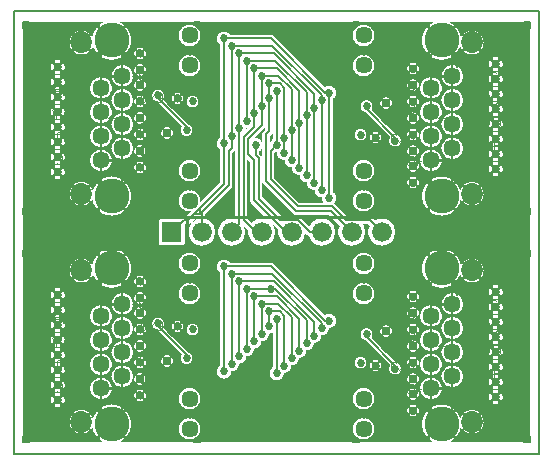
<source format=gbr>
G04 This is an RS-274x file exported by *
G04 gerbv version 2.7.0 *
G04 More information is available about gerbv at *
G04 http://gerbv.geda-project.org/ *
G04 --End of header info--*
%MOIN*%
%FSLAX36Y36*%
%IPPOS*%
G04 --Define apertures--*
%ADD10C,0.0060*%
%ADD11C,0.0030*%
%ADD12C,0.0100*%
%ADD13C,0.0040*%
%ADD14C,0.0001*%
%ADD15C,0.0512*%
%ADD16C,0.1102*%
%ADD17C,0.0669*%
%ADD18C,0.0600*%
%ADD19C,0.0270*%
%ADD20C,0.0130*%
%ADD21C,0.0354*%
%ADD22C,0.0945*%
%ADD23C,0.0380*%
%ADD24C,0.0572*%
%ADD25C,0.1162*%
%ADD26C,0.0729*%
%ADD27C,0.0660*%
%ADD28C,0.0350*%
%ADD29C,0.0940*%
%ADD30C,0.0510*%
G04 --Start main section--*
G54D10*
G01X1477420Y1752270D02*
G01X1493170Y1768020D01*
G01X1493170Y1752270D02*
G01X1477420Y1768020D01*
G01X0055000Y1180000D02*
G01X1745000Y1180000D01*
G01X0322580Y0727420D02*
G01X0306830Y0711670D01*
G01X0306830Y0727420D02*
G01X0322580Y0711670D01*
G01X0322580Y1487420D02*
G01X0306830Y1471670D01*
G01X0306830Y1487420D02*
G01X0322580Y1471670D01*
G01X1477420Y0992270D02*
G01X1493170Y1008020D01*
G01X1493170Y0992270D02*
G01X1477420Y1008020D01*
G54D11*
G01X0516260Y1425800D02*
G01X0516260Y1410800D01*
G01X0486260Y1418300D02*
G01X0516260Y1418300D01*
G01X0516260Y1401800D02*
G01X0516260Y1386800D01*
G01X0501260Y1401800D02*
G01X0516260Y1401800D01*
G01X0501260Y1401800D02*
G01X0505010Y1398050D01*
G01X0505010Y1398050D02*
G01X0505010Y1390550D01*
G01X0505010Y1390550D02*
G01X0501260Y1386800D01*
G01X0490010Y1386800D02*
G01X0501260Y1386800D01*
G01X0486260Y1390550D02*
G01X0490010Y1386800D01*
G01X0486260Y1398050D02*
G01X0486260Y1390550D01*
G01X0490010Y1401800D02*
G01X0486260Y1398050D01*
G01X0516260Y1366550D02*
G01X0512510Y1362800D01*
G01X0516260Y1374050D02*
G01X0516260Y1366550D01*
G01X0512510Y1377800D02*
G01X0516260Y1374050D01*
G01X0490010Y1377800D02*
G01X0512510Y1377800D01*
G01X0490010Y1377800D02*
G01X0486260Y1374050D01*
G01X0502760Y1366550D02*
G01X0499010Y1362800D01*
G01X0502760Y1377800D02*
G01X0502760Y1366550D01*
G01X0486260Y1374050D02*
G01X0486260Y1366550D01*
G01X0486260Y1366550D02*
G01X0490010Y1362800D01*
G01X0490010Y1362800D02*
G01X0499010Y1362800D01*
G01X0490010Y1353800D02*
G01X0486260Y1350050D01*
G01X0490010Y1353800D02*
G01X0496010Y1353800D01*
G01X0496010Y1353800D02*
G01X0501260Y1348550D01*
G01X0501260Y1348550D02*
G01X0501260Y1344050D01*
G01X0501260Y1344050D02*
G01X0496010Y1338800D01*
G01X0490010Y1338800D02*
G01X0496010Y1338800D01*
G01X0486260Y1342550D02*
G01X0490010Y1338800D01*
G01X0486260Y1350050D02*
G01X0486260Y1342550D01*
G01X0506510Y1353800D02*
G01X0501260Y1348550D01*
G01X0506510Y1353800D02*
G01X0512510Y1353800D01*
G01X0512510Y1353800D02*
G01X0516260Y1350050D01*
G01X0516260Y1350050D02*
G01X0516260Y1342550D01*
G01X0516260Y1342550D02*
G01X0512510Y1338800D01*
G01X0506510Y1338800D02*
G01X0512510Y1338800D01*
G01X0501260Y1344050D02*
G01X0506510Y1338800D01*
G01X0486260Y1329800D02*
G01X0508760Y1329800D01*
G01X0508760Y1329800D02*
G01X0516260Y1324550D01*
G01X0516260Y1324550D02*
G01X0516260Y1316300D01*
G01X0516260Y1316300D02*
G01X0508760Y1311050D01*
G01X0486260Y1311050D02*
G01X0508760Y1311050D01*
G01X0501260Y1329800D02*
G01X0501260Y1311050D01*
G01X0521200Y1499450D02*
G01X0517450Y1495700D01*
G01X0506200Y1495700D02*
G01X0517450Y1495700D01*
G01X0506200Y1495700D02*
G01X0502450Y1499450D01*
G01X0502450Y1506950D02*
G01X0502450Y1499450D01*
G01X0521200Y1525700D02*
G01X0502450Y1506950D01*
G01X0502450Y1525700D02*
G01X0521200Y1525700D01*
G01X0493450Y1521950D02*
G01X0470950Y1499450D01*
G01X0446950Y1495700D02*
G01X0443200Y1499450D01*
G01X0446950Y1495700D02*
G01X0458200Y1495700D01*
G01X0461950Y1499450D02*
G01X0458200Y1495700D01*
G01X0461950Y1521950D02*
G01X0461950Y1499450D01*
G01X0461950Y1521950D02*
G01X0458200Y1525700D01*
G01X0446950Y1525700D02*
G01X0458200Y1525700D01*
G01X0446950Y1525700D02*
G01X0443200Y1521950D01*
G01X0443200Y1521950D02*
G01X0443200Y1514450D01*
G01X0446950Y1510700D02*
G01X0443200Y1514450D01*
G01X0446950Y1510700D02*
G01X0454450Y1510700D01*
G01X0521200Y1591030D02*
G01X0506200Y1572280D01*
G01X0502450Y1591030D02*
G01X0521200Y1591030D01*
G01X0506200Y1602280D02*
G01X0506200Y1572280D01*
G01X0493450Y1598530D02*
G01X0470950Y1576030D01*
G01X0446950Y1602280D02*
G01X0461950Y1602280D01*
G01X0446950Y1602280D02*
G01X0443200Y1598530D01*
G01X0443200Y1598530D02*
G01X0443200Y1589530D01*
G01X0446950Y1585780D02*
G01X0443200Y1589530D01*
G01X0446950Y1585780D02*
G01X0458200Y1585780D01*
G01X0458200Y1602280D02*
G01X0458200Y1572280D01*
G01X0446950Y1572280D02*
G01X0461950Y1572280D01*
G01X0446950Y1572280D02*
G01X0443200Y1576030D01*
G01X0443200Y1582030D02*
G01X0443200Y1576030D01*
G01X0446950Y1585780D02*
G01X0443200Y1582030D01*
G01X0434200Y1598530D02*
G01X0434200Y1572280D01*
G01X0434200Y1598530D02*
G01X0430450Y1602280D01*
G01X0506020Y1673850D02*
G01X0502270Y1677600D01*
G01X0506020Y1673850D02*
G01X0513520Y1673850D01*
G01X0517270Y1677600D02*
G01X0513520Y1673850D01*
G01X0517270Y1700100D02*
G01X0517270Y1677600D01*
G01X0517270Y1700100D02*
G01X0513520Y1703850D01*
G01X0506020Y1687350D02*
G01X0502270Y1691100D01*
G01X0506020Y1687350D02*
G01X0517270Y1687350D01*
G01X0506020Y1703850D02*
G01X0513520Y1703850D01*
G01X0506020Y1703850D02*
G01X0502270Y1700100D01*
G01X0502270Y1700100D02*
G01X0502270Y1691100D01*
G01X0493270Y1700100D02*
G01X0470770Y1677600D01*
G01X0461770Y1700100D02*
G01X0461770Y1677600D01*
G01X0461770Y1677600D02*
G01X0458020Y1673850D01*
G01X0450520Y1673850D02*
G01X0458020Y1673850D01*
G01X0450520Y1673850D02*
G01X0446770Y1677600D01*
G01X0446770Y1700100D02*
G01X0446770Y1677600D01*
G01X0450520Y1703850D02*
G01X0446770Y1700100D01*
G01X0450520Y1703850D02*
G01X0458020Y1703850D01*
G01X0461770Y1700100D02*
G01X0458020Y1703850D01*
G01X0517270Y1772740D02*
G01X0513520Y1776490D01*
G01X0517270Y1772740D02*
G01X0517270Y1766740D01*
G01X0517270Y1766740D02*
G01X0512020Y1761490D01*
G01X0507520Y1761490D02*
G01X0512020Y1761490D01*
G01X0507520Y1761490D02*
G01X0502270Y1766740D01*
G01X0502270Y1772740D02*
G01X0502270Y1766740D01*
G01X0506020Y1776490D02*
G01X0502270Y1772740D01*
G01X0506020Y1776490D02*
G01X0513520Y1776490D01*
G01X0517270Y1756240D02*
G01X0512020Y1761490D01*
G01X0517270Y1756240D02*
G01X0517270Y1750240D01*
G01X0517270Y1750240D02*
G01X0513520Y1746490D01*
G01X0506020Y1746490D02*
G01X0513520Y1746490D01*
G01X0506020Y1746490D02*
G01X0502270Y1750240D01*
G01X0502270Y1756240D02*
G01X0502270Y1750240D01*
G01X0507520Y1761490D02*
G01X0502270Y1756240D01*
G01X0493270Y1772740D02*
G01X0470770Y1750240D01*
G01X0446770Y1776490D02*
G01X0461770Y1776490D01*
G01X0446770Y1776490D02*
G01X0443020Y1772740D01*
G01X0443020Y1772740D02*
G01X0443020Y1763740D01*
G01X0446770Y1759990D02*
G01X0443020Y1763740D01*
G01X0446770Y1759990D02*
G01X0458020Y1759990D01*
G01X0458020Y1776490D02*
G01X0458020Y1746490D01*
G01X0446770Y1746490D02*
G01X0461770Y1746490D01*
G01X0446770Y1746490D02*
G01X0443020Y1750240D01*
G01X0443020Y1756240D02*
G01X0443020Y1750240D01*
G01X0446770Y1759990D02*
G01X0443020Y1756240D01*
G01X0430270Y1776490D02*
G01X0430270Y1765240D01*
G01X0430270Y1765240D02*
G01X0426520Y1761490D01*
G01X0419020Y1761490D02*
G01X0426520Y1761490D01*
G01X0434020Y1761490D02*
G01X0430270Y1765240D01*
G01X0269430Y0711000D02*
G01X0263430Y0705000D01*
G01X0263430Y0735000D02*
G01X0263430Y0705000D01*
G01X0258180Y0735000D02*
G01X0269430Y0735000D01*
G01X0249180Y0731250D02*
G01X0226680Y0708750D01*
G01X0217680Y0720000D02*
G01X0217680Y0705000D01*
G01X0217680Y0720000D02*
G01X0213930Y0735000D01*
G01X0213930Y0735000D02*
G01X0206430Y0720000D01*
G01X0206430Y0720000D02*
G01X0198930Y0735000D01*
G01X0198930Y0735000D02*
G01X0195180Y0720000D01*
G01X0195180Y0720000D02*
G01X0195180Y0705000D01*
G01X0171180Y0705000D02*
G01X0167430Y0708750D01*
G01X0171180Y0705000D02*
G01X0182430Y0705000D01*
G01X0186180Y0708750D02*
G01X0182430Y0705000D01*
G01X0186180Y0731250D02*
G01X0186180Y0708750D01*
G01X0186180Y0731250D02*
G01X0182430Y0735000D01*
G01X0171180Y0735000D02*
G01X0182430Y0735000D01*
G01X0171180Y0735000D02*
G01X0167430Y0731250D01*
G01X0167430Y0731250D02*
G01X0167430Y0723750D01*
G01X0171180Y0720000D02*
G01X0167430Y0723750D01*
G01X0171180Y0720000D02*
G01X0178680Y0720000D01*
G01X0268840Y0788270D02*
G01X0265090Y0784520D01*
G01X0257590Y0784520D02*
G01X0265090Y0784520D01*
G01X0257590Y0784520D02*
G01X0253840Y0788270D01*
G01X0257590Y0814520D02*
G01X0253840Y0810770D01*
G01X0257590Y0814520D02*
G01X0265090Y0814520D01*
G01X0268840Y0810770D02*
G01X0265090Y0814520D01*
G01X0257590Y0798020D02*
G01X0265090Y0798020D01*
G01X0253840Y0794270D02*
G01X0253840Y0788270D01*
G01X0253840Y0810770D02*
G01X0253840Y0801770D01*
G01X0253840Y0801770D02*
G01X0257590Y0798020D01*
G01X0253840Y0794270D02*
G01X0257590Y0798020D01*
G01X0244840Y0810770D02*
G01X0222340Y0788270D01*
G01X0213340Y0799520D02*
G01X0213340Y0784520D01*
G01X0213340Y0799520D02*
G01X0209590Y0814520D01*
G01X0209590Y0814520D02*
G01X0202090Y0799520D01*
G01X0202090Y0799520D02*
G01X0194590Y0814520D01*
G01X0194590Y0814520D02*
G01X0190840Y0799520D01*
G01X0190840Y0799520D02*
G01X0190840Y0784520D01*
G01X0181840Y0810770D02*
G01X0181840Y0788270D01*
G01X0181840Y0788270D02*
G01X0178090Y0784520D01*
G01X0170590Y0784520D02*
G01X0178090Y0784520D01*
G01X0170590Y0784520D02*
G01X0166840Y0788270D01*
G01X0166840Y0810770D02*
G01X0166840Y0788270D01*
G01X0170590Y0814520D02*
G01X0166840Y0810770D01*
G01X0170590Y0814520D02*
G01X0178090Y0814520D01*
G01X0181840Y0810770D02*
G01X0178090Y0814520D01*
G01X0253840Y0857160D02*
G01X0268840Y0857160D01*
G01X0268840Y0872160D02*
G01X0268840Y0857160D01*
G01X0268840Y0872160D02*
G01X0265090Y0868410D01*
G01X0257590Y0868410D02*
G01X0265090Y0868410D01*
G01X0257590Y0868410D02*
G01X0253840Y0872160D01*
G01X0253840Y0883410D02*
G01X0253840Y0872160D01*
G01X0257590Y0887160D02*
G01X0253840Y0883410D01*
G01X0257590Y0887160D02*
G01X0265090Y0887160D01*
G01X0268840Y0883410D02*
G01X0265090Y0887160D01*
G01X0244840Y0883410D02*
G01X0222340Y0860910D01*
G01X0213340Y0872160D02*
G01X0213340Y0857160D01*
G01X0213340Y0872160D02*
G01X0209590Y0887160D01*
G01X0209590Y0887160D02*
G01X0202090Y0872160D01*
G01X0202090Y0872160D02*
G01X0194590Y0887160D01*
G01X0194590Y0887160D02*
G01X0190840Y0872160D01*
G01X0190840Y0872160D02*
G01X0190840Y0857160D01*
G01X0166840Y0887160D02*
G01X0181840Y0887160D01*
G01X0166840Y0887160D02*
G01X0163090Y0883410D01*
G01X0163090Y0883410D02*
G01X0163090Y0874410D01*
G01X0166840Y0870660D02*
G01X0163090Y0874410D01*
G01X0166840Y0870660D02*
G01X0178090Y0870660D01*
G01X0178090Y0887160D02*
G01X0178090Y0857160D01*
G01X0166840Y0857160D02*
G01X0181840Y0857160D01*
G01X0166840Y0857160D02*
G01X0163090Y0860910D01*
G01X0163090Y0866910D02*
G01X0163090Y0860910D01*
G01X0166840Y0870660D02*
G01X0163090Y0866910D01*
G01X0154090Y0883410D02*
G01X0154090Y0857160D01*
G01X0154090Y0883410D02*
G01X0150340Y0887160D01*
G01X0516260Y0665800D02*
G01X0516260Y0650800D01*
G01X0486260Y0658300D02*
G01X0516260Y0658300D01*
G01X0516260Y0641800D02*
G01X0516260Y0626800D01*
G01X0501260Y0641800D02*
G01X0516260Y0641800D01*
G01X0501260Y0641800D02*
G01X0505010Y0638050D01*
G01X0505010Y0638050D02*
G01X0505010Y0630550D01*
G01X0505010Y0630550D02*
G01X0501260Y0626800D01*
G01X0490010Y0626800D02*
G01X0501260Y0626800D01*
G01X0486260Y0630550D02*
G01X0490010Y0626800D01*
G01X0486260Y0638050D02*
G01X0486260Y0630550D01*
G01X0490010Y0641800D02*
G01X0486260Y0638050D01*
G01X0516260Y0606550D02*
G01X0512510Y0602800D01*
G01X0516260Y0614050D02*
G01X0516260Y0606550D01*
G01X0512510Y0617800D02*
G01X0516260Y0614050D01*
G01X0490010Y0617800D02*
G01X0512510Y0617800D01*
G01X0490010Y0617800D02*
G01X0486260Y0614050D01*
G01X0502760Y0606550D02*
G01X0499010Y0602800D01*
G01X0502760Y0617800D02*
G01X0502760Y0606550D01*
G01X0486260Y0614050D02*
G01X0486260Y0606550D01*
G01X0486260Y0606550D02*
G01X0490010Y0602800D01*
G01X0490010Y0602800D02*
G01X0499010Y0602800D01*
G01X0490010Y0593800D02*
G01X0486260Y0590050D01*
G01X0490010Y0593800D02*
G01X0496010Y0593800D01*
G01X0496010Y0593800D02*
G01X0501260Y0588550D01*
G01X0501260Y0588550D02*
G01X0501260Y0584050D01*
G01X0501260Y0584050D02*
G01X0496010Y0578800D01*
G01X0490010Y0578800D02*
G01X0496010Y0578800D01*
G01X0486260Y0582550D02*
G01X0490010Y0578800D01*
G01X0486260Y0590050D02*
G01X0486260Y0582550D01*
G01X0506510Y0593800D02*
G01X0501260Y0588550D01*
G01X0506510Y0593800D02*
G01X0512510Y0593800D01*
G01X0512510Y0593800D02*
G01X0516260Y0590050D01*
G01X0516260Y0590050D02*
G01X0516260Y0582550D01*
G01X0516260Y0582550D02*
G01X0512510Y0578800D01*
G01X0506510Y0578800D02*
G01X0512510Y0578800D01*
G01X0501260Y0584050D02*
G01X0506510Y0578800D01*
G01X0486260Y0569800D02*
G01X0508760Y0569800D01*
G01X0508760Y0569800D02*
G01X0516260Y0564550D01*
G01X0516260Y0564550D02*
G01X0516260Y0556300D01*
G01X0516260Y0556300D02*
G01X0508760Y0551050D01*
G01X0486260Y0551050D02*
G01X0508760Y0551050D01*
G01X0501260Y0569800D02*
G01X0501260Y0551050D01*
G01X0521200Y0739450D02*
G01X0517450Y0735700D01*
G01X0506200Y0735700D02*
G01X0517450Y0735700D01*
G01X0506200Y0735700D02*
G01X0502450Y0739450D01*
G01X0502450Y0746950D02*
G01X0502450Y0739450D01*
G01X0521200Y0765700D02*
G01X0502450Y0746950D01*
G01X0502450Y0765700D02*
G01X0521200Y0765700D01*
G01X0493450Y0761950D02*
G01X0470950Y0739450D01*
G01X0446950Y0735700D02*
G01X0443200Y0739450D01*
G01X0446950Y0735700D02*
G01X0458200Y0735700D01*
G01X0461950Y0739450D02*
G01X0458200Y0735700D01*
G01X0461950Y0761950D02*
G01X0461950Y0739450D01*
G01X0461950Y0761950D02*
G01X0458200Y0765700D01*
G01X0446950Y0765700D02*
G01X0458200Y0765700D01*
G01X0446950Y0765700D02*
G01X0443200Y0761950D01*
G01X0443200Y0761950D02*
G01X0443200Y0754450D01*
G01X0446950Y0750700D02*
G01X0443200Y0754450D01*
G01X0446950Y0750700D02*
G01X0454450Y0750700D01*
G01X0521200Y0831030D02*
G01X0506200Y0812280D01*
G01X0502450Y0831030D02*
G01X0521200Y0831030D01*
G01X0506200Y0842280D02*
G01X0506200Y0812280D01*
G01X0493450Y0838530D02*
G01X0470950Y0816030D01*
G01X0446950Y0842280D02*
G01X0461950Y0842280D01*
G01X0446950Y0842280D02*
G01X0443200Y0838530D01*
G01X0443200Y0838530D02*
G01X0443200Y0829530D01*
G01X0446950Y0825780D02*
G01X0443200Y0829530D01*
G01X0446950Y0825780D02*
G01X0458200Y0825780D01*
G01X0458200Y0842280D02*
G01X0458200Y0812280D01*
G01X0446950Y0812280D02*
G01X0461950Y0812280D01*
G01X0446950Y0812280D02*
G01X0443200Y0816030D01*
G01X0443200Y0822030D02*
G01X0443200Y0816030D01*
G01X0446950Y0825780D02*
G01X0443200Y0822030D01*
G01X0434200Y0838530D02*
G01X0434200Y0812280D01*
G01X0434200Y0838530D02*
G01X0430450Y0842280D01*
G01X0506020Y0913850D02*
G01X0502270Y0917600D01*
G01X0506020Y0913850D02*
G01X0513520Y0913850D01*
G01X0517270Y0917600D02*
G01X0513520Y0913850D01*
G01X0517270Y0940100D02*
G01X0517270Y0917600D01*
G01X0517270Y0940100D02*
G01X0513520Y0943850D01*
G01X0506020Y0927350D02*
G01X0502270Y0931100D01*
G01X0506020Y0927350D02*
G01X0517270Y0927350D01*
G01X0506020Y0943850D02*
G01X0513520Y0943850D01*
G01X0506020Y0943850D02*
G01X0502270Y0940100D01*
G01X0502270Y0940100D02*
G01X0502270Y0931100D01*
G01X0493270Y0940100D02*
G01X0470770Y0917600D01*
G01X0461770Y0940100D02*
G01X0461770Y0917600D01*
G01X0461770Y0917600D02*
G01X0458020Y0913850D01*
G01X0450520Y0913850D02*
G01X0458020Y0913850D01*
G01X0450520Y0913850D02*
G01X0446770Y0917600D01*
G01X0446770Y0940100D02*
G01X0446770Y0917600D01*
G01X0450520Y0943850D02*
G01X0446770Y0940100D01*
G01X0450520Y0943850D02*
G01X0458020Y0943850D01*
G01X0461770Y0940100D02*
G01X0458020Y0943850D01*
G01X0265090Y0967670D02*
G01X0250090Y0937670D01*
G01X0250090Y0937670D02*
G01X0268840Y0937670D01*
G01X0241090Y0963920D02*
G01X0218590Y0941420D01*
G01X0209590Y0952670D02*
G01X0209590Y0937670D01*
G01X0209590Y0952670D02*
G01X0205840Y0967670D01*
G01X0205840Y0967670D02*
G01X0198340Y0952670D01*
G01X0198340Y0952670D02*
G01X0190840Y0967670D01*
G01X0190840Y0967670D02*
G01X0187090Y0952670D01*
G01X0187090Y0952670D02*
G01X0187090Y0937670D01*
G01X0163090Y0967670D02*
G01X0178090Y0967670D01*
G01X0163090Y0967670D02*
G01X0159340Y0963920D01*
G01X0159340Y0963920D02*
G01X0159340Y0954920D01*
G01X0163090Y0951170D02*
G01X0159340Y0954920D01*
G01X0163090Y0951170D02*
G01X0174340Y0951170D01*
G01X0174340Y0967670D02*
G01X0174340Y0937670D01*
G01X0163090Y0937670D02*
G01X0178090Y0937670D01*
G01X0163090Y0937670D02*
G01X0159340Y0941420D01*
G01X0159340Y0947420D02*
G01X0159340Y0941420D01*
G01X0163090Y0951170D02*
G01X0159340Y0947420D01*
G01X0146590Y0967670D02*
G01X0146590Y0956420D01*
G01X0146590Y0956420D02*
G01X0142840Y0952670D01*
G01X0135340Y0952670D02*
G01X0142840Y0952670D01*
G01X0150340Y0952670D02*
G01X0146590Y0956420D01*
G01X0517270Y1012740D02*
G01X0513520Y1016490D01*
G01X0517270Y1012740D02*
G01X0517270Y1006740D01*
G01X0517270Y1006740D02*
G01X0512020Y1001490D01*
G01X0507520Y1001490D02*
G01X0512020Y1001490D01*
G01X0507520Y1001490D02*
G01X0502270Y1006740D01*
G01X0502270Y1012740D02*
G01X0502270Y1006740D01*
G01X0506020Y1016490D02*
G01X0502270Y1012740D01*
G01X0506020Y1016490D02*
G01X0513520Y1016490D01*
G01X0517270Y0996240D02*
G01X0512020Y1001490D01*
G01X0517270Y0996240D02*
G01X0517270Y0990240D01*
G01X0517270Y0990240D02*
G01X0513520Y0986490D01*
G01X0506020Y0986490D02*
G01X0513520Y0986490D01*
G01X0506020Y0986490D02*
G01X0502270Y0990240D01*
G01X0502270Y0996240D02*
G01X0502270Y0990240D01*
G01X0507520Y1001490D02*
G01X0502270Y0996240D01*
G01X0493270Y1012740D02*
G01X0470770Y0990240D01*
G01X0446770Y1016490D02*
G01X0461770Y1016490D01*
G01X0446770Y1016490D02*
G01X0443020Y1012740D01*
G01X0443020Y1012740D02*
G01X0443020Y1003740D01*
G01X0446770Y0999990D02*
G01X0443020Y1003740D01*
G01X0446770Y0999990D02*
G01X0458020Y0999990D01*
G01X0458020Y1016490D02*
G01X0458020Y0986490D01*
G01X0446770Y0986490D02*
G01X0461770Y0986490D01*
G01X0446770Y0986490D02*
G01X0443020Y0990240D01*
G01X0443020Y0996240D02*
G01X0443020Y0990240D01*
G01X0446770Y0999990D02*
G01X0443020Y0996240D01*
G01X0430270Y1016490D02*
G01X0430270Y1005240D01*
G01X0430270Y1005240D02*
G01X0426520Y1001490D01*
G01X0419020Y1001490D02*
G01X0426520Y1001490D01*
G01X0434020Y1001490D02*
G01X0430270Y1005240D01*
G01X0269430Y1471000D02*
G01X0263430Y1465000D01*
G01X0263430Y1495000D02*
G01X0263430Y1465000D01*
G01X0258180Y1495000D02*
G01X0269430Y1495000D01*
G01X0249180Y1491250D02*
G01X0226680Y1468750D01*
G01X0217680Y1480000D02*
G01X0217680Y1465000D01*
G01X0217680Y1480000D02*
G01X0213930Y1495000D01*
G01X0213930Y1495000D02*
G01X0206430Y1480000D01*
G01X0206430Y1480000D02*
G01X0198930Y1495000D01*
G01X0198930Y1495000D02*
G01X0195180Y1480000D01*
G01X0195180Y1480000D02*
G01X0195180Y1465000D01*
G01X0171180Y1465000D02*
G01X0167430Y1468750D01*
G01X0171180Y1465000D02*
G01X0182430Y1465000D01*
G01X0186180Y1468750D02*
G01X0182430Y1465000D01*
G01X0186180Y1491250D02*
G01X0186180Y1468750D01*
G01X0186180Y1491250D02*
G01X0182430Y1495000D01*
G01X0171180Y1495000D02*
G01X0182430Y1495000D01*
G01X0171180Y1495000D02*
G01X0167430Y1491250D01*
G01X0167430Y1491250D02*
G01X0167430Y1483750D01*
G01X0171180Y1480000D02*
G01X0167430Y1483750D01*
G01X0171180Y1480000D02*
G01X0178680Y1480000D01*
G01X0268840Y1548270D02*
G01X0265090Y1544520D01*
G01X0257590Y1544520D02*
G01X0265090Y1544520D01*
G01X0257590Y1544520D02*
G01X0253840Y1548270D01*
G01X0257590Y1574520D02*
G01X0253840Y1570770D01*
G01X0257590Y1574520D02*
G01X0265090Y1574520D01*
G01X0268840Y1570770D02*
G01X0265090Y1574520D01*
G01X0257590Y1558020D02*
G01X0265090Y1558020D01*
G01X0253840Y1554270D02*
G01X0253840Y1548270D01*
G01X0253840Y1570770D02*
G01X0253840Y1561770D01*
G01X0253840Y1561770D02*
G01X0257590Y1558020D01*
G01X0253840Y1554270D02*
G01X0257590Y1558020D01*
G01X0244840Y1570770D02*
G01X0222340Y1548270D01*
G01X0213340Y1559520D02*
G01X0213340Y1544520D01*
G01X0213340Y1559520D02*
G01X0209590Y1574520D01*
G01X0209590Y1574520D02*
G01X0202090Y1559520D01*
G01X0202090Y1559520D02*
G01X0194590Y1574520D01*
G01X0194590Y1574520D02*
G01X0190840Y1559520D01*
G01X0190840Y1559520D02*
G01X0190840Y1544520D01*
G01X0181840Y1570770D02*
G01X0181840Y1548270D01*
G01X0181840Y1548270D02*
G01X0178090Y1544520D01*
G01X0170590Y1544520D02*
G01X0178090Y1544520D01*
G01X0170590Y1544520D02*
G01X0166840Y1548270D01*
G01X0166840Y1570770D02*
G01X0166840Y1548270D01*
G01X0170590Y1574520D02*
G01X0166840Y1570770D01*
G01X0170590Y1574520D02*
G01X0178090Y1574520D01*
G01X0181840Y1570770D02*
G01X0178090Y1574520D01*
G01X0253840Y1617160D02*
G01X0268840Y1617160D01*
G01X0268840Y1632160D02*
G01X0268840Y1617160D01*
G01X0268840Y1632160D02*
G01X0265090Y1628410D01*
G01X0257590Y1628410D02*
G01X0265090Y1628410D01*
G01X0257590Y1628410D02*
G01X0253840Y1632160D01*
G01X0253840Y1643410D02*
G01X0253840Y1632160D01*
G01X0257590Y1647160D02*
G01X0253840Y1643410D01*
G01X0257590Y1647160D02*
G01X0265090Y1647160D01*
G01X0268840Y1643410D02*
G01X0265090Y1647160D01*
G01X0244840Y1643410D02*
G01X0222340Y1620910D01*
G01X0213340Y1632160D02*
G01X0213340Y1617160D01*
G01X0213340Y1632160D02*
G01X0209590Y1647160D01*
G01X0209590Y1647160D02*
G01X0202090Y1632160D01*
G01X0202090Y1632160D02*
G01X0194590Y1647160D01*
G01X0194590Y1647160D02*
G01X0190840Y1632160D01*
G01X0190840Y1632160D02*
G01X0190840Y1617160D01*
G01X0166840Y1647160D02*
G01X0181840Y1647160D01*
G01X0166840Y1647160D02*
G01X0163090Y1643410D01*
G01X0163090Y1643410D02*
G01X0163090Y1634410D01*
G01X0166840Y1630660D02*
G01X0163090Y1634410D01*
G01X0166840Y1630660D02*
G01X0178090Y1630660D01*
G01X0178090Y1647160D02*
G01X0178090Y1617160D01*
G01X0166840Y1617160D02*
G01X0181840Y1617160D01*
G01X0166840Y1617160D02*
G01X0163090Y1620910D01*
G01X0163090Y1626910D02*
G01X0163090Y1620910D01*
G01X0166840Y1630660D02*
G01X0163090Y1626910D01*
G01X0154090Y1643410D02*
G01X0154090Y1617160D01*
G01X0154090Y1643410D02*
G01X0150340Y1647160D01*
G01X0265090Y1727670D02*
G01X0250090Y1697670D01*
G01X0250090Y1697670D02*
G01X0268840Y1697670D01*
G01X0241090Y1723920D02*
G01X0218590Y1701420D01*
G01X0209590Y1712670D02*
G01X0209590Y1697670D01*
G01X0209590Y1712670D02*
G01X0205840Y1727670D01*
G01X0205840Y1727670D02*
G01X0198340Y1712670D01*
G01X0198340Y1712670D02*
G01X0190840Y1727670D01*
G01X0190840Y1727670D02*
G01X0187090Y1712670D01*
G01X0187090Y1712670D02*
G01X0187090Y1697670D01*
G01X0163090Y1727670D02*
G01X0178090Y1727670D01*
G01X0163090Y1727670D02*
G01X0159340Y1723920D01*
G01X0159340Y1723920D02*
G01X0159340Y1714920D01*
G01X0163090Y1711170D02*
G01X0159340Y1714920D01*
G01X0163090Y1711170D02*
G01X0174340Y1711170D01*
G01X0174340Y1727670D02*
G01X0174340Y1697670D01*
G01X0163090Y1697670D02*
G01X0178090Y1697670D01*
G01X0163090Y1697670D02*
G01X0159340Y1701420D01*
G01X0159340Y1707420D02*
G01X0159340Y1701420D01*
G01X0163090Y1711170D02*
G01X0159340Y1707420D01*
G01X0146590Y1727670D02*
G01X0146590Y1716420D01*
G01X0146590Y1716420D02*
G01X0142840Y1712670D01*
G01X0135340Y1712670D02*
G01X0142840Y1712670D01*
G01X0150340Y1712670D02*
G01X0146590Y1716420D01*
G01X1283740Y1828880D02*
G01X1283740Y1813880D01*
G01X1283740Y1821380D02*
G01X1313740Y1821380D01*
G01X1283740Y1852880D02*
G01X1283740Y1837880D01*
G01X1283740Y1837880D02*
G01X1298740Y1837880D01*
G01X1298740Y1837880D02*
G01X1294990Y1841630D01*
G01X1294990Y1849130D02*
G01X1294990Y1841630D01*
G01X1294990Y1849130D02*
G01X1298740Y1852880D01*
G01X1298740Y1852880D02*
G01X1309990Y1852880D01*
G01X1313740Y1849130D02*
G01X1309990Y1852880D01*
G01X1313740Y1849130D02*
G01X1313740Y1841630D01*
G01X1309990Y1837880D02*
G01X1313740Y1841630D01*
G01X1283740Y1873130D02*
G01X1287490Y1876880D01*
G01X1283740Y1873130D02*
G01X1283740Y1865630D01*
G01X1287490Y1861880D02*
G01X1283740Y1865630D01*
G01X1287490Y1861880D02*
G01X1309990Y1861880D01*
G01X1309990Y1861880D02*
G01X1313740Y1865630D01*
G01X1297240Y1873130D02*
G01X1300990Y1876880D01*
G01X1297240Y1873130D02*
G01X1297240Y1861880D01*
G01X1313740Y1873130D02*
G01X1313740Y1865630D01*
G01X1313740Y1873130D02*
G01X1309990Y1876880D01*
G01X1300990Y1876880D02*
G01X1309990Y1876880D01*
G01X1309990Y1885880D02*
G01X1313740Y1889630D01*
G01X1303990Y1885880D02*
G01X1309990Y1885880D01*
G01X1303990Y1885880D02*
G01X1298740Y1891130D01*
G01X1298740Y1895630D02*
G01X1298740Y1891130D01*
G01X1298740Y1895630D02*
G01X1303990Y1900880D01*
G01X1303990Y1900880D02*
G01X1309990Y1900880D01*
G01X1313740Y1897130D02*
G01X1309990Y1900880D01*
G01X1313740Y1897130D02*
G01X1313740Y1889630D01*
G01X1293490Y1885880D02*
G01X1298740Y1891130D01*
G01X1287490Y1885880D02*
G01X1293490Y1885880D01*
G01X1287490Y1885880D02*
G01X1283740Y1889630D01*
G01X1283740Y1897130D02*
G01X1283740Y1889630D01*
G01X1283740Y1897130D02*
G01X1287490Y1900880D01*
G01X1287490Y1900880D02*
G01X1293490Y1900880D01*
G01X1298740Y1895630D02*
G01X1293490Y1900880D01*
G01X1291240Y1909880D02*
G01X1313740Y1909880D01*
G01X1291240Y1909880D02*
G01X1283740Y1915130D01*
G01X1283740Y1923380D02*
G01X1283740Y1915130D01*
G01X1283740Y1923380D02*
G01X1291240Y1928630D01*
G01X1291240Y1928630D02*
G01X1313740Y1928630D01*
G01X1298740Y1928630D02*
G01X1298740Y1909880D01*
G01X1530570Y1768690D02*
G01X1536570Y1774690D01*
G01X1536570Y1774690D02*
G01X1536570Y1744690D01*
G01X1530570Y1744690D02*
G01X1541820Y1744690D01*
G01X1550820Y1748440D02*
G01X1573320Y1770940D01*
G01X1582320Y1774690D02*
G01X1582320Y1759690D01*
G01X1582320Y1759690D02*
G01X1586070Y1744690D01*
G01X1586070Y1744690D02*
G01X1593570Y1759690D01*
G01X1593570Y1759690D02*
G01X1601070Y1744690D01*
G01X1601070Y1744690D02*
G01X1604820Y1759690D01*
G01X1604820Y1774690D02*
G01X1604820Y1759690D01*
G01X1628820Y1774690D02*
G01X1632570Y1770940D01*
G01X1617570Y1774690D02*
G01X1628820Y1774690D01*
G01X1613820Y1770940D02*
G01X1617570Y1774690D01*
G01X1613820Y1770940D02*
G01X1613820Y1748440D01*
G01X1613820Y1748440D02*
G01X1617570Y1744690D01*
G01X1617570Y1744690D02*
G01X1628820Y1744690D01*
G01X1628820Y1744690D02*
G01X1632570Y1748440D01*
G01X1632570Y1755940D02*
G01X1632570Y1748440D01*
G01X1628820Y1759690D02*
G01X1632570Y1755940D01*
G01X1621320Y1759690D02*
G01X1628820Y1759690D01*
G01X1278800Y1740230D02*
G01X1282550Y1743980D01*
G01X1282550Y1743980D02*
G01X1293800Y1743980D01*
G01X1293800Y1743980D02*
G01X1297550Y1740230D01*
G01X1297550Y1740230D02*
G01X1297550Y1732730D01*
G01X1278800Y1713980D02*
G01X1297550Y1732730D01*
G01X1278800Y1713980D02*
G01X1297550Y1713980D01*
G01X1306550Y1717730D02*
G01X1329050Y1740230D01*
G01X1353050Y1743980D02*
G01X1356800Y1740230D01*
G01X1341800Y1743980D02*
G01X1353050Y1743980D01*
G01X1338050Y1740230D02*
G01X1341800Y1743980D01*
G01X1338050Y1740230D02*
G01X1338050Y1717730D01*
G01X1338050Y1717730D02*
G01X1341800Y1713980D01*
G01X1341800Y1713980D02*
G01X1353050Y1713980D01*
G01X1353050Y1713980D02*
G01X1356800Y1717730D01*
G01X1356800Y1725230D02*
G01X1356800Y1717730D01*
G01X1353050Y1728980D02*
G01X1356800Y1725230D01*
G01X1345550Y1728980D02*
G01X1353050Y1728980D01*
G01X1531160Y1691410D02*
G01X1534910Y1695160D01*
G01X1534910Y1695160D02*
G01X1542410Y1695160D01*
G01X1542410Y1695160D02*
G01X1546160Y1691410D01*
G01X1542410Y1665160D02*
G01X1546160Y1668910D01*
G01X1534910Y1665160D02*
G01X1542410Y1665160D01*
G01X1531160Y1668910D02*
G01X1534910Y1665160D01*
G01X1534910Y1681660D02*
G01X1542410Y1681660D01*
G01X1546160Y1691410D02*
G01X1546160Y1685410D01*
G01X1546160Y1677910D02*
G01X1546160Y1668910D01*
G01X1546160Y1677910D02*
G01X1542410Y1681660D01*
G01X1546160Y1685410D02*
G01X1542410Y1681660D01*
G01X1555160Y1668910D02*
G01X1577660Y1691410D01*
G01X1586660Y1695160D02*
G01X1586660Y1680160D01*
G01X1586660Y1680160D02*
G01X1590410Y1665160D01*
G01X1590410Y1665160D02*
G01X1597910Y1680160D01*
G01X1597910Y1680160D02*
G01X1605410Y1665160D01*
G01X1605410Y1665160D02*
G01X1609160Y1680160D01*
G01X1609160Y1695160D02*
G01X1609160Y1680160D01*
G01X1618160Y1691410D02*
G01X1618160Y1668910D01*
G01X1618160Y1691410D02*
G01X1621910Y1695160D01*
G01X1621910Y1695160D02*
G01X1629410Y1695160D01*
G01X1629410Y1695160D02*
G01X1633160Y1691410D01*
G01X1633160Y1691410D02*
G01X1633160Y1668910D01*
G01X1629410Y1665160D02*
G01X1633160Y1668910D01*
G01X1621910Y1665160D02*
G01X1629410Y1665160D01*
G01X1618160Y1668910D02*
G01X1621910Y1665160D01*
G01X1278800Y1648660D02*
G01X1293800Y1667410D01*
G01X1278800Y1648660D02*
G01X1297550Y1648660D01*
G01X1293800Y1667410D02*
G01X1293800Y1637410D01*
G01X1306550Y1641160D02*
G01X1329050Y1663660D01*
G01X1338050Y1637410D02*
G01X1353050Y1637410D01*
G01X1353050Y1637410D02*
G01X1356800Y1641160D01*
G01X1356800Y1650160D02*
G01X1356800Y1641160D01*
G01X1353050Y1653910D02*
G01X1356800Y1650160D01*
G01X1341800Y1653910D02*
G01X1353050Y1653910D01*
G01X1341800Y1667410D02*
G01X1341800Y1637410D01*
G01X1338050Y1667410D02*
G01X1353050Y1667410D01*
G01X1353050Y1667410D02*
G01X1356800Y1663660D01*
G01X1356800Y1663660D02*
G01X1356800Y1657660D01*
G01X1353050Y1653910D02*
G01X1356800Y1657660D01*
G01X1365800Y1667410D02*
G01X1365800Y1641160D01*
G01X1365800Y1641160D02*
G01X1369550Y1637410D01*
G01X1293980Y1565830D02*
G01X1297730Y1562080D01*
G01X1286480Y1565830D02*
G01X1293980Y1565830D01*
G01X1282730Y1562080D02*
G01X1286480Y1565830D01*
G01X1282730Y1562080D02*
G01X1282730Y1539580D01*
G01X1282730Y1539580D02*
G01X1286480Y1535830D01*
G01X1293980Y1552330D02*
G01X1297730Y1548580D01*
G01X1282730Y1552330D02*
G01X1293980Y1552330D01*
G01X1286480Y1535830D02*
G01X1293980Y1535830D01*
G01X1293980Y1535830D02*
G01X1297730Y1539580D01*
G01X1297730Y1548580D02*
G01X1297730Y1539580D01*
G01X1306730Y1539580D02*
G01X1329230Y1562080D01*
G01X1338230Y1562080D02*
G01X1338230Y1539580D01*
G01X1338230Y1562080D02*
G01X1341980Y1565830D01*
G01X1341980Y1565830D02*
G01X1349480Y1565830D01*
G01X1349480Y1565830D02*
G01X1353230Y1562080D01*
G01X1353230Y1562080D02*
G01X1353230Y1539580D01*
G01X1349480Y1535830D02*
G01X1353230Y1539580D01*
G01X1341980Y1535830D02*
G01X1349480Y1535830D01*
G01X1338230Y1539580D02*
G01X1341980Y1535830D01*
G01X1282730Y1466940D02*
G01X1286480Y1463190D01*
G01X1282730Y1472940D02*
G01X1282730Y1466940D01*
G01X1282730Y1472940D02*
G01X1287980Y1478190D01*
G01X1287980Y1478190D02*
G01X1292480Y1478190D01*
G01X1292480Y1478190D02*
G01X1297730Y1472940D01*
G01X1297730Y1472940D02*
G01X1297730Y1466940D01*
G01X1293980Y1463190D02*
G01X1297730Y1466940D01*
G01X1286480Y1463190D02*
G01X1293980Y1463190D01*
G01X1282730Y1483440D02*
G01X1287980Y1478190D01*
G01X1282730Y1489440D02*
G01X1282730Y1483440D01*
G01X1282730Y1489440D02*
G01X1286480Y1493190D01*
G01X1286480Y1493190D02*
G01X1293980Y1493190D01*
G01X1293980Y1493190D02*
G01X1297730Y1489440D01*
G01X1297730Y1489440D02*
G01X1297730Y1483440D01*
G01X1292480Y1478190D02*
G01X1297730Y1483440D01*
G01X1306730Y1466940D02*
G01X1329230Y1489440D01*
G01X1338230Y1463190D02*
G01X1353230Y1463190D01*
G01X1353230Y1463190D02*
G01X1356980Y1466940D01*
G01X1356980Y1475940D02*
G01X1356980Y1466940D01*
G01X1353230Y1479690D02*
G01X1356980Y1475940D01*
G01X1341980Y1479690D02*
G01X1353230Y1479690D01*
G01X1341980Y1493190D02*
G01X1341980Y1463190D01*
G01X1338230Y1493190D02*
G01X1353230Y1493190D01*
G01X1353230Y1493190D02*
G01X1356980Y1489440D01*
G01X1356980Y1489440D02*
G01X1356980Y1483440D01*
G01X1353230Y1479690D02*
G01X1356980Y1483440D01*
G01X1369730Y1474440D02*
G01X1369730Y1463190D01*
G01X1369730Y1474440D02*
G01X1373480Y1478190D01*
G01X1373480Y1478190D02*
G01X1380980Y1478190D01*
G01X1365980Y1478190D02*
G01X1369730Y1474440D01*
G01X1531160Y1622520D02*
G01X1546160Y1622520D01*
G01X1531160Y1622520D02*
G01X1531160Y1607520D01*
G01X1531160Y1607520D02*
G01X1534910Y1611270D01*
G01X1534910Y1611270D02*
G01X1542410Y1611270D01*
G01X1542410Y1611270D02*
G01X1546160Y1607520D01*
G01X1546160Y1607520D02*
G01X1546160Y1596270D01*
G01X1542410Y1592520D02*
G01X1546160Y1596270D01*
G01X1534910Y1592520D02*
G01X1542410Y1592520D01*
G01X1531160Y1596270D02*
G01X1534910Y1592520D01*
G01X1555160Y1596270D02*
G01X1577660Y1618770D01*
G01X1586660Y1622520D02*
G01X1586660Y1607520D01*
G01X1586660Y1607520D02*
G01X1590410Y1592520D01*
G01X1590410Y1592520D02*
G01X1597910Y1607520D01*
G01X1597910Y1607520D02*
G01X1605410Y1592520D01*
G01X1605410Y1592520D02*
G01X1609160Y1607520D01*
G01X1609160Y1622520D02*
G01X1609160Y1607520D01*
G01X1618160Y1592520D02*
G01X1633160Y1592520D01*
G01X1633160Y1592520D02*
G01X1636910Y1596270D01*
G01X1636910Y1605270D02*
G01X1636910Y1596270D01*
G01X1633160Y1609020D02*
G01X1636910Y1605270D01*
G01X1621910Y1609020D02*
G01X1633160Y1609020D01*
G01X1621910Y1622520D02*
G01X1621910Y1592520D01*
G01X1618160Y1622520D02*
G01X1633160Y1622520D01*
G01X1633160Y1622520D02*
G01X1636910Y1618770D01*
G01X1636910Y1618770D02*
G01X1636910Y1612770D01*
G01X1633160Y1609020D02*
G01X1636910Y1612770D01*
G01X1645910Y1622520D02*
G01X1645910Y1596270D01*
G01X1645910Y1596270D02*
G01X1649660Y1592520D01*
G01X1534910Y1512010D02*
G01X1549910Y1542010D01*
G01X1531160Y1542010D02*
G01X1549910Y1542010D01*
G01X1558910Y1515760D02*
G01X1581410Y1538260D01*
G01X1590410Y1542010D02*
G01X1590410Y1527010D01*
G01X1590410Y1527010D02*
G01X1594160Y1512010D01*
G01X1594160Y1512010D02*
G01X1601660Y1527010D01*
G01X1601660Y1527010D02*
G01X1609160Y1512010D01*
G01X1609160Y1512010D02*
G01X1612910Y1527010D01*
G01X1612910Y1542010D02*
G01X1612910Y1527010D01*
G01X1621910Y1512010D02*
G01X1636910Y1512010D01*
G01X1636910Y1512010D02*
G01X1640660Y1515760D01*
G01X1640660Y1524760D02*
G01X1640660Y1515760D01*
G01X1636910Y1528510D02*
G01X1640660Y1524760D01*
G01X1625660Y1528510D02*
G01X1636910Y1528510D01*
G01X1625660Y1542010D02*
G01X1625660Y1512010D01*
G01X1621910Y1542010D02*
G01X1636910Y1542010D01*
G01X1636910Y1542010D02*
G01X1640660Y1538260D01*
G01X1640660Y1538260D02*
G01X1640660Y1532260D01*
G01X1636910Y1528510D02*
G01X1640660Y1532260D01*
G01X1653410Y1523260D02*
G01X1653410Y1512010D01*
G01X1653410Y1523260D02*
G01X1657160Y1527010D01*
G01X1657160Y1527010D02*
G01X1664660Y1527010D01*
G01X1649660Y1527010D02*
G01X1653410Y1523260D01*
G01X1530570Y1008690D02*
G01X1536570Y1014690D01*
G01X1536570Y1014690D02*
G01X1536570Y0984690D01*
G01X1530570Y0984690D02*
G01X1541820Y0984690D01*
G01X1550820Y0988440D02*
G01X1573320Y1010940D01*
G01X1582320Y1014690D02*
G01X1582320Y0999690D01*
G01X1582320Y0999690D02*
G01X1586070Y0984690D01*
G01X1586070Y0984690D02*
G01X1593570Y0999690D01*
G01X1593570Y0999690D02*
G01X1601070Y0984690D01*
G01X1601070Y0984690D02*
G01X1604820Y0999690D01*
G01X1604820Y1014690D02*
G01X1604820Y0999690D01*
G01X1628820Y1014690D02*
G01X1632570Y1010940D01*
G01X1617570Y1014690D02*
G01X1628820Y1014690D01*
G01X1613820Y1010940D02*
G01X1617570Y1014690D01*
G01X1613820Y1010940D02*
G01X1613820Y0988440D01*
G01X1613820Y0988440D02*
G01X1617570Y0984690D01*
G01X1617570Y0984690D02*
G01X1628820Y0984690D01*
G01X1628820Y0984690D02*
G01X1632570Y0988440D01*
G01X1632570Y0995940D02*
G01X1632570Y0988440D01*
G01X1628820Y0999690D02*
G01X1632570Y0995940D01*
G01X1621320Y0999690D02*
G01X1628820Y0999690D01*
G01X1531160Y0931410D02*
G01X1534910Y0935160D01*
G01X1534910Y0935160D02*
G01X1542410Y0935160D01*
G01X1542410Y0935160D02*
G01X1546160Y0931410D01*
G01X1542410Y0905160D02*
G01X1546160Y0908910D01*
G01X1534910Y0905160D02*
G01X1542410Y0905160D01*
G01X1531160Y0908910D02*
G01X1534910Y0905160D01*
G01X1534910Y0921660D02*
G01X1542410Y0921660D01*
G01X1546160Y0931410D02*
G01X1546160Y0925410D01*
G01X1546160Y0917910D02*
G01X1546160Y0908910D01*
G01X1546160Y0917910D02*
G01X1542410Y0921660D01*
G01X1546160Y0925410D02*
G01X1542410Y0921660D01*
G01X1555160Y0908910D02*
G01X1577660Y0931410D01*
G01X1586660Y0935160D02*
G01X1586660Y0920160D01*
G01X1586660Y0920160D02*
G01X1590410Y0905160D01*
G01X1590410Y0905160D02*
G01X1597910Y0920160D01*
G01X1597910Y0920160D02*
G01X1605410Y0905160D01*
G01X1605410Y0905160D02*
G01X1609160Y0920160D01*
G01X1609160Y0935160D02*
G01X1609160Y0920160D01*
G01X1618160Y0931410D02*
G01X1618160Y0908910D01*
G01X1618160Y0931410D02*
G01X1621910Y0935160D01*
G01X1621910Y0935160D02*
G01X1629410Y0935160D01*
G01X1629410Y0935160D02*
G01X1633160Y0931410D01*
G01X1633160Y0931410D02*
G01X1633160Y0908910D01*
G01X1629410Y0905160D02*
G01X1633160Y0908910D01*
G01X1621910Y0905160D02*
G01X1629410Y0905160D01*
G01X1618160Y0908910D02*
G01X1621910Y0905160D01*
G01X1531160Y0862520D02*
G01X1546160Y0862520D01*
G01X1531160Y0862520D02*
G01X1531160Y0847520D01*
G01X1531160Y0847520D02*
G01X1534910Y0851270D01*
G01X1534910Y0851270D02*
G01X1542410Y0851270D01*
G01X1542410Y0851270D02*
G01X1546160Y0847520D01*
G01X1546160Y0847520D02*
G01X1546160Y0836270D01*
G01X1542410Y0832520D02*
G01X1546160Y0836270D01*
G01X1534910Y0832520D02*
G01X1542410Y0832520D01*
G01X1531160Y0836270D02*
G01X1534910Y0832520D01*
G01X1555160Y0836270D02*
G01X1577660Y0858770D01*
G01X1586660Y0862520D02*
G01X1586660Y0847520D01*
G01X1586660Y0847520D02*
G01X1590410Y0832520D01*
G01X1590410Y0832520D02*
G01X1597910Y0847520D01*
G01X1597910Y0847520D02*
G01X1605410Y0832520D01*
G01X1605410Y0832520D02*
G01X1609160Y0847520D01*
G01X1609160Y0862520D02*
G01X1609160Y0847520D01*
G01X1618160Y0832520D02*
G01X1633160Y0832520D01*
G01X1633160Y0832520D02*
G01X1636910Y0836270D01*
G01X1636910Y0845270D02*
G01X1636910Y0836270D01*
G01X1633160Y0849020D02*
G01X1636910Y0845270D01*
G01X1621910Y0849020D02*
G01X1633160Y0849020D01*
G01X1621910Y0862520D02*
G01X1621910Y0832520D01*
G01X1618160Y0862520D02*
G01X1633160Y0862520D01*
G01X1633160Y0862520D02*
G01X1636910Y0858770D01*
G01X1636910Y0858770D02*
G01X1636910Y0852770D01*
G01X1633160Y0849020D02*
G01X1636910Y0852770D01*
G01X1645910Y0862520D02*
G01X1645910Y0836270D01*
G01X1645910Y0836270D02*
G01X1649660Y0832520D01*
G01X1534910Y0752010D02*
G01X1549910Y0782010D01*
G01X1531160Y0782010D02*
G01X1549910Y0782010D01*
G01X1558910Y0755760D02*
G01X1581410Y0778260D01*
G01X1590410Y0782010D02*
G01X1590410Y0767010D01*
G01X1590410Y0767010D02*
G01X1594160Y0752010D01*
G01X1594160Y0752010D02*
G01X1601660Y0767010D01*
G01X1601660Y0767010D02*
G01X1609160Y0752010D01*
G01X1609160Y0752010D02*
G01X1612910Y0767010D01*
G01X1612910Y0782010D02*
G01X1612910Y0767010D01*
G01X1621910Y0752010D02*
G01X1636910Y0752010D01*
G01X1636910Y0752010D02*
G01X1640660Y0755760D01*
G01X1640660Y0764760D02*
G01X1640660Y0755760D01*
G01X1636910Y0768510D02*
G01X1640660Y0764760D01*
G01X1625660Y0768510D02*
G01X1636910Y0768510D01*
G01X1625660Y0782010D02*
G01X1625660Y0752010D01*
G01X1621910Y0782010D02*
G01X1636910Y0782010D01*
G01X1636910Y0782010D02*
G01X1640660Y0778260D01*
G01X1640660Y0778260D02*
G01X1640660Y0772260D01*
G01X1636910Y0768510D02*
G01X1640660Y0772260D01*
G01X1653410Y0763260D02*
G01X1653410Y0752010D01*
G01X1653410Y0763260D02*
G01X1657160Y0767010D01*
G01X1657160Y0767010D02*
G01X1664660Y0767010D01*
G01X1649660Y0767010D02*
G01X1653410Y0763260D01*
G01X1283740Y1068880D02*
G01X1283740Y1053880D01*
G01X1283740Y1061380D02*
G01X1313740Y1061380D01*
G01X1283740Y1092880D02*
G01X1283740Y1077880D01*
G01X1283740Y1077880D02*
G01X1298740Y1077880D01*
G01X1298740Y1077880D02*
G01X1294990Y1081630D01*
G01X1294990Y1089130D02*
G01X1294990Y1081630D01*
G01X1294990Y1089130D02*
G01X1298740Y1092880D01*
G01X1298740Y1092880D02*
G01X1309990Y1092880D01*
G01X1313740Y1089130D02*
G01X1309990Y1092880D01*
G01X1313740Y1089130D02*
G01X1313740Y1081630D01*
G01X1309990Y1077880D02*
G01X1313740Y1081630D01*
G01X1283740Y1113130D02*
G01X1287490Y1116880D01*
G01X1283740Y1113130D02*
G01X1283740Y1105630D01*
G01X1287490Y1101880D02*
G01X1283740Y1105630D01*
G01X1287490Y1101880D02*
G01X1309990Y1101880D01*
G01X1309990Y1101880D02*
G01X1313740Y1105630D01*
G01X1297240Y1113130D02*
G01X1300990Y1116880D01*
G01X1297240Y1113130D02*
G01X1297240Y1101880D01*
G01X1313740Y1113130D02*
G01X1313740Y1105630D01*
G01X1313740Y1113130D02*
G01X1309990Y1116880D01*
G01X1300990Y1116880D02*
G01X1309990Y1116880D01*
G01X1309990Y1125880D02*
G01X1313740Y1129630D01*
G01X1303990Y1125880D02*
G01X1309990Y1125880D01*
G01X1303990Y1125880D02*
G01X1298740Y1131130D01*
G01X1298740Y1135630D02*
G01X1298740Y1131130D01*
G01X1298740Y1135630D02*
G01X1303990Y1140880D01*
G01X1303990Y1140880D02*
G01X1309990Y1140880D01*
G01X1313740Y1137130D02*
G01X1309990Y1140880D01*
G01X1313740Y1137130D02*
G01X1313740Y1129630D01*
G01X1293490Y1125880D02*
G01X1298740Y1131130D01*
G01X1287490Y1125880D02*
G01X1293490Y1125880D01*
G01X1287490Y1125880D02*
G01X1283740Y1129630D01*
G01X1283740Y1137130D02*
G01X1283740Y1129630D01*
G01X1283740Y1137130D02*
G01X1287490Y1140880D01*
G01X1287490Y1140880D02*
G01X1293490Y1140880D01*
G01X1298740Y1135630D02*
G01X1293490Y1140880D01*
G01X1291240Y1149880D02*
G01X1313740Y1149880D01*
G01X1291240Y1149880D02*
G01X1283740Y1155130D01*
G01X1283740Y1163380D02*
G01X1283740Y1155130D01*
G01X1283740Y1163380D02*
G01X1291240Y1168630D01*
G01X1291240Y1168630D02*
G01X1313740Y1168630D01*
G01X1298740Y1168630D02*
G01X1298740Y1149880D01*
G01X1278800Y0980230D02*
G01X1282550Y0983980D01*
G01X1282550Y0983980D02*
G01X1293800Y0983980D01*
G01X1293800Y0983980D02*
G01X1297550Y0980230D01*
G01X1297550Y0980230D02*
G01X1297550Y0972730D01*
G01X1278800Y0953980D02*
G01X1297550Y0972730D01*
G01X1278800Y0953980D02*
G01X1297550Y0953980D01*
G01X1306550Y0957730D02*
G01X1329050Y0980230D01*
G01X1353050Y0983980D02*
G01X1356800Y0980230D01*
G01X1341800Y0983980D02*
G01X1353050Y0983980D01*
G01X1338050Y0980230D02*
G01X1341800Y0983980D01*
G01X1338050Y0980230D02*
G01X1338050Y0957730D01*
G01X1338050Y0957730D02*
G01X1341800Y0953980D01*
G01X1341800Y0953980D02*
G01X1353050Y0953980D01*
G01X1353050Y0953980D02*
G01X1356800Y0957730D01*
G01X1356800Y0965230D02*
G01X1356800Y0957730D01*
G01X1353050Y0968980D02*
G01X1356800Y0965230D01*
G01X1345550Y0968980D02*
G01X1353050Y0968980D01*
G01X1278800Y0888660D02*
G01X1293800Y0907410D01*
G01X1278800Y0888660D02*
G01X1297550Y0888660D01*
G01X1293800Y0907410D02*
G01X1293800Y0877410D01*
G01X1306550Y0881160D02*
G01X1329050Y0903660D01*
G01X1338050Y0877410D02*
G01X1353050Y0877410D01*
G01X1353050Y0877410D02*
G01X1356800Y0881160D01*
G01X1356800Y0890160D02*
G01X1356800Y0881160D01*
G01X1353050Y0893910D02*
G01X1356800Y0890160D01*
G01X1341800Y0893910D02*
G01X1353050Y0893910D01*
G01X1341800Y0907410D02*
G01X1341800Y0877410D01*
G01X1338050Y0907410D02*
G01X1353050Y0907410D01*
G01X1353050Y0907410D02*
G01X1356800Y0903660D01*
G01X1356800Y0903660D02*
G01X1356800Y0897660D01*
G01X1353050Y0893910D02*
G01X1356800Y0897660D01*
G01X1365800Y0907410D02*
G01X1365800Y0881160D01*
G01X1365800Y0881160D02*
G01X1369550Y0877410D01*
G01X1293980Y0805830D02*
G01X1297730Y0802080D01*
G01X1286480Y0805830D02*
G01X1293980Y0805830D01*
G01X1282730Y0802080D02*
G01X1286480Y0805830D01*
G01X1282730Y0802080D02*
G01X1282730Y0779580D01*
G01X1282730Y0779580D02*
G01X1286480Y0775830D01*
G01X1293980Y0792330D02*
G01X1297730Y0788580D01*
G01X1282730Y0792330D02*
G01X1293980Y0792330D01*
G01X1286480Y0775830D02*
G01X1293980Y0775830D01*
G01X1293980Y0775830D02*
G01X1297730Y0779580D01*
G01X1297730Y0788580D02*
G01X1297730Y0779580D01*
G01X1306730Y0779580D02*
G01X1329230Y0802080D01*
G01X1338230Y0802080D02*
G01X1338230Y0779580D01*
G01X1338230Y0802080D02*
G01X1341980Y0805830D01*
G01X1341980Y0805830D02*
G01X1349480Y0805830D01*
G01X1349480Y0805830D02*
G01X1353230Y0802080D01*
G01X1353230Y0802080D02*
G01X1353230Y0779580D01*
G01X1349480Y0775830D02*
G01X1353230Y0779580D01*
G01X1341980Y0775830D02*
G01X1349480Y0775830D01*
G01X1338230Y0779580D02*
G01X1341980Y0775830D01*
G01X1282730Y0706940D02*
G01X1286480Y0703190D01*
G01X1282730Y0712940D02*
G01X1282730Y0706940D01*
G01X1282730Y0712940D02*
G01X1287980Y0718190D01*
G01X1287980Y0718190D02*
G01X1292480Y0718190D01*
G01X1292480Y0718190D02*
G01X1297730Y0712940D01*
G01X1297730Y0712940D02*
G01X1297730Y0706940D01*
G01X1293980Y0703190D02*
G01X1297730Y0706940D01*
G01X1286480Y0703190D02*
G01X1293980Y0703190D01*
G01X1282730Y0723440D02*
G01X1287980Y0718190D01*
G01X1282730Y0729440D02*
G01X1282730Y0723440D01*
G01X1282730Y0729440D02*
G01X1286480Y0733190D01*
G01X1286480Y0733190D02*
G01X1293980Y0733190D01*
G01X1293980Y0733190D02*
G01X1297730Y0729440D01*
G01X1297730Y0729440D02*
G01X1297730Y0723440D01*
G01X1292480Y0718190D02*
G01X1297730Y0723440D01*
G01X1306730Y0706940D02*
G01X1329230Y0729440D01*
G01X1338230Y0703190D02*
G01X1353230Y0703190D01*
G01X1353230Y0703190D02*
G01X1356980Y0706940D01*
G01X1356980Y0715940D02*
G01X1356980Y0706940D01*
G01X1353230Y0719690D02*
G01X1356980Y0715940D01*
G01X1341980Y0719690D02*
G01X1353230Y0719690D01*
G01X1341980Y0733190D02*
G01X1341980Y0703190D01*
G01X1338230Y0733190D02*
G01X1353230Y0733190D01*
G01X1353230Y0733190D02*
G01X1356980Y0729440D01*
G01X1356980Y0729440D02*
G01X1356980Y0723440D01*
G01X1353230Y0719690D02*
G01X1356980Y0723440D01*
G01X1369730Y0714440D02*
G01X1369730Y0703190D01*
G01X1369730Y0714440D02*
G01X1373480Y0718190D01*
G01X1373480Y0718190D02*
G01X1380980Y0718190D01*
G01X1365980Y0718190D02*
G01X1369730Y0714440D01*
G54D10*
G01X0288980Y0688580D02*
G01X0298820Y0678740D01*
G01X0298820Y0688580D02*
G01X0288980Y0678740D01*
G01X0609840Y1100000D02*
G01X0609840Y1092130D01*
G01X0609840Y1078350D02*
G01X0609840Y1070470D01*
G01X0598030Y1078350D02*
G01X0621650Y1078350D01*
G01X0600000Y1092130D02*
G01X0619690Y1092130D01*
G01X0609840Y1082280D02*
G01X0600000Y1092130D01*
G01X0619690Y1092130D02*
G01X0609840Y1082280D01*
G01X0609840Y0649210D02*
G01X0609840Y0641340D01*
G01X0609840Y0627560D02*
G01X0609840Y0619690D01*
G01X0598030Y0627560D02*
G01X0621650Y0627560D01*
G01X0600000Y0641340D02*
G01X0619690Y0641340D01*
G01X0609840Y0631500D02*
G01X0600000Y0641340D01*
G01X0619690Y0641340D02*
G01X0609840Y0631500D01*
G01X0645280Y0560630D02*
G01X0645280Y0540940D01*
G01X0625590Y0540940D02*
G01X0645280Y0540940D01*
G01X0645280Y1178740D02*
G01X0645280Y1159060D01*
G01X0625590Y1178740D02*
G01X0645280Y1178740D01*
G01X0054720Y0560630D02*
G01X0054720Y0540940D01*
G01X0054720Y0540940D02*
G01X0074410Y0540940D01*
G01X0054720Y1178740D02*
G01X0054720Y1159060D01*
G01X0054720Y1178740D02*
G01X0074410Y1178740D01*
G01X0342130Y0859840D02*
G01X0357870Y0859840D01*
G01X0350000Y0867720D02*
G01X0350000Y0851970D01*
G01X0385430Y1076380D02*
G01X0385430Y0645280D01*
G01X0314570Y1076380D02*
G01X0314570Y0645280D01*
G54D12*
G01X0314570Y0999610D02*
G01X0385430Y0999610D01*
G01X0314570Y0720080D02*
G01X0385430Y0720080D01*
G54D10*
G01X0288980Y1448580D02*
G01X0298820Y1438740D01*
G01X0298820Y1448580D02*
G01X0288980Y1438740D01*
G01X0609840Y1860000D02*
G01X0609840Y1852130D01*
G01X0609840Y1838350D02*
G01X0609840Y1830470D01*
G01X0598030Y1838350D02*
G01X0621650Y1838350D01*
G01X0600000Y1852130D02*
G01X0619690Y1852130D01*
G01X0609840Y1842280D02*
G01X0600000Y1852130D01*
G01X0619690Y1852130D02*
G01X0609840Y1842280D01*
G01X0609840Y1409210D02*
G01X0609840Y1401340D01*
G01X0609840Y1387560D02*
G01X0609840Y1379690D01*
G01X0598030Y1387560D02*
G01X0621650Y1387560D01*
G01X0600000Y1401340D02*
G01X0619690Y1401340D01*
G01X0609840Y1391500D02*
G01X0600000Y1401340D01*
G01X0619690Y1401340D02*
G01X0609840Y1391500D01*
G01X0645280Y1320630D02*
G01X0645280Y1300940D01*
G01X0625590Y1300940D02*
G01X0645280Y1300940D01*
G01X0645280Y1938740D02*
G01X0645280Y1919060D01*
G01X0625590Y1938740D02*
G01X0645280Y1938740D01*
G01X0054720Y1320630D02*
G01X0054720Y1300940D01*
G01X0054720Y1300940D02*
G01X0074410Y1300940D01*
G01X0054720Y1938740D02*
G01X0054720Y1919060D01*
G01X0054720Y1938740D02*
G01X0074410Y1938740D01*
G01X0342130Y1619840D02*
G01X0357870Y1619840D01*
G01X0350000Y1627720D02*
G01X0350000Y1611970D01*
G01X0385430Y1836380D02*
G01X0385430Y1405280D01*
G01X0314570Y1836380D02*
G01X0314570Y1405280D01*
G54D12*
G01X0314570Y1759610D02*
G01X0385430Y1759610D01*
G01X0314570Y1480080D02*
G01X0385430Y1480080D01*
G01X0500000Y1190000D02*
G01X1300000Y1190000D01*
G01X1300000Y1290000D02*
G01X1300000Y1190000D01*
G01X0500000Y1290000D02*
G01X1300000Y1290000D01*
G01X0500000Y1290000D02*
G01X0500000Y1190000D01*
G01X0600000Y1290000D02*
G01X0600000Y1190000D01*
G01X0500000Y1290000D02*
G01X0600000Y1290000D01*
G54D10*
G01X1511020Y1031100D02*
G01X1501180Y1040940D01*
G01X1501180Y1031100D02*
G01X1511020Y1040940D01*
G01X1190160Y0627560D02*
G01X1190160Y0619690D01*
G01X1190160Y0649210D02*
G01X1190160Y0641340D01*
G01X1178350Y0641340D02*
G01X1201970Y0641340D01*
G01X1180310Y0627560D02*
G01X1200000Y0627560D01*
G01X1190160Y0637400D02*
G01X1200000Y0627560D01*
G01X1180310Y0627560D02*
G01X1190160Y0637400D01*
G01X1190160Y1078350D02*
G01X1190160Y1070470D01*
G01X1190160Y1100000D02*
G01X1190160Y1092130D01*
G01X1178350Y1092130D02*
G01X1201970Y1092130D01*
G01X1180310Y1078350D02*
G01X1200000Y1078350D01*
G01X1190160Y1088190D02*
G01X1200000Y1078350D01*
G01X1180310Y1078350D02*
G01X1190160Y1088190D01*
G01X1154720Y1178740D02*
G01X1154720Y1159060D01*
G01X1154720Y1178740D02*
G01X1174410Y1178740D01*
G01X1154720Y0560630D02*
G01X1154720Y0540940D01*
G01X1154720Y0540940D02*
G01X1174410Y0540940D01*
G01X1745280Y1178740D02*
G01X1745280Y1159060D01*
G01X1725590Y1178740D02*
G01X1745280Y1178740D01*
G01X1745280Y0560630D02*
G01X1745280Y0540940D01*
G01X1725590Y0540940D02*
G01X1745280Y0540940D01*
G01X1442130Y0859840D02*
G01X1457870Y0859840D01*
G01X1450000Y0867720D02*
G01X1450000Y0851970D01*
G01X1414570Y1074410D02*
G01X1414570Y0643310D01*
G01X1485430Y1074410D02*
G01X1485430Y0643310D01*
G54D12*
G01X1414570Y0720080D02*
G01X1485430Y0720080D01*
G01X1414570Y0999610D02*
G01X1485430Y0999610D01*
G54D10*
G01X1511020Y1791100D02*
G01X1501180Y1800940D01*
G01X1501180Y1791100D02*
G01X1511020Y1800940D01*
G01X1190160Y1387560D02*
G01X1190160Y1379690D01*
G01X1190160Y1409210D02*
G01X1190160Y1401340D01*
G01X1178350Y1401340D02*
G01X1201970Y1401340D01*
G01X1180310Y1387560D02*
G01X1200000Y1387560D01*
G01X1190160Y1397400D02*
G01X1200000Y1387560D01*
G01X1180310Y1387560D02*
G01X1190160Y1397400D01*
G01X1190160Y1838350D02*
G01X1190160Y1830470D01*
G01X1190160Y1860000D02*
G01X1190160Y1852130D01*
G01X1178350Y1852130D02*
G01X1201970Y1852130D01*
G01X1180310Y1838350D02*
G01X1200000Y1838350D01*
G01X1190160Y1848190D02*
G01X1200000Y1838350D01*
G01X1180310Y1838350D02*
G01X1190160Y1848190D01*
G01X1154720Y1938740D02*
G01X1154720Y1919060D01*
G01X1154720Y1938740D02*
G01X1174410Y1938740D01*
G01X1154720Y1320630D02*
G01X1154720Y1300940D01*
G01X1154720Y1300940D02*
G01X1174410Y1300940D01*
G01X1745280Y1938740D02*
G01X1745280Y1919060D01*
G01X1725590Y1938740D02*
G01X1745280Y1938740D01*
G01X1745280Y1320630D02*
G01X1745280Y1300940D01*
G01X1725590Y1300940D02*
G01X1745280Y1300940D01*
G01X1442130Y1619840D02*
G01X1457870Y1619840D01*
G01X1450000Y1627720D02*
G01X1450000Y1611970D01*
G01X1414570Y1834410D02*
G01X1414570Y1403310D01*
G01X1485430Y1834410D02*
G01X1485430Y1403310D01*
G54D12*
G01X1414570Y1480080D02*
G01X1485430Y1480080D01*
G01X1414570Y1759610D02*
G01X1485430Y1759610D01*
G54D13*
G01X1730000Y0804840D02*
G01X1690000Y0829840D01*
G01X1690000Y0804840D02*
G01X1730000Y0829840D01*
G01X1695000Y0841840D02*
G01X1690000Y0846840D01*
G01X1690000Y0861840D02*
G01X1690000Y0846840D01*
G01X1690000Y0861840D02*
G01X1695000Y0866840D01*
G01X1695000Y0866840D02*
G01X1705000Y0866840D01*
G01X1730000Y0841840D02*
G01X1705000Y0866840D01*
G01X1730000Y0866840D02*
G01X1730000Y0841840D01*
G01X1725000Y0878840D02*
G01X1695000Y0908840D01*
G01X1708000Y0935840D02*
G01X1708000Y0920840D01*
G01X1730000Y0940840D02*
G01X1730000Y0920840D01*
G01X1690000Y0920840D02*
G01X1730000Y0920840D01*
G01X1690000Y0940840D02*
G01X1690000Y0920840D01*
G01X1690000Y0972840D02*
G01X1690000Y0952840D01*
G01X1690000Y0962840D02*
G01X1730000Y0962840D01*
G01X1690000Y0984840D02*
G01X1730000Y0984840D01*
G01X1690000Y1009840D02*
G01X1730000Y1009840D01*
G01X1710000Y1009840D02*
G01X1710000Y0984840D01*
G01X1698000Y1021840D02*
G01X1690000Y1029840D01*
G01X1690000Y1029840D02*
G01X1730000Y1029840D01*
G01X1730000Y1036840D02*
G01X1730000Y1021840D01*
G01X1730000Y1564840D02*
G01X1690000Y1589840D01*
G01X1690000Y1564840D02*
G01X1730000Y1589840D01*
G01X1695000Y1601840D02*
G01X1690000Y1606840D01*
G01X1690000Y1616840D02*
G01X1690000Y1606840D01*
G01X1690000Y1616840D02*
G01X1695000Y1621840D01*
G01X1730000Y1616840D02*
G01X1725000Y1621840D01*
G01X1730000Y1616840D02*
G01X1730000Y1606840D01*
G01X1725000Y1601840D02*
G01X1730000Y1606840D01*
G01X1708000Y1616840D02*
G01X1708000Y1606840D01*
G01X1695000Y1621840D02*
G01X1703000Y1621840D01*
G01X1713000Y1621840D02*
G01X1725000Y1621840D01*
G01X1713000Y1621840D02*
G01X1708000Y1616840D01*
G01X1703000Y1621840D02*
G01X1708000Y1616840D01*
G01X1725000Y1633840D02*
G01X1695000Y1663840D01*
G01X1708000Y1690840D02*
G01X1708000Y1675840D01*
G01X1730000Y1695840D02*
G01X1730000Y1675840D01*
G01X1690000Y1675840D02*
G01X1730000Y1675840D01*
G01X1690000Y1695840D02*
G01X1690000Y1675840D01*
G01X1690000Y1727840D02*
G01X1690000Y1707840D01*
G01X1690000Y1717840D02*
G01X1730000Y1717840D01*
G01X1690000Y1739840D02*
G01X1730000Y1739840D01*
G01X1690000Y1764840D02*
G01X1730000Y1764840D01*
G01X1710000Y1764840D02*
G01X1710000Y1739840D01*
G01X1698000Y1776840D02*
G01X1690000Y1784840D01*
G01X1690000Y1784840D02*
G01X1730000Y1784840D01*
G01X1730000Y1791840D02*
G01X1730000Y1776840D01*
G01X0070000Y0914840D02*
G01X0110000Y0889840D01*
G01X0110000Y0914840D02*
G01X0070000Y0889840D01*
G01X0102000Y0877840D02*
G01X0110000Y0869840D01*
G01X0070000Y0869840D02*
G01X0110000Y0869840D01*
G01X0070000Y0877840D02*
G01X0070000Y0862840D01*
G01X0075000Y0850840D02*
G01X0105000Y0820840D01*
G01X0092000Y0808840D02*
G01X0092000Y0793840D01*
G01X0070000Y0808840D02*
G01X0070000Y0788840D01*
G01X0070000Y0808840D02*
G01X0110000Y0808840D01*
G01X0110000Y0808840D02*
G01X0110000Y0788840D01*
G01X0110000Y0776840D02*
G01X0110000Y0756840D01*
G01X0070000Y0766840D02*
G01X0110000Y0766840D01*
G01X0070000Y0744840D02*
G01X0110000Y0744840D01*
G01X0070000Y0719840D02*
G01X0110000Y0719840D01*
G01X0090000Y0744840D02*
G01X0090000Y0719840D01*
G01X0102000Y0707840D02*
G01X0110000Y0699840D01*
G01X0070000Y0699840D02*
G01X0110000Y0699840D01*
G01X0070000Y0707840D02*
G01X0070000Y0692840D01*
G01X0070000Y1674840D02*
G01X0110000Y1649840D01*
G01X0110000Y1674840D02*
G01X0070000Y1649840D01*
G01X0085000Y1637840D02*
G01X0110000Y1617840D01*
G01X0085000Y1637840D02*
G01X0085000Y1612840D01*
G01X0070000Y1617840D02*
G01X0110000Y1617840D01*
G01X0075000Y1600840D02*
G01X0105000Y1570840D01*
G01X0092000Y1558840D02*
G01X0092000Y1543840D01*
G01X0070000Y1558840D02*
G01X0070000Y1538840D01*
G01X0070000Y1558840D02*
G01X0110000Y1558840D01*
G01X0110000Y1558840D02*
G01X0110000Y1538840D01*
G01X0110000Y1526840D02*
G01X0110000Y1506840D01*
G01X0070000Y1516840D02*
G01X0110000Y1516840D01*
G01X0070000Y1494840D02*
G01X0110000Y1494840D01*
G01X0070000Y1469840D02*
G01X0110000Y1469840D01*
G01X0090000Y1494840D02*
G01X0090000Y1469840D01*
G01X0102000Y1457840D02*
G01X0110000Y1449840D01*
G01X0070000Y1449840D02*
G01X0110000Y1449840D01*
G01X0070000Y1457840D02*
G01X0070000Y1442840D01*
G01X0000000Y0000000D02*
G54D14*
G36*
G01X0585770Y0558010D02*
G01X0588860Y0555370D01*
G01X0593630Y0552440D01*
G01X0598810Y0550300D01*
G01X0604260Y0548990D01*
G01X0609840Y0548550D01*
G01X0615430Y0548990D01*
G01X0620870Y0550300D01*
G01X0626050Y0552440D01*
G01X0630830Y0555370D01*
G01X0635090Y0559010D01*
G01X0638720Y0563270D01*
G01X0641650Y0568040D01*
G01X0643800Y0573220D01*
G01X0645000Y0578240D01*
G01X0645000Y0540000D01*
G01X0585770Y0540000D01*
G01X0585770Y0558010D01*
G37*
G36*
G01X0585770Y0658400D02*
G01X0588860Y0655760D01*
G01X0593630Y0652840D01*
G01X0598810Y0650690D01*
G01X0604260Y0649380D01*
G01X0609840Y0648950D01*
G01X0615430Y0649380D01*
G01X0620870Y0650690D01*
G01X0626050Y0652840D01*
G01X0630830Y0655760D01*
G01X0635090Y0659400D01*
G01X0638720Y0663660D01*
G01X0641650Y0668440D01*
G01X0643800Y0673610D01*
G01X0645000Y0678630D01*
G01X0645000Y0590270D01*
G01X0643800Y0595280D01*
G01X0641650Y0600460D01*
G01X0638720Y0605240D01*
G01X0635090Y0609500D01*
G01X0630830Y0613130D01*
G01X0626050Y0616060D01*
G01X0620870Y0618210D01*
G01X0615430Y0619510D01*
G01X0609840Y0619950D01*
G01X0604260Y0619510D01*
G01X0598810Y0618210D01*
G01X0593630Y0616060D01*
G01X0588860Y0613130D01*
G01X0585770Y0610490D01*
G01X0585770Y0658400D01*
G37*
G36*
G01X0619970Y1000870D02*
G01X0620870Y1001090D01*
G01X0626050Y1003230D01*
G01X0630830Y1006160D01*
G01X0635090Y1009800D01*
G01X0638720Y1014060D01*
G01X0641650Y1018830D01*
G01X0643800Y1024010D01*
G01X0645000Y1029020D01*
G01X0645000Y0690660D01*
G01X0643800Y0695680D01*
G01X0641650Y0700850D01*
G01X0638720Y0705630D01*
G01X0635090Y0709890D01*
G01X0630830Y0713530D01*
G01X0626050Y0716450D01*
G01X0620870Y0718600D01*
G01X0619970Y0718820D01*
G01X0619970Y0895440D01*
G01X0620000Y0895440D01*
G01X0623060Y0895680D01*
G01X0626040Y0896400D01*
G01X0628880Y0897570D01*
G01X0631500Y0899180D01*
G01X0633830Y0901170D01*
G01X0635820Y0903500D01*
G01X0637430Y0906120D01*
G01X0638600Y0908960D01*
G01X0639320Y0911940D01*
G01X0639500Y0915000D01*
G01X0639320Y0918060D01*
G01X0638600Y0921040D01*
G01X0637430Y0923880D01*
G01X0635820Y0926500D01*
G01X0633830Y0928830D01*
G01X0631500Y0930820D01*
G01X0628880Y0932430D01*
G01X0626040Y0933600D01*
G01X0623060Y0934320D01*
G01X0620000Y0934560D01*
G01X0619970Y0934560D01*
G01X0619970Y1000870D01*
G37*
G36*
G01X0585770Y1008800D02*
G01X0588860Y1006160D01*
G01X0593630Y1003230D01*
G01X0598810Y1001090D01*
G01X0604260Y0999780D01*
G01X0609840Y0999340D01*
G01X0615430Y0999780D01*
G01X0619970Y1000870D01*
G01X0619970Y0934560D01*
G01X0616940Y0934320D01*
G01X0613960Y0933600D01*
G01X0611120Y0932430D01*
G01X0608500Y0930820D01*
G01X0606170Y0928830D01*
G01X0604180Y0926500D01*
G01X0602570Y0923880D01*
G01X0601400Y0921040D01*
G01X0600680Y0918060D01*
G01X0600440Y0915000D01*
G01X0600680Y0911940D01*
G01X0601400Y0908960D01*
G01X0602570Y0906120D01*
G01X0604180Y0903500D01*
G01X0606170Y0901170D01*
G01X0608500Y0899180D01*
G01X0611120Y0897570D01*
G01X0613960Y0896400D01*
G01X0616940Y0895680D01*
G01X0619970Y0895440D01*
G01X0619970Y0718820D01*
G01X0615430Y0719910D01*
G01X0609840Y0720350D01*
G01X0604260Y0719910D01*
G01X0598810Y0718600D01*
G01X0593630Y0716450D01*
G01X0588860Y0713530D01*
G01X0585770Y0710890D01*
G01X0585770Y0806640D01*
G01X0586170Y0806170D01*
G01X0588500Y0804180D01*
G01X0591120Y0802570D01*
G01X0593960Y0801400D01*
G01X0596940Y0800680D01*
G01X0600000Y0800440D01*
G01X0603060Y0800680D01*
G01X0606040Y0801400D01*
G01X0608880Y0802570D01*
G01X0611500Y0804180D01*
G01X0613830Y0806170D01*
G01X0615820Y0808500D01*
G01X0617430Y0811120D01*
G01X0618600Y0813960D01*
G01X0619320Y0816940D01*
G01X0619500Y0820000D01*
G01X0619320Y0823060D01*
G01X0618600Y0826040D01*
G01X0617430Y0828880D01*
G01X0615820Y0831500D01*
G01X0613830Y0833830D01*
G01X0611500Y0835820D01*
G01X0608880Y0837430D01*
G01X0606040Y0838600D01*
G01X0603520Y0839210D01*
G01X0585770Y0856960D01*
G01X0585770Y0915330D01*
G01X0586120Y0915430D01*
G01X0586550Y0915640D01*
G01X0586940Y0915900D01*
G01X0587280Y0916230D01*
G01X0587570Y0916600D01*
G01X0587790Y0917020D01*
G01X0588480Y0918710D01*
G01X0588990Y0920470D01*
G01X0589330Y0922260D01*
G01X0589500Y0924090D01*
G01X0589500Y0925910D01*
G01X0589330Y0927740D01*
G01X0588990Y0929530D01*
G01X0588480Y0931290D01*
G01X0587810Y0932990D01*
G01X0587590Y0933410D01*
G01X0587300Y0933780D01*
G01X0586950Y0934110D01*
G01X0586560Y0934380D01*
G01X0586130Y0934580D01*
G01X0585770Y0934690D01*
G01X0585770Y1008800D01*
G37*
G36*
G01X0585770Y1109190D02*
G01X0588860Y1106550D01*
G01X0593630Y1103620D01*
G01X0598810Y1101480D01*
G01X0604260Y1100170D01*
G01X0609840Y1099730D01*
G01X0615430Y1100170D01*
G01X0620870Y1101480D01*
G01X0626050Y1103620D01*
G01X0630830Y1106550D01*
G01X0635090Y1110190D01*
G01X0638720Y1114450D01*
G01X0641650Y1119230D01*
G01X0643800Y1124400D01*
G01X0645000Y1129420D01*
G01X0645000Y1041050D01*
G01X0643800Y1046070D01*
G01X0641650Y1051250D01*
G01X0638720Y1056020D01*
G01X0635090Y1060280D01*
G01X0630830Y1063920D01*
G01X0626050Y1066850D01*
G01X0620870Y1068990D01*
G01X0615430Y1070300D01*
G01X0609840Y1070740D01*
G01X0604260Y1070300D01*
G01X0598810Y1068990D01*
G01X0593630Y1066850D01*
G01X0588860Y1063920D01*
G01X0585770Y1061280D01*
G01X0585770Y1109190D01*
G37*
G36*
G01X0585770Y1180000D02*
G01X0645000Y1180000D01*
G01X0645000Y1141450D01*
G01X0643800Y1146470D01*
G01X0641650Y1151640D01*
G01X0638720Y1156420D01*
G01X0635090Y1160680D01*
G01X0630830Y1164320D01*
G01X0626050Y1167240D01*
G01X0620870Y1169390D01*
G01X0615430Y1170690D01*
G01X0609840Y1171130D01*
G01X0604260Y1170690D01*
G01X0598810Y1169390D01*
G01X0593630Y1167240D01*
G01X0588860Y1164320D01*
G01X0585770Y1161670D01*
G01X0585770Y1180000D01*
G37*
G36*
G01X0585770Y0710890D02*
G01X0584600Y0709890D01*
G01X0580960Y0705630D01*
G01X0578030Y0700850D01*
G01X0575890Y0695680D01*
G01X0574580Y0690230D01*
G01X0574140Y0684650D01*
G01X0574580Y0679060D01*
G01X0575890Y0673610D01*
G01X0578030Y0668440D01*
G01X0580960Y0663660D01*
G01X0584600Y0659400D01*
G01X0585770Y0658400D01*
G01X0585770Y0610490D01*
G01X0584600Y0609500D01*
G01X0580960Y0605240D01*
G01X0578030Y0600460D01*
G01X0575890Y0595280D01*
G01X0574580Y0589840D01*
G01X0574140Y0584250D01*
G01X0574580Y0578670D01*
G01X0575890Y0573220D01*
G01X0578030Y0568040D01*
G01X0580960Y0563270D01*
G01X0584600Y0559010D01*
G01X0585770Y0558010D01*
G01X0585770Y0540000D01*
G01X0570010Y0540000D01*
G01X0570010Y0847260D01*
G01X0584910Y0832360D01*
G01X0584180Y0831500D01*
G01X0582570Y0828880D01*
G01X0581400Y0826040D01*
G01X0580680Y0823060D01*
G01X0580440Y0820000D01*
G01X0580680Y0816940D01*
G01X0581400Y0813960D01*
G01X0582570Y0811120D01*
G01X0584180Y0808500D01*
G01X0585770Y0806640D01*
G01X0585770Y0710890D01*
G37*
G36*
G01X0570010Y1180000D02*
G01X0585770Y1180000D01*
G01X0585770Y1161670D01*
G01X0584600Y1160680D01*
G01X0580960Y1156420D01*
G01X0578030Y1151640D01*
G01X0575890Y1146470D01*
G01X0574580Y1141020D01*
G01X0574140Y1135430D01*
G01X0574580Y1129850D01*
G01X0575890Y1124400D01*
G01X0578030Y1119230D01*
G01X0580960Y1114450D01*
G01X0584600Y1110190D01*
G01X0585770Y1109190D01*
G01X0585770Y1061280D01*
G01X0584600Y1060280D01*
G01X0580960Y1056020D01*
G01X0578030Y1051250D01*
G01X0575890Y1046070D01*
G01X0574580Y1040620D01*
G01X0574140Y1035040D01*
G01X0574580Y1029450D01*
G01X0575890Y1024010D01*
G01X0578030Y1018830D01*
G01X0580960Y1014060D01*
G01X0584600Y1009800D01*
G01X0585770Y1008800D01*
G01X0585770Y0934690D01*
G01X0585670Y0934710D01*
G01X0585200Y0934780D01*
G01X0584730Y0934760D01*
G01X0584260Y0934670D01*
G01X0583820Y0934510D01*
G01X0583400Y0934290D01*
G01X0583020Y0934000D01*
G01X0582700Y0933650D01*
G01X0582430Y0933260D01*
G01X0582230Y0932830D01*
G01X0582090Y0932370D01*
G01X0582030Y0931900D01*
G01X0582050Y0931430D01*
G01X0582140Y0930960D01*
G01X0582300Y0930520D01*
G01X0582780Y0929350D01*
G01X0583130Y0928130D01*
G01X0583370Y0926890D01*
G01X0583490Y0925630D01*
G01X0583490Y0924370D01*
G01X0583370Y0923110D01*
G01X0583130Y0921870D01*
G01X0582780Y0920650D01*
G01X0582320Y0919470D01*
G01X0582150Y0919030D01*
G01X0582060Y0918570D01*
G01X0582050Y0918100D01*
G01X0582110Y0917630D01*
G01X0582240Y0917180D01*
G01X0582440Y0916750D01*
G01X0582710Y0916360D01*
G01X0583030Y0916010D01*
G01X0583410Y0915730D01*
G01X0583820Y0915500D01*
G01X0584270Y0915340D01*
G01X0584730Y0915250D01*
G01X0585200Y0915240D01*
G01X0585670Y0915300D01*
G01X0585770Y0915330D01*
G01X0585770Y0856960D01*
G01X0570010Y0872720D01*
G01X0570010Y0905500D01*
G01X0570910Y0905500D01*
G01X0572740Y0905670D01*
G01X0574530Y0906010D01*
G01X0576290Y0906520D01*
G01X0577990Y0907190D01*
G01X0578410Y0907410D01*
G01X0578780Y0907700D01*
G01X0579110Y0908050D01*
G01X0579380Y0908440D01*
G01X0579580Y0908870D01*
G01X0579710Y0909330D01*
G01X0579780Y0909800D01*
G01X0579760Y0910270D01*
G01X0579670Y0910740D01*
G01X0579510Y0911180D01*
G01X0579290Y0911600D01*
G01X0579000Y0911980D01*
G01X0578650Y0912300D01*
G01X0578260Y0912570D01*
G01X0577830Y0912770D01*
G01X0577370Y0912910D01*
G01X0576900Y0912970D01*
G01X0576430Y0912950D01*
G01X0575960Y0912860D01*
G01X0575520Y0912700D01*
G01X0574350Y0912220D01*
G01X0573130Y0911870D01*
G01X0571890Y0911630D01*
G01X0570630Y0911510D01*
G01X0570010Y0911510D01*
G01X0570010Y0938490D01*
G01X0570630Y0938490D01*
G01X0571890Y0938370D01*
G01X0573130Y0938130D01*
G01X0574350Y0937780D01*
G01X0575530Y0937320D01*
G01X0575970Y0937150D01*
G01X0576430Y0937060D01*
G01X0576900Y0937050D01*
G01X0577370Y0937110D01*
G01X0577820Y0937240D01*
G01X0578250Y0937440D01*
G01X0578640Y0937710D01*
G01X0578990Y0938030D01*
G01X0579270Y0938410D01*
G01X0579500Y0938820D01*
G01X0579660Y0939270D01*
G01X0579750Y0939730D01*
G01X0579760Y0940200D01*
G01X0579700Y0940670D01*
G01X0579570Y0941120D01*
G01X0579360Y0941550D01*
G01X0579100Y0941940D01*
G01X0578770Y0942280D01*
G01X0578400Y0942570D01*
G01X0577980Y0942790D01*
G01X0576290Y0943480D01*
G01X0574530Y0943990D01*
G01X0572740Y0944330D01*
G01X0570910Y0944500D01*
G01X0570010Y0944500D01*
G01X0570010Y1180000D01*
G37*
G36*
G01X0570010Y0540000D02*
G01X0552470Y0540000D01*
G01X0552470Y0801470D01*
G01X0552570Y0801600D01*
G01X0552790Y0802020D01*
G01X0553480Y0803710D01*
G01X0553990Y0805470D01*
G01X0554330Y0807260D01*
G01X0554500Y0809090D01*
G01X0554500Y0810910D01*
G01X0554330Y0812740D01*
G01X0553990Y0814530D01*
G01X0553480Y0816290D01*
G01X0552810Y0817990D01*
G01X0552590Y0818410D01*
G01X0552470Y0818560D01*
G01X0552470Y0864800D01*
G01X0570010Y0847260D01*
G01X0570010Y0540000D01*
G37*
G36*
G01X0552470Y1180000D02*
G01X0570010Y1180000D01*
G01X0570010Y0944500D01*
G01X0569090Y0944500D01*
G01X0567260Y0944330D01*
G01X0565470Y0943990D01*
G01X0563710Y0943480D01*
G01X0562010Y0942810D01*
G01X0561590Y0942590D01*
G01X0561220Y0942300D01*
G01X0560890Y0941950D01*
G01X0560620Y0941560D01*
G01X0560420Y0941130D01*
G01X0560290Y0940670D01*
G01X0560220Y0940200D01*
G01X0560240Y0939730D01*
G01X0560330Y0939260D01*
G01X0560490Y0938820D01*
G01X0560710Y0938400D01*
G01X0561000Y0938020D01*
G01X0561350Y0937700D01*
G01X0561740Y0937430D01*
G01X0562170Y0937230D01*
G01X0562630Y0937090D01*
G01X0563100Y0937030D01*
G01X0563570Y0937050D01*
G01X0564040Y0937140D01*
G01X0564480Y0937300D01*
G01X0565650Y0937780D01*
G01X0566870Y0938130D01*
G01X0568110Y0938370D01*
G01X0569370Y0938490D01*
G01X0570010Y0938490D01*
G01X0570010Y0911510D01*
G01X0569370Y0911510D01*
G01X0568110Y0911630D01*
G01X0566870Y0911870D01*
G01X0565650Y0912220D01*
G01X0564470Y0912680D01*
G01X0564030Y0912850D01*
G01X0563570Y0912940D01*
G01X0563100Y0912950D01*
G01X0562630Y0912890D01*
G01X0562180Y0912760D01*
G01X0561750Y0912560D01*
G01X0561360Y0912290D01*
G01X0561010Y0911970D01*
G01X0560730Y0911590D01*
G01X0560500Y0911180D01*
G01X0560340Y0910730D01*
G01X0560250Y0910270D01*
G01X0560240Y0909800D01*
G01X0560300Y0909330D01*
G01X0560430Y0908880D01*
G01X0560640Y0908450D01*
G01X0560900Y0908060D01*
G01X0561230Y0907720D01*
G01X0561600Y0907430D01*
G01X0562020Y0907210D01*
G01X0563710Y0906520D01*
G01X0565470Y0906010D01*
G01X0567260Y0905670D01*
G01X0569090Y0905500D01*
G01X0570010Y0905500D01*
G01X0570010Y0872720D01*
G01X0552470Y0890260D01*
G01X0552470Y0916520D01*
G01X0552700Y0916220D01*
G01X0553050Y0915890D01*
G01X0553440Y0915620D01*
G01X0553870Y0915420D01*
G01X0554330Y0915290D01*
G01X0554800Y0915220D01*
G01X0555270Y0915240D01*
G01X0555740Y0915330D01*
G01X0556180Y0915490D01*
G01X0556600Y0915710D01*
G01X0556980Y0916000D01*
G01X0557300Y0916350D01*
G01X0557570Y0916740D01*
G01X0557770Y0917170D01*
G01X0557910Y0917630D01*
G01X0557970Y0918100D01*
G01X0557950Y0918570D01*
G01X0557860Y0919040D01*
G01X0557700Y0919480D01*
G01X0557220Y0920650D01*
G01X0556870Y0921870D01*
G01X0556630Y0923110D01*
G01X0556510Y0924370D01*
G01X0556510Y0925630D01*
G01X0556630Y0926890D01*
G01X0556870Y0928130D01*
G01X0557220Y0929350D01*
G01X0557680Y0930530D01*
G01X0557850Y0930970D01*
G01X0557940Y0931430D01*
G01X0557950Y0931900D01*
G01X0557890Y0932370D01*
G01X0557760Y0932820D01*
G01X0557560Y0933250D01*
G01X0557290Y0933640D01*
G01X0556970Y0933990D01*
G01X0556590Y0934270D01*
G01X0556180Y0934500D01*
G01X0555730Y0934660D01*
G01X0555270Y0934750D01*
G01X0554800Y0934760D01*
G01X0554330Y0934700D01*
G01X0553880Y0934570D01*
G01X0553450Y0934360D01*
G01X0553060Y0934100D01*
G01X0552720Y0933770D01*
G01X0552470Y0933460D01*
G01X0552470Y1180000D01*
G37*
G36*
G01X0535010Y0882260D02*
G01X0552470Y0864800D01*
G01X0552470Y0818560D01*
G01X0552300Y0818780D01*
G01X0551950Y0819110D01*
G01X0551560Y0819380D01*
G01X0551130Y0819580D01*
G01X0550670Y0819710D01*
G01X0550200Y0819780D01*
G01X0549730Y0819760D01*
G01X0549260Y0819670D01*
G01X0548820Y0819510D01*
G01X0548400Y0819290D01*
G01X0548020Y0819000D01*
G01X0547700Y0818650D01*
G01X0547430Y0818260D01*
G01X0547230Y0817830D01*
G01X0547090Y0817370D01*
G01X0547030Y0816900D01*
G01X0547050Y0816430D01*
G01X0547140Y0815960D01*
G01X0547300Y0815520D01*
G01X0547780Y0814350D01*
G01X0548130Y0813130D01*
G01X0548370Y0811890D01*
G01X0548490Y0810630D01*
G01X0548490Y0809370D01*
G01X0548370Y0808110D01*
G01X0548130Y0806870D01*
G01X0547780Y0805650D01*
G01X0547320Y0804470D01*
G01X0547150Y0804030D01*
G01X0547060Y0803570D01*
G01X0547050Y0803100D01*
G01X0547110Y0802630D01*
G01X0547240Y0802180D01*
G01X0547440Y0801750D01*
G01X0547710Y0801360D01*
G01X0548030Y0801010D01*
G01X0548410Y0800730D01*
G01X0548820Y0800500D01*
G01X0549270Y0800340D01*
G01X0549730Y0800250D01*
G01X0550200Y0800240D01*
G01X0550670Y0800300D01*
G01X0551120Y0800430D01*
G01X0551550Y0800640D01*
G01X0551940Y0800900D01*
G01X0552280Y0801230D01*
G01X0552470Y0801470D01*
G01X0552470Y0540000D01*
G01X0535010Y0540000D01*
G01X0535010Y0790500D01*
G01X0535910Y0790500D01*
G01X0537740Y0790670D01*
G01X0539530Y0791010D01*
G01X0541290Y0791520D01*
G01X0542990Y0792190D01*
G01X0543410Y0792410D01*
G01X0543780Y0792700D01*
G01X0544110Y0793050D01*
G01X0544380Y0793440D01*
G01X0544580Y0793870D01*
G01X0544710Y0794330D01*
G01X0544780Y0794800D01*
G01X0544760Y0795270D01*
G01X0544670Y0795740D01*
G01X0544510Y0796180D01*
G01X0544290Y0796600D01*
G01X0544000Y0796980D01*
G01X0543650Y0797300D01*
G01X0543260Y0797570D01*
G01X0542830Y0797770D01*
G01X0542370Y0797910D01*
G01X0541900Y0797970D01*
G01X0541430Y0797950D01*
G01X0540960Y0797860D01*
G01X0540520Y0797700D01*
G01X0539350Y0797220D01*
G01X0538130Y0796870D01*
G01X0536890Y0796630D01*
G01X0535630Y0796510D01*
G01X0535010Y0796510D01*
G01X0535010Y0823490D01*
G01X0535630Y0823490D01*
G01X0536890Y0823370D01*
G01X0538130Y0823130D01*
G01X0539350Y0822780D01*
G01X0540530Y0822320D01*
G01X0540970Y0822150D01*
G01X0541430Y0822060D01*
G01X0541900Y0822050D01*
G01X0542370Y0822110D01*
G01X0542820Y0822240D01*
G01X0543250Y0822440D01*
G01X0543640Y0822710D01*
G01X0543990Y0823030D01*
G01X0544270Y0823410D01*
G01X0544500Y0823820D01*
G01X0544660Y0824270D01*
G01X0544750Y0824730D01*
G01X0544760Y0825200D01*
G01X0544700Y0825670D01*
G01X0544570Y0826120D01*
G01X0544360Y0826550D01*
G01X0544100Y0826940D01*
G01X0543770Y0827280D01*
G01X0543400Y0827570D01*
G01X0542980Y0827790D01*
G01X0541290Y0828480D01*
G01X0539530Y0828990D01*
G01X0537740Y0829330D01*
G01X0535910Y0829500D01*
G01X0535010Y0829500D01*
G01X0535010Y0882260D01*
G37*
G36*
G01X0535010Y1180000D02*
G01X0552470Y1180000D01*
G01X0552470Y0933460D01*
G01X0552430Y0933400D01*
G01X0552210Y0932980D01*
G01X0551520Y0931290D01*
G01X0551010Y0929530D01*
G01X0550670Y0927740D01*
G01X0550500Y0925910D01*
G01X0550500Y0924090D01*
G01X0550670Y0922260D01*
G01X0551010Y0920470D01*
G01X0551520Y0918710D01*
G01X0552190Y0917010D01*
G01X0552410Y0916590D01*
G01X0552470Y0916520D01*
G01X0552470Y0890260D01*
G01X0535010Y0907720D01*
G01X0535010Y1180000D01*
G37*
G36*
G01X0519230Y0898040D02*
G01X0535010Y0882260D01*
G01X0535010Y0829500D01*
G01X0534090Y0829500D01*
G01X0532260Y0829330D01*
G01X0530470Y0828990D01*
G01X0528710Y0828480D01*
G01X0527010Y0827810D01*
G01X0526590Y0827590D01*
G01X0526220Y0827300D01*
G01X0525890Y0826950D01*
G01X0525620Y0826560D01*
G01X0525420Y0826130D01*
G01X0525290Y0825670D01*
G01X0525220Y0825200D01*
G01X0525240Y0824730D01*
G01X0525330Y0824260D01*
G01X0525490Y0823820D01*
G01X0525710Y0823400D01*
G01X0526000Y0823020D01*
G01X0526350Y0822700D01*
G01X0526740Y0822430D01*
G01X0527170Y0822230D01*
G01X0527630Y0822090D01*
G01X0528100Y0822030D01*
G01X0528570Y0822050D01*
G01X0529040Y0822140D01*
G01X0529480Y0822300D01*
G01X0530650Y0822780D01*
G01X0531870Y0823130D01*
G01X0533110Y0823370D01*
G01X0534370Y0823490D01*
G01X0535010Y0823490D01*
G01X0535010Y0796510D01*
G01X0534370Y0796510D01*
G01X0533110Y0796630D01*
G01X0531870Y0796870D01*
G01X0530650Y0797220D01*
G01X0529470Y0797680D01*
G01X0529030Y0797850D01*
G01X0528570Y0797940D01*
G01X0528100Y0797950D01*
G01X0527630Y0797890D01*
G01X0527180Y0797760D01*
G01X0526750Y0797560D01*
G01X0526360Y0797290D01*
G01X0526010Y0796970D01*
G01X0525730Y0796590D01*
G01X0525500Y0796180D01*
G01X0525340Y0795730D01*
G01X0525250Y0795270D01*
G01X0525240Y0794800D01*
G01X0525300Y0794330D01*
G01X0525430Y0793880D01*
G01X0525640Y0793450D01*
G01X0525900Y0793060D01*
G01X0526230Y0792720D01*
G01X0526600Y0792430D01*
G01X0527020Y0792210D01*
G01X0528710Y0791520D01*
G01X0530470Y0791010D01*
G01X0532260Y0790670D01*
G01X0534090Y0790500D01*
G01X0535010Y0790500D01*
G01X0535010Y0540000D01*
G01X0519230Y0540000D01*
G01X0519230Y0800310D01*
G01X0519330Y0800290D01*
G01X0519800Y0800220D01*
G01X0520270Y0800240D01*
G01X0520740Y0800330D01*
G01X0521180Y0800490D01*
G01X0521600Y0800710D01*
G01X0521980Y0801000D01*
G01X0522300Y0801350D01*
G01X0522570Y0801740D01*
G01X0522770Y0802170D01*
G01X0522910Y0802630D01*
G01X0522970Y0803100D01*
G01X0522950Y0803570D01*
G01X0522860Y0804040D01*
G01X0522700Y0804480D01*
G01X0522220Y0805650D01*
G01X0521870Y0806870D01*
G01X0521630Y0808110D01*
G01X0521510Y0809370D01*
G01X0521510Y0810630D01*
G01X0521630Y0811890D01*
G01X0521870Y0813130D01*
G01X0522220Y0814350D01*
G01X0522680Y0815530D01*
G01X0522850Y0815970D01*
G01X0522940Y0816430D01*
G01X0522950Y0816900D01*
G01X0522890Y0817370D01*
G01X0522760Y0817820D01*
G01X0522560Y0818250D01*
G01X0522290Y0818640D01*
G01X0521970Y0818990D01*
G01X0521590Y0819270D01*
G01X0521180Y0819500D01*
G01X0520730Y0819660D01*
G01X0520270Y0819750D01*
G01X0519800Y0819760D01*
G01X0519330Y0819700D01*
G01X0519230Y0819670D01*
G01X0519230Y0898040D01*
G37*
G36*
G01X0519230Y1180000D02*
G01X0535010Y1180000D01*
G01X0535010Y0907720D01*
G01X0520090Y0922640D01*
G01X0520820Y0923500D01*
G01X0522430Y0926120D01*
G01X0523600Y0928960D01*
G01X0524320Y0931940D01*
G01X0524500Y0935000D01*
G01X0524320Y0938060D01*
G01X0523600Y0941040D01*
G01X0522430Y0943880D01*
G01X0520820Y0946500D01*
G01X0519230Y0948360D01*
G01X0519230Y1180000D01*
G37*
G36*
G01X0460770Y1180000D02*
G01X0519230Y1180000D01*
G01X0519230Y0948360D01*
G01X0518830Y0948830D01*
G01X0516500Y0950820D01*
G01X0513880Y0952430D01*
G01X0511040Y0953600D01*
G01X0508060Y0954320D01*
G01X0505000Y0954560D01*
G01X0501940Y0954320D01*
G01X0498960Y0953600D01*
G01X0496120Y0952430D01*
G01X0493500Y0950820D01*
G01X0491170Y0948830D01*
G01X0489180Y0946500D01*
G01X0487570Y0943880D01*
G01X0486400Y0941040D01*
G01X0485680Y0938060D01*
G01X0485440Y0935000D01*
G01X0485680Y0931940D01*
G01X0486400Y0928960D01*
G01X0487570Y0926120D01*
G01X0489180Y0923500D01*
G01X0491170Y0921170D01*
G01X0493500Y0919180D01*
G01X0496120Y0917570D01*
G01X0498960Y0916400D01*
G01X0501480Y0915790D01*
G01X0519230Y0898040D01*
G01X0519230Y0819670D01*
G01X0518880Y0819570D01*
G01X0518450Y0819360D01*
G01X0518060Y0819100D01*
G01X0517720Y0818770D01*
G01X0517430Y0818400D01*
G01X0517210Y0817980D01*
G01X0516520Y0816290D01*
G01X0516010Y0814530D01*
G01X0515670Y0812740D01*
G01X0515500Y0810910D01*
G01X0515500Y0809090D01*
G01X0515670Y0807260D01*
G01X0516010Y0805470D01*
G01X0516520Y0803710D01*
G01X0517190Y0802010D01*
G01X0517410Y0801590D01*
G01X0517700Y0801220D01*
G01X0518050Y0800890D01*
G01X0518440Y0800620D01*
G01X0518870Y0800420D01*
G01X0519230Y0800310D01*
G01X0519230Y0540000D01*
G01X0460770Y0540000D01*
G01X0460770Y0685330D01*
G01X0461120Y0685430D01*
G01X0461550Y0685640D01*
G01X0461940Y0685900D01*
G01X0462280Y0686230D01*
G01X0462570Y0686600D01*
G01X0462790Y0687020D01*
G01X0463480Y0688710D01*
G01X0463990Y0690470D01*
G01X0464330Y0692260D01*
G01X0464500Y0694090D01*
G01X0464500Y0695910D01*
G01X0464330Y0697740D01*
G01X0463990Y0699530D01*
G01X0463480Y0701290D01*
G01X0462810Y0702990D01*
G01X0462590Y0703410D01*
G01X0462300Y0703780D01*
G01X0461950Y0704110D01*
G01X0461560Y0704380D01*
G01X0461130Y0704580D01*
G01X0460770Y0704690D01*
G01X0460770Y0740330D01*
G01X0461120Y0740430D01*
G01X0461550Y0740640D01*
G01X0461940Y0740900D01*
G01X0462280Y0741230D01*
G01X0462570Y0741600D01*
G01X0462790Y0742020D01*
G01X0463480Y0743710D01*
G01X0463990Y0745470D01*
G01X0464330Y0747260D01*
G01X0464500Y0749090D01*
G01X0464500Y0750910D01*
G01X0464330Y0752740D01*
G01X0463990Y0754530D01*
G01X0463480Y0756290D01*
G01X0462810Y0757990D01*
G01X0462590Y0758410D01*
G01X0462300Y0758780D01*
G01X0461950Y0759110D01*
G01X0461560Y0759380D01*
G01X0461130Y0759580D01*
G01X0460770Y0759690D01*
G01X0460770Y0795330D01*
G01X0461120Y0795430D01*
G01X0461550Y0795640D01*
G01X0461940Y0795900D01*
G01X0462280Y0796230D01*
G01X0462570Y0796600D01*
G01X0462790Y0797020D01*
G01X0463480Y0798710D01*
G01X0463990Y0800470D01*
G01X0464330Y0802260D01*
G01X0464500Y0804090D01*
G01X0464500Y0805910D01*
G01X0464330Y0807740D01*
G01X0463990Y0809530D01*
G01X0463480Y0811290D01*
G01X0462810Y0812990D01*
G01X0462590Y0813410D01*
G01X0462300Y0813780D01*
G01X0461950Y0814110D01*
G01X0461560Y0814380D01*
G01X0461130Y0814580D01*
G01X0460770Y0814690D01*
G01X0460770Y0850330D01*
G01X0461120Y0850430D01*
G01X0461550Y0850640D01*
G01X0461940Y0850900D01*
G01X0462280Y0851230D01*
G01X0462570Y0851600D01*
G01X0462790Y0852020D01*
G01X0463480Y0853710D01*
G01X0463990Y0855470D01*
G01X0464330Y0857260D01*
G01X0464500Y0859090D01*
G01X0464500Y0860910D01*
G01X0464330Y0862740D01*
G01X0463990Y0864530D01*
G01X0463480Y0866290D01*
G01X0462810Y0867990D01*
G01X0462590Y0868410D01*
G01X0462300Y0868780D01*
G01X0461950Y0869110D01*
G01X0461560Y0869380D01*
G01X0461130Y0869580D01*
G01X0460770Y0869690D01*
G01X0460770Y0905330D01*
G01X0461120Y0905430D01*
G01X0461550Y0905640D01*
G01X0461940Y0905900D01*
G01X0462280Y0906230D01*
G01X0462570Y0906600D01*
G01X0462790Y0907020D01*
G01X0463480Y0908710D01*
G01X0463990Y0910470D01*
G01X0464330Y0912260D01*
G01X0464500Y0914090D01*
G01X0464500Y0915910D01*
G01X0464330Y0917740D01*
G01X0463990Y0919530D01*
G01X0463480Y0921290D01*
G01X0462810Y0922990D01*
G01X0462590Y0923410D01*
G01X0462300Y0923780D01*
G01X0461950Y0924110D01*
G01X0461560Y0924380D01*
G01X0461130Y0924580D01*
G01X0460770Y0924690D01*
G01X0460770Y0960330D01*
G01X0461120Y0960430D01*
G01X0461550Y0960640D01*
G01X0461940Y0960900D01*
G01X0462280Y0961230D01*
G01X0462570Y0961600D01*
G01X0462790Y0962020D01*
G01X0463480Y0963710D01*
G01X0463990Y0965470D01*
G01X0464330Y0967260D01*
G01X0464500Y0969090D01*
G01X0464500Y0970910D01*
G01X0464330Y0972740D01*
G01X0463990Y0974530D01*
G01X0463480Y0976290D01*
G01X0462810Y0977990D01*
G01X0462590Y0978410D01*
G01X0462300Y0978780D01*
G01X0461950Y0979110D01*
G01X0461560Y0979380D01*
G01X0461130Y0979580D01*
G01X0460770Y0979690D01*
G01X0460770Y1010330D01*
G01X0461120Y1010430D01*
G01X0461550Y1010640D01*
G01X0461940Y1010900D01*
G01X0462280Y1011230D01*
G01X0462570Y1011600D01*
G01X0462790Y1012020D01*
G01X0463480Y1013710D01*
G01X0463990Y1015470D01*
G01X0464330Y1017260D01*
G01X0464500Y1019090D01*
G01X0464500Y1020910D01*
G01X0464330Y1022740D01*
G01X0463990Y1024530D01*
G01X0463480Y1026290D01*
G01X0462810Y1027990D01*
G01X0462590Y1028410D01*
G01X0462300Y1028780D01*
G01X0461950Y1029110D01*
G01X0461560Y1029380D01*
G01X0461130Y1029580D01*
G01X0460770Y1029690D01*
G01X0460770Y1065330D01*
G01X0461120Y1065430D01*
G01X0461550Y1065640D01*
G01X0461940Y1065900D01*
G01X0462280Y1066230D01*
G01X0462570Y1066600D01*
G01X0462790Y1067020D01*
G01X0463480Y1068710D01*
G01X0463990Y1070470D01*
G01X0464330Y1072260D01*
G01X0464500Y1074090D01*
G01X0464500Y1075910D01*
G01X0464330Y1077740D01*
G01X0463990Y1079530D01*
G01X0463480Y1081290D01*
G01X0462810Y1082990D01*
G01X0462590Y1083410D01*
G01X0462300Y1083780D01*
G01X0461950Y1084110D01*
G01X0461560Y1084380D01*
G01X0461130Y1084580D01*
G01X0460770Y1084690D01*
G01X0460770Y1180000D01*
G37*
G36*
G01X0445010Y1180000D02*
G01X0460770Y1180000D01*
G01X0460770Y1084690D01*
G01X0460670Y1084710D01*
G01X0460200Y1084780D01*
G01X0459730Y1084760D01*
G01X0459260Y1084670D01*
G01X0458820Y1084510D01*
G01X0458400Y1084290D01*
G01X0458020Y1084000D01*
G01X0457700Y1083650D01*
G01X0457430Y1083260D01*
G01X0457230Y1082830D01*
G01X0457090Y1082370D01*
G01X0457030Y1081900D01*
G01X0457050Y1081430D01*
G01X0457140Y1080960D01*
G01X0457300Y1080520D01*
G01X0457780Y1079350D01*
G01X0458130Y1078130D01*
G01X0458370Y1076890D01*
G01X0458490Y1075630D01*
G01X0458490Y1074370D01*
G01X0458370Y1073110D01*
G01X0458130Y1071870D01*
G01X0457780Y1070650D01*
G01X0457320Y1069470D01*
G01X0457150Y1069030D01*
G01X0457060Y1068570D01*
G01X0457050Y1068100D01*
G01X0457110Y1067630D01*
G01X0457240Y1067180D01*
G01X0457440Y1066750D01*
G01X0457710Y1066360D01*
G01X0458030Y1066010D01*
G01X0458410Y1065730D01*
G01X0458820Y1065500D01*
G01X0459270Y1065340D01*
G01X0459730Y1065250D01*
G01X0460200Y1065240D01*
G01X0460670Y1065300D01*
G01X0460770Y1065330D01*
G01X0460770Y1029690D01*
G01X0460670Y1029710D01*
G01X0460200Y1029780D01*
G01X0459730Y1029760D01*
G01X0459260Y1029670D01*
G01X0458820Y1029510D01*
G01X0458400Y1029290D01*
G01X0458020Y1029000D01*
G01X0457700Y1028650D01*
G01X0457430Y1028260D01*
G01X0457230Y1027830D01*
G01X0457090Y1027370D01*
G01X0457030Y1026900D01*
G01X0457050Y1026430D01*
G01X0457140Y1025960D01*
G01X0457300Y1025520D01*
G01X0457780Y1024350D01*
G01X0458130Y1023130D01*
G01X0458370Y1021890D01*
G01X0458490Y1020630D01*
G01X0458490Y1019370D01*
G01X0458370Y1018110D01*
G01X0458130Y1016870D01*
G01X0457780Y1015650D01*
G01X0457320Y1014470D01*
G01X0457150Y1014030D01*
G01X0457060Y1013570D01*
G01X0457050Y1013100D01*
G01X0457110Y1012630D01*
G01X0457240Y1012180D01*
G01X0457440Y1011750D01*
G01X0457710Y1011360D01*
G01X0458030Y1011010D01*
G01X0458410Y1010730D01*
G01X0458820Y1010500D01*
G01X0459270Y1010340D01*
G01X0459730Y1010250D01*
G01X0460200Y1010240D01*
G01X0460670Y1010300D01*
G01X0460770Y1010330D01*
G01X0460770Y0979690D01*
G01X0460670Y0979710D01*
G01X0460200Y0979780D01*
G01X0459730Y0979760D01*
G01X0459260Y0979670D01*
G01X0458820Y0979510D01*
G01X0458400Y0979290D01*
G01X0458020Y0979000D01*
G01X0457700Y0978650D01*
G01X0457430Y0978260D01*
G01X0457230Y0977830D01*
G01X0457090Y0977370D01*
G01X0457030Y0976900D01*
G01X0457050Y0976430D01*
G01X0457140Y0975960D01*
G01X0457300Y0975520D01*
G01X0457780Y0974350D01*
G01X0458130Y0973130D01*
G01X0458370Y0971890D01*
G01X0458490Y0970630D01*
G01X0458490Y0969370D01*
G01X0458370Y0968110D01*
G01X0458130Y0966870D01*
G01X0457780Y0965650D01*
G01X0457320Y0964470D01*
G01X0457150Y0964030D01*
G01X0457060Y0963570D01*
G01X0457050Y0963100D01*
G01X0457110Y0962630D01*
G01X0457240Y0962180D01*
G01X0457440Y0961750D01*
G01X0457710Y0961360D01*
G01X0458030Y0961010D01*
G01X0458410Y0960730D01*
G01X0458820Y0960500D01*
G01X0459270Y0960340D01*
G01X0459730Y0960250D01*
G01X0460200Y0960240D01*
G01X0460670Y0960300D01*
G01X0460770Y0960330D01*
G01X0460770Y0924690D01*
G01X0460670Y0924710D01*
G01X0460200Y0924780D01*
G01X0459730Y0924760D01*
G01X0459260Y0924670D01*
G01X0458820Y0924510D01*
G01X0458400Y0924290D01*
G01X0458020Y0924000D01*
G01X0457700Y0923650D01*
G01X0457430Y0923260D01*
G01X0457230Y0922830D01*
G01X0457090Y0922370D01*
G01X0457030Y0921900D01*
G01X0457050Y0921430D01*
G01X0457140Y0920960D01*
G01X0457300Y0920520D01*
G01X0457780Y0919350D01*
G01X0458130Y0918130D01*
G01X0458370Y0916890D01*
G01X0458490Y0915630D01*
G01X0458490Y0914370D01*
G01X0458370Y0913110D01*
G01X0458130Y0911870D01*
G01X0457780Y0910650D01*
G01X0457320Y0909470D01*
G01X0457150Y0909030D01*
G01X0457060Y0908570D01*
G01X0457050Y0908100D01*
G01X0457110Y0907630D01*
G01X0457240Y0907180D01*
G01X0457440Y0906750D01*
G01X0457710Y0906360D01*
G01X0458030Y0906010D01*
G01X0458410Y0905730D01*
G01X0458820Y0905500D01*
G01X0459270Y0905340D01*
G01X0459730Y0905250D01*
G01X0460200Y0905240D01*
G01X0460670Y0905300D01*
G01X0460770Y0905330D01*
G01X0460770Y0869690D01*
G01X0460670Y0869710D01*
G01X0460200Y0869780D01*
G01X0459730Y0869760D01*
G01X0459260Y0869670D01*
G01X0458820Y0869510D01*
G01X0458400Y0869290D01*
G01X0458020Y0869000D01*
G01X0457700Y0868650D01*
G01X0457430Y0868260D01*
G01X0457230Y0867830D01*
G01X0457090Y0867370D01*
G01X0457030Y0866900D01*
G01X0457050Y0866430D01*
G01X0457140Y0865960D01*
G01X0457300Y0865520D01*
G01X0457780Y0864350D01*
G01X0458130Y0863130D01*
G01X0458370Y0861890D01*
G01X0458490Y0860630D01*
G01X0458490Y0859370D01*
G01X0458370Y0858110D01*
G01X0458130Y0856870D01*
G01X0457780Y0855650D01*
G01X0457320Y0854470D01*
G01X0457150Y0854030D01*
G01X0457060Y0853570D01*
G01X0457050Y0853100D01*
G01X0457110Y0852630D01*
G01X0457240Y0852180D01*
G01X0457440Y0851750D01*
G01X0457710Y0851360D01*
G01X0458030Y0851010D01*
G01X0458410Y0850730D01*
G01X0458820Y0850500D01*
G01X0459270Y0850340D01*
G01X0459730Y0850250D01*
G01X0460200Y0850240D01*
G01X0460670Y0850300D01*
G01X0460770Y0850330D01*
G01X0460770Y0814690D01*
G01X0460670Y0814710D01*
G01X0460200Y0814780D01*
G01X0459730Y0814760D01*
G01X0459260Y0814670D01*
G01X0458820Y0814510D01*
G01X0458400Y0814290D01*
G01X0458020Y0814000D01*
G01X0457700Y0813650D01*
G01X0457430Y0813260D01*
G01X0457230Y0812830D01*
G01X0457090Y0812370D01*
G01X0457030Y0811900D01*
G01X0457050Y0811430D01*
G01X0457140Y0810960D01*
G01X0457300Y0810520D01*
G01X0457780Y0809350D01*
G01X0458130Y0808130D01*
G01X0458370Y0806890D01*
G01X0458490Y0805630D01*
G01X0458490Y0804370D01*
G01X0458370Y0803110D01*
G01X0458130Y0801870D01*
G01X0457780Y0800650D01*
G01X0457320Y0799470D01*
G01X0457150Y0799030D01*
G01X0457060Y0798570D01*
G01X0457050Y0798100D01*
G01X0457110Y0797630D01*
G01X0457240Y0797180D01*
G01X0457440Y0796750D01*
G01X0457710Y0796360D01*
G01X0458030Y0796010D01*
G01X0458410Y0795730D01*
G01X0458820Y0795500D01*
G01X0459270Y0795340D01*
G01X0459730Y0795250D01*
G01X0460200Y0795240D01*
G01X0460670Y0795300D01*
G01X0460770Y0795330D01*
G01X0460770Y0759690D01*
G01X0460670Y0759710D01*
G01X0460200Y0759780D01*
G01X0459730Y0759760D01*
G01X0459260Y0759670D01*
G01X0458820Y0759510D01*
G01X0458400Y0759290D01*
G01X0458020Y0759000D01*
G01X0457700Y0758650D01*
G01X0457430Y0758260D01*
G01X0457230Y0757830D01*
G01X0457090Y0757370D01*
G01X0457030Y0756900D01*
G01X0457050Y0756430D01*
G01X0457140Y0755960D01*
G01X0457300Y0755520D01*
G01X0457780Y0754350D01*
G01X0458130Y0753130D01*
G01X0458370Y0751890D01*
G01X0458490Y0750630D01*
G01X0458490Y0749370D01*
G01X0458370Y0748110D01*
G01X0458130Y0746870D01*
G01X0457780Y0745650D01*
G01X0457320Y0744470D01*
G01X0457150Y0744030D01*
G01X0457060Y0743570D01*
G01X0457050Y0743100D01*
G01X0457110Y0742630D01*
G01X0457240Y0742180D01*
G01X0457440Y0741750D01*
G01X0457710Y0741360D01*
G01X0458030Y0741010D01*
G01X0458410Y0740730D01*
G01X0458820Y0740500D01*
G01X0459270Y0740340D01*
G01X0459730Y0740250D01*
G01X0460200Y0740240D01*
G01X0460670Y0740300D01*
G01X0460770Y0740330D01*
G01X0460770Y0704690D01*
G01X0460670Y0704710D01*
G01X0460200Y0704780D01*
G01X0459730Y0704760D01*
G01X0459260Y0704670D01*
G01X0458820Y0704510D01*
G01X0458400Y0704290D01*
G01X0458020Y0704000D01*
G01X0457700Y0703650D01*
G01X0457430Y0703260D01*
G01X0457230Y0702830D01*
G01X0457090Y0702370D01*
G01X0457030Y0701900D01*
G01X0457050Y0701430D01*
G01X0457140Y0700960D01*
G01X0457300Y0700520D01*
G01X0457780Y0699350D01*
G01X0458130Y0698130D01*
G01X0458370Y0696890D01*
G01X0458490Y0695630D01*
G01X0458490Y0694370D01*
G01X0458370Y0693110D01*
G01X0458130Y0691870D01*
G01X0457780Y0690650D01*
G01X0457320Y0689470D01*
G01X0457150Y0689030D01*
G01X0457060Y0688570D01*
G01X0457050Y0688100D01*
G01X0457110Y0687630D01*
G01X0457240Y0687180D01*
G01X0457440Y0686750D01*
G01X0457710Y0686360D01*
G01X0458030Y0686010D01*
G01X0458410Y0685730D01*
G01X0458820Y0685500D01*
G01X0459270Y0685340D01*
G01X0459730Y0685250D01*
G01X0460200Y0685240D01*
G01X0460670Y0685300D01*
G01X0460770Y0685330D01*
G01X0460770Y0540000D01*
G01X0445010Y0540000D01*
G01X0445010Y0675500D01*
G01X0445910Y0675500D01*
G01X0447740Y0675670D01*
G01X0449530Y0676010D01*
G01X0451290Y0676520D01*
G01X0452990Y0677190D01*
G01X0453410Y0677410D01*
G01X0453780Y0677700D01*
G01X0454110Y0678050D01*
G01X0454380Y0678440D01*
G01X0454580Y0678870D01*
G01X0454710Y0679330D01*
G01X0454780Y0679800D01*
G01X0454760Y0680270D01*
G01X0454670Y0680740D01*
G01X0454510Y0681180D01*
G01X0454290Y0681600D01*
G01X0454000Y0681980D01*
G01X0453650Y0682300D01*
G01X0453260Y0682570D01*
G01X0452830Y0682770D01*
G01X0452370Y0682910D01*
G01X0451900Y0682970D01*
G01X0451430Y0682950D01*
G01X0450960Y0682860D01*
G01X0450520Y0682700D01*
G01X0449350Y0682220D01*
G01X0448130Y0681870D01*
G01X0446890Y0681630D01*
G01X0445630Y0681510D01*
G01X0445010Y0681510D01*
G01X0445010Y0708490D01*
G01X0445630Y0708490D01*
G01X0446890Y0708370D01*
G01X0448130Y0708130D01*
G01X0449350Y0707780D01*
G01X0450530Y0707320D01*
G01X0450970Y0707150D01*
G01X0451430Y0707060D01*
G01X0451900Y0707050D01*
G01X0452370Y0707110D01*
G01X0452820Y0707240D01*
G01X0453250Y0707440D01*
G01X0453640Y0707710D01*
G01X0453990Y0708030D01*
G01X0454270Y0708410D01*
G01X0454500Y0708820D01*
G01X0454660Y0709270D01*
G01X0454750Y0709730D01*
G01X0454760Y0710200D01*
G01X0454700Y0710670D01*
G01X0454570Y0711120D01*
G01X0454360Y0711550D01*
G01X0454100Y0711940D01*
G01X0453770Y0712280D01*
G01X0453400Y0712570D01*
G01X0452980Y0712790D01*
G01X0451290Y0713480D01*
G01X0449530Y0713990D01*
G01X0447740Y0714330D01*
G01X0445910Y0714500D01*
G01X0445010Y0714500D01*
G01X0445010Y0730500D01*
G01X0445910Y0730500D01*
G01X0447740Y0730670D01*
G01X0449530Y0731010D01*
G01X0451290Y0731520D01*
G01X0452990Y0732190D01*
G01X0453410Y0732410D01*
G01X0453780Y0732700D01*
G01X0454110Y0733050D01*
G01X0454380Y0733440D01*
G01X0454580Y0733870D01*
G01X0454710Y0734330D01*
G01X0454780Y0734800D01*
G01X0454760Y0735270D01*
G01X0454670Y0735740D01*
G01X0454510Y0736180D01*
G01X0454290Y0736600D01*
G01X0454000Y0736980D01*
G01X0453650Y0737300D01*
G01X0453260Y0737570D01*
G01X0452830Y0737770D01*
G01X0452370Y0737910D01*
G01X0451900Y0737970D01*
G01X0451430Y0737950D01*
G01X0450960Y0737860D01*
G01X0450520Y0737700D01*
G01X0449350Y0737220D01*
G01X0448130Y0736870D01*
G01X0446890Y0736630D01*
G01X0445630Y0736510D01*
G01X0445010Y0736510D01*
G01X0445010Y0763490D01*
G01X0445630Y0763490D01*
G01X0446890Y0763370D01*
G01X0448130Y0763130D01*
G01X0449350Y0762780D01*
G01X0450530Y0762320D01*
G01X0450970Y0762150D01*
G01X0451430Y0762060D01*
G01X0451900Y0762050D01*
G01X0452370Y0762110D01*
G01X0452820Y0762240D01*
G01X0453250Y0762440D01*
G01X0453640Y0762710D01*
G01X0453990Y0763030D01*
G01X0454270Y0763410D01*
G01X0454500Y0763820D01*
G01X0454660Y0764270D01*
G01X0454750Y0764730D01*
G01X0454760Y0765200D01*
G01X0454700Y0765670D01*
G01X0454570Y0766120D01*
G01X0454360Y0766550D01*
G01X0454100Y0766940D01*
G01X0453770Y0767280D01*
G01X0453400Y0767570D01*
G01X0452980Y0767790D01*
G01X0451290Y0768480D01*
G01X0449530Y0768990D01*
G01X0447740Y0769330D01*
G01X0445910Y0769500D01*
G01X0445010Y0769500D01*
G01X0445010Y0785500D01*
G01X0445910Y0785500D01*
G01X0447740Y0785670D01*
G01X0449530Y0786010D01*
G01X0451290Y0786520D01*
G01X0452990Y0787190D01*
G01X0453410Y0787410D01*
G01X0453780Y0787700D01*
G01X0454110Y0788050D01*
G01X0454380Y0788440D01*
G01X0454580Y0788870D01*
G01X0454710Y0789330D01*
G01X0454780Y0789800D01*
G01X0454760Y0790270D01*
G01X0454670Y0790740D01*
G01X0454510Y0791180D01*
G01X0454290Y0791600D01*
G01X0454000Y0791980D01*
G01X0453650Y0792300D01*
G01X0453260Y0792570D01*
G01X0452830Y0792770D01*
G01X0452370Y0792910D01*
G01X0451900Y0792970D01*
G01X0451430Y0792950D01*
G01X0450960Y0792860D01*
G01X0450520Y0792700D01*
G01X0449350Y0792220D01*
G01X0448130Y0791870D01*
G01X0446890Y0791630D01*
G01X0445630Y0791510D01*
G01X0445010Y0791510D01*
G01X0445010Y0818490D01*
G01X0445630Y0818490D01*
G01X0446890Y0818370D01*
G01X0448130Y0818130D01*
G01X0449350Y0817780D01*
G01X0450530Y0817320D01*
G01X0450970Y0817150D01*
G01X0451430Y0817060D01*
G01X0451900Y0817050D01*
G01X0452370Y0817110D01*
G01X0452820Y0817240D01*
G01X0453250Y0817440D01*
G01X0453640Y0817710D01*
G01X0453990Y0818030D01*
G01X0454270Y0818410D01*
G01X0454500Y0818820D01*
G01X0454660Y0819270D01*
G01X0454750Y0819730D01*
G01X0454760Y0820200D01*
G01X0454700Y0820670D01*
G01X0454570Y0821120D01*
G01X0454360Y0821550D01*
G01X0454100Y0821940D01*
G01X0453770Y0822280D01*
G01X0453400Y0822570D01*
G01X0452980Y0822790D01*
G01X0451290Y0823480D01*
G01X0449530Y0823990D01*
G01X0447740Y0824330D01*
G01X0445910Y0824500D01*
G01X0445010Y0824500D01*
G01X0445010Y0840500D01*
G01X0445910Y0840500D01*
G01X0447740Y0840670D01*
G01X0449530Y0841010D01*
G01X0451290Y0841520D01*
G01X0452990Y0842190D01*
G01X0453410Y0842410D01*
G01X0453780Y0842700D01*
G01X0454110Y0843050D01*
G01X0454380Y0843440D01*
G01X0454580Y0843870D01*
G01X0454710Y0844330D01*
G01X0454780Y0844800D01*
G01X0454760Y0845270D01*
G01X0454670Y0845740D01*
G01X0454510Y0846180D01*
G01X0454290Y0846600D01*
G01X0454000Y0846980D01*
G01X0453650Y0847300D01*
G01X0453260Y0847570D01*
G01X0452830Y0847770D01*
G01X0452370Y0847910D01*
G01X0451900Y0847970D01*
G01X0451430Y0847950D01*
G01X0450960Y0847860D01*
G01X0450520Y0847700D01*
G01X0449350Y0847220D01*
G01X0448130Y0846870D01*
G01X0446890Y0846630D01*
G01X0445630Y0846510D01*
G01X0445010Y0846510D01*
G01X0445010Y0873490D01*
G01X0445630Y0873490D01*
G01X0446890Y0873370D01*
G01X0448130Y0873130D01*
G01X0449350Y0872780D01*
G01X0450530Y0872320D01*
G01X0450970Y0872150D01*
G01X0451430Y0872060D01*
G01X0451900Y0872050D01*
G01X0452370Y0872110D01*
G01X0452820Y0872240D01*
G01X0453250Y0872440D01*
G01X0453640Y0872710D01*
G01X0453990Y0873030D01*
G01X0454270Y0873410D01*
G01X0454500Y0873820D01*
G01X0454660Y0874270D01*
G01X0454750Y0874730D01*
G01X0454760Y0875200D01*
G01X0454700Y0875670D01*
G01X0454570Y0876120D01*
G01X0454360Y0876550D01*
G01X0454100Y0876940D01*
G01X0453770Y0877280D01*
G01X0453400Y0877570D01*
G01X0452980Y0877790D01*
G01X0451290Y0878480D01*
G01X0449530Y0878990D01*
G01X0447740Y0879330D01*
G01X0445910Y0879500D01*
G01X0445010Y0879500D01*
G01X0445010Y0895500D01*
G01X0445910Y0895500D01*
G01X0447740Y0895670D01*
G01X0449530Y0896010D01*
G01X0451290Y0896520D01*
G01X0452990Y0897190D01*
G01X0453410Y0897410D01*
G01X0453780Y0897700D01*
G01X0454110Y0898050D01*
G01X0454380Y0898440D01*
G01X0454580Y0898870D01*
G01X0454710Y0899330D01*
G01X0454780Y0899800D01*
G01X0454760Y0900270D01*
G01X0454670Y0900740D01*
G01X0454510Y0901180D01*
G01X0454290Y0901600D01*
G01X0454000Y0901980D01*
G01X0453650Y0902300D01*
G01X0453260Y0902570D01*
G01X0452830Y0902770D01*
G01X0452370Y0902910D01*
G01X0451900Y0902970D01*
G01X0451430Y0902950D01*
G01X0450960Y0902860D01*
G01X0450520Y0902700D01*
G01X0449350Y0902220D01*
G01X0448130Y0901870D01*
G01X0446890Y0901630D01*
G01X0445630Y0901510D01*
G01X0445010Y0901510D01*
G01X0445010Y0928490D01*
G01X0445630Y0928490D01*
G01X0446890Y0928370D01*
G01X0448130Y0928130D01*
G01X0449350Y0927780D01*
G01X0450530Y0927320D01*
G01X0450970Y0927150D01*
G01X0451430Y0927060D01*
G01X0451900Y0927050D01*
G01X0452370Y0927110D01*
G01X0452820Y0927240D01*
G01X0453250Y0927440D01*
G01X0453640Y0927710D01*
G01X0453990Y0928030D01*
G01X0454270Y0928410D01*
G01X0454500Y0928820D01*
G01X0454660Y0929270D01*
G01X0454750Y0929730D01*
G01X0454760Y0930200D01*
G01X0454700Y0930670D01*
G01X0454570Y0931120D01*
G01X0454360Y0931550D01*
G01X0454100Y0931940D01*
G01X0453770Y0932280D01*
G01X0453400Y0932570D01*
G01X0452980Y0932790D01*
G01X0451290Y0933480D01*
G01X0449530Y0933990D01*
G01X0447740Y0934330D01*
G01X0445910Y0934500D01*
G01X0445010Y0934500D01*
G01X0445010Y0950500D01*
G01X0445910Y0950500D01*
G01X0447740Y0950670D01*
G01X0449530Y0951010D01*
G01X0451290Y0951520D01*
G01X0452990Y0952190D01*
G01X0453410Y0952410D01*
G01X0453780Y0952700D01*
G01X0454110Y0953050D01*
G01X0454380Y0953440D01*
G01X0454580Y0953870D01*
G01X0454710Y0954330D01*
G01X0454780Y0954800D01*
G01X0454760Y0955270D01*
G01X0454670Y0955740D01*
G01X0454510Y0956180D01*
G01X0454290Y0956600D01*
G01X0454000Y0956980D01*
G01X0453650Y0957300D01*
G01X0453260Y0957570D01*
G01X0452830Y0957770D01*
G01X0452370Y0957910D01*
G01X0451900Y0957970D01*
G01X0451430Y0957950D01*
G01X0450960Y0957860D01*
G01X0450520Y0957700D01*
G01X0449350Y0957220D01*
G01X0448130Y0956870D01*
G01X0446890Y0956630D01*
G01X0445630Y0956510D01*
G01X0445010Y0956510D01*
G01X0445010Y0983490D01*
G01X0445630Y0983490D01*
G01X0446890Y0983370D01*
G01X0448130Y0983130D01*
G01X0449350Y0982780D01*
G01X0450530Y0982320D01*
G01X0450970Y0982150D01*
G01X0451430Y0982060D01*
G01X0451900Y0982050D01*
G01X0452370Y0982110D01*
G01X0452820Y0982240D01*
G01X0453250Y0982440D01*
G01X0453640Y0982710D01*
G01X0453990Y0983030D01*
G01X0454270Y0983410D01*
G01X0454500Y0983820D01*
G01X0454660Y0984270D01*
G01X0454750Y0984730D01*
G01X0454760Y0985200D01*
G01X0454700Y0985670D01*
G01X0454570Y0986120D01*
G01X0454360Y0986550D01*
G01X0454100Y0986940D01*
G01X0453770Y0987280D01*
G01X0453400Y0987570D01*
G01X0452980Y0987790D01*
G01X0451290Y0988480D01*
G01X0449530Y0988990D01*
G01X0447740Y0989330D01*
G01X0445910Y0989500D01*
G01X0445010Y0989500D01*
G01X0445010Y1000500D01*
G01X0445910Y1000500D01*
G01X0447740Y1000670D01*
G01X0449530Y1001010D01*
G01X0451290Y1001520D01*
G01X0452990Y1002190D01*
G01X0453410Y1002410D01*
G01X0453780Y1002700D01*
G01X0454110Y1003050D01*
G01X0454380Y1003440D01*
G01X0454580Y1003870D01*
G01X0454710Y1004330D01*
G01X0454780Y1004800D01*
G01X0454760Y1005270D01*
G01X0454670Y1005740D01*
G01X0454510Y1006180D01*
G01X0454290Y1006600D01*
G01X0454000Y1006980D01*
G01X0453650Y1007300D01*
G01X0453260Y1007570D01*
G01X0452830Y1007770D01*
G01X0452370Y1007910D01*
G01X0451900Y1007970D01*
G01X0451430Y1007950D01*
G01X0450960Y1007860D01*
G01X0450520Y1007700D01*
G01X0449350Y1007220D01*
G01X0448130Y1006870D01*
G01X0446890Y1006630D01*
G01X0445630Y1006510D01*
G01X0445010Y1006510D01*
G01X0445010Y1033490D01*
G01X0445630Y1033490D01*
G01X0446890Y1033370D01*
G01X0448130Y1033130D01*
G01X0449350Y1032780D01*
G01X0450530Y1032320D01*
G01X0450970Y1032150D01*
G01X0451430Y1032060D01*
G01X0451900Y1032050D01*
G01X0452370Y1032110D01*
G01X0452820Y1032240D01*
G01X0453250Y1032440D01*
G01X0453640Y1032710D01*
G01X0453990Y1033030D01*
G01X0454270Y1033410D01*
G01X0454500Y1033820D01*
G01X0454660Y1034270D01*
G01X0454750Y1034730D01*
G01X0454760Y1035200D01*
G01X0454700Y1035670D01*
G01X0454570Y1036120D01*
G01X0454360Y1036550D01*
G01X0454100Y1036940D01*
G01X0453770Y1037280D01*
G01X0453400Y1037570D01*
G01X0452980Y1037790D01*
G01X0451290Y1038480D01*
G01X0449530Y1038990D01*
G01X0447740Y1039330D01*
G01X0445910Y1039500D01*
G01X0445010Y1039500D01*
G01X0445010Y1055500D01*
G01X0445910Y1055500D01*
G01X0447740Y1055670D01*
G01X0449530Y1056010D01*
G01X0451290Y1056520D01*
G01X0452990Y1057190D01*
G01X0453410Y1057410D01*
G01X0453780Y1057700D01*
G01X0454110Y1058050D01*
G01X0454380Y1058440D01*
G01X0454580Y1058870D01*
G01X0454710Y1059330D01*
G01X0454780Y1059800D01*
G01X0454760Y1060270D01*
G01X0454670Y1060740D01*
G01X0454510Y1061180D01*
G01X0454290Y1061600D01*
G01X0454000Y1061980D01*
G01X0453650Y1062300D01*
G01X0453260Y1062570D01*
G01X0452830Y1062770D01*
G01X0452370Y1062910D01*
G01X0451900Y1062970D01*
G01X0451430Y1062950D01*
G01X0450960Y1062860D01*
G01X0450520Y1062700D01*
G01X0449350Y1062220D01*
G01X0448130Y1061870D01*
G01X0446890Y1061630D01*
G01X0445630Y1061510D01*
G01X0445010Y1061510D01*
G01X0445010Y1088490D01*
G01X0445630Y1088490D01*
G01X0446890Y1088370D01*
G01X0448130Y1088130D01*
G01X0449350Y1087780D01*
G01X0450530Y1087320D01*
G01X0450970Y1087150D01*
G01X0451430Y1087060D01*
G01X0451900Y1087050D01*
G01X0452370Y1087110D01*
G01X0452820Y1087240D01*
G01X0453250Y1087440D01*
G01X0453640Y1087710D01*
G01X0453990Y1088030D01*
G01X0454270Y1088410D01*
G01X0454500Y1088820D01*
G01X0454660Y1089270D01*
G01X0454750Y1089730D01*
G01X0454760Y1090200D01*
G01X0454700Y1090670D01*
G01X0454570Y1091120D01*
G01X0454360Y1091550D01*
G01X0454100Y1091940D01*
G01X0453770Y1092280D01*
G01X0453400Y1092570D01*
G01X0452980Y1092790D01*
G01X0451290Y1093480D01*
G01X0449530Y1093990D01*
G01X0447740Y1094330D01*
G01X0445910Y1094500D01*
G01X0445010Y1094500D01*
G01X0445010Y1180000D01*
G37*
G36*
G01X0429230Y1180000D02*
G01X0445010Y1180000D01*
G01X0445010Y1094500D01*
G01X0444090Y1094500D01*
G01X0442260Y1094330D01*
G01X0440470Y1093990D01*
G01X0438710Y1093480D01*
G01X0437010Y1092810D01*
G01X0436590Y1092590D01*
G01X0436220Y1092300D01*
G01X0435890Y1091950D01*
G01X0435620Y1091560D01*
G01X0435420Y1091130D01*
G01X0435290Y1090670D01*
G01X0435220Y1090200D01*
G01X0435240Y1089730D01*
G01X0435330Y1089260D01*
G01X0435490Y1088820D01*
G01X0435710Y1088400D01*
G01X0436000Y1088020D01*
G01X0436350Y1087700D01*
G01X0436740Y1087430D01*
G01X0437170Y1087230D01*
G01X0437630Y1087090D01*
G01X0438100Y1087030D01*
G01X0438570Y1087050D01*
G01X0439040Y1087140D01*
G01X0439480Y1087300D01*
G01X0440650Y1087780D01*
G01X0441870Y1088130D01*
G01X0443110Y1088370D01*
G01X0444370Y1088490D01*
G01X0445010Y1088490D01*
G01X0445010Y1061510D01*
G01X0444370Y1061510D01*
G01X0443110Y1061630D01*
G01X0441870Y1061870D01*
G01X0440650Y1062220D01*
G01X0439470Y1062680D01*
G01X0439030Y1062850D01*
G01X0438570Y1062940D01*
G01X0438100Y1062950D01*
G01X0437630Y1062890D01*
G01X0437180Y1062760D01*
G01X0436750Y1062560D01*
G01X0436360Y1062290D01*
G01X0436010Y1061970D01*
G01X0435730Y1061590D01*
G01X0435500Y1061180D01*
G01X0435340Y1060730D01*
G01X0435250Y1060270D01*
G01X0435240Y1059800D01*
G01X0435300Y1059330D01*
G01X0435430Y1058880D01*
G01X0435640Y1058450D01*
G01X0435900Y1058060D01*
G01X0436230Y1057720D01*
G01X0436600Y1057430D01*
G01X0437020Y1057210D01*
G01X0438710Y1056520D01*
G01X0440470Y1056010D01*
G01X0442260Y1055670D01*
G01X0444090Y1055500D01*
G01X0445010Y1055500D01*
G01X0445010Y1039500D01*
G01X0444090Y1039500D01*
G01X0442260Y1039330D01*
G01X0440470Y1038990D01*
G01X0438710Y1038480D01*
G01X0437010Y1037810D01*
G01X0436590Y1037590D01*
G01X0436220Y1037300D01*
G01X0435890Y1036950D01*
G01X0435620Y1036560D01*
G01X0435420Y1036130D01*
G01X0435290Y1035670D01*
G01X0435220Y1035200D01*
G01X0435240Y1034730D01*
G01X0435330Y1034260D01*
G01X0435490Y1033820D01*
G01X0435710Y1033400D01*
G01X0436000Y1033020D01*
G01X0436350Y1032700D01*
G01X0436740Y1032430D01*
G01X0437170Y1032230D01*
G01X0437630Y1032090D01*
G01X0438100Y1032030D01*
G01X0438570Y1032050D01*
G01X0439040Y1032140D01*
G01X0439480Y1032300D01*
G01X0440650Y1032780D01*
G01X0441870Y1033130D01*
G01X0443110Y1033370D01*
G01X0444370Y1033490D01*
G01X0445010Y1033490D01*
G01X0445010Y1006510D01*
G01X0444370Y1006510D01*
G01X0443110Y1006630D01*
G01X0441870Y1006870D01*
G01X0440650Y1007220D01*
G01X0439470Y1007680D01*
G01X0439030Y1007850D01*
G01X0438570Y1007940D01*
G01X0438100Y1007950D01*
G01X0437630Y1007890D01*
G01X0437180Y1007760D01*
G01X0436750Y1007560D01*
G01X0436360Y1007290D01*
G01X0436010Y1006970D01*
G01X0435730Y1006590D01*
G01X0435500Y1006180D01*
G01X0435340Y1005730D01*
G01X0435250Y1005270D01*
G01X0435240Y1004800D01*
G01X0435300Y1004330D01*
G01X0435430Y1003880D01*
G01X0435640Y1003450D01*
G01X0435900Y1003060D01*
G01X0436230Y1002720D01*
G01X0436600Y1002430D01*
G01X0437020Y1002210D01*
G01X0438710Y1001520D01*
G01X0440470Y1001010D01*
G01X0442260Y1000670D01*
G01X0444090Y1000500D01*
G01X0445010Y1000500D01*
G01X0445010Y0989500D01*
G01X0444090Y0989500D01*
G01X0442260Y0989330D01*
G01X0440470Y0988990D01*
G01X0438710Y0988480D01*
G01X0437010Y0987810D01*
G01X0436590Y0987590D01*
G01X0436220Y0987300D01*
G01X0435890Y0986950D01*
G01X0435620Y0986560D01*
G01X0435420Y0986130D01*
G01X0435290Y0985670D01*
G01X0435220Y0985200D01*
G01X0435240Y0984730D01*
G01X0435330Y0984260D01*
G01X0435490Y0983820D01*
G01X0435710Y0983400D01*
G01X0436000Y0983020D01*
G01X0436350Y0982700D01*
G01X0436740Y0982430D01*
G01X0437170Y0982230D01*
G01X0437630Y0982090D01*
G01X0438100Y0982030D01*
G01X0438570Y0982050D01*
G01X0439040Y0982140D01*
G01X0439480Y0982300D01*
G01X0440650Y0982780D01*
G01X0441870Y0983130D01*
G01X0443110Y0983370D01*
G01X0444370Y0983490D01*
G01X0445010Y0983490D01*
G01X0445010Y0956510D01*
G01X0444370Y0956510D01*
G01X0443110Y0956630D01*
G01X0441870Y0956870D01*
G01X0440650Y0957220D01*
G01X0439470Y0957680D01*
G01X0439030Y0957850D01*
G01X0438570Y0957940D01*
G01X0438100Y0957950D01*
G01X0437630Y0957890D01*
G01X0437180Y0957760D01*
G01X0436750Y0957560D01*
G01X0436360Y0957290D01*
G01X0436010Y0956970D01*
G01X0435730Y0956590D01*
G01X0435500Y0956180D01*
G01X0435340Y0955730D01*
G01X0435250Y0955270D01*
G01X0435240Y0954800D01*
G01X0435300Y0954330D01*
G01X0435430Y0953880D01*
G01X0435640Y0953450D01*
G01X0435900Y0953060D01*
G01X0436230Y0952720D01*
G01X0436600Y0952430D01*
G01X0437020Y0952210D01*
G01X0438710Y0951520D01*
G01X0440470Y0951010D01*
G01X0442260Y0950670D01*
G01X0444090Y0950500D01*
G01X0445010Y0950500D01*
G01X0445010Y0934500D01*
G01X0444090Y0934500D01*
G01X0442260Y0934330D01*
G01X0440470Y0933990D01*
G01X0438710Y0933480D01*
G01X0437010Y0932810D01*
G01X0436590Y0932590D01*
G01X0436220Y0932300D01*
G01X0435890Y0931950D01*
G01X0435620Y0931560D01*
G01X0435420Y0931130D01*
G01X0435290Y0930670D01*
G01X0435220Y0930200D01*
G01X0435240Y0929730D01*
G01X0435330Y0929260D01*
G01X0435490Y0928820D01*
G01X0435710Y0928400D01*
G01X0436000Y0928020D01*
G01X0436350Y0927700D01*
G01X0436740Y0927430D01*
G01X0437170Y0927230D01*
G01X0437630Y0927090D01*
G01X0438100Y0927030D01*
G01X0438570Y0927050D01*
G01X0439040Y0927140D01*
G01X0439480Y0927300D01*
G01X0440650Y0927780D01*
G01X0441870Y0928130D01*
G01X0443110Y0928370D01*
G01X0444370Y0928490D01*
G01X0445010Y0928490D01*
G01X0445010Y0901510D01*
G01X0444370Y0901510D01*
G01X0443110Y0901630D01*
G01X0441870Y0901870D01*
G01X0440650Y0902220D01*
G01X0439470Y0902680D01*
G01X0439030Y0902850D01*
G01X0438570Y0902940D01*
G01X0438100Y0902950D01*
G01X0437630Y0902890D01*
G01X0437180Y0902760D01*
G01X0436750Y0902560D01*
G01X0436360Y0902290D01*
G01X0436010Y0901970D01*
G01X0435730Y0901590D01*
G01X0435500Y0901180D01*
G01X0435340Y0900730D01*
G01X0435250Y0900270D01*
G01X0435240Y0899800D01*
G01X0435300Y0899330D01*
G01X0435430Y0898880D01*
G01X0435640Y0898450D01*
G01X0435900Y0898060D01*
G01X0436230Y0897720D01*
G01X0436600Y0897430D01*
G01X0437020Y0897210D01*
G01X0438710Y0896520D01*
G01X0440470Y0896010D01*
G01X0442260Y0895670D01*
G01X0444090Y0895500D01*
G01X0445010Y0895500D01*
G01X0445010Y0879500D01*
G01X0444090Y0879500D01*
G01X0442260Y0879330D01*
G01X0440470Y0878990D01*
G01X0438710Y0878480D01*
G01X0437010Y0877810D01*
G01X0436590Y0877590D01*
G01X0436220Y0877300D01*
G01X0435890Y0876950D01*
G01X0435620Y0876560D01*
G01X0435420Y0876130D01*
G01X0435290Y0875670D01*
G01X0435220Y0875200D01*
G01X0435240Y0874730D01*
G01X0435330Y0874260D01*
G01X0435490Y0873820D01*
G01X0435710Y0873400D01*
G01X0436000Y0873020D01*
G01X0436350Y0872700D01*
G01X0436740Y0872430D01*
G01X0437170Y0872230D01*
G01X0437630Y0872090D01*
G01X0438100Y0872030D01*
G01X0438570Y0872050D01*
G01X0439040Y0872140D01*
G01X0439480Y0872300D01*
G01X0440650Y0872780D01*
G01X0441870Y0873130D01*
G01X0443110Y0873370D01*
G01X0444370Y0873490D01*
G01X0445010Y0873490D01*
G01X0445010Y0846510D01*
G01X0444370Y0846510D01*
G01X0443110Y0846630D01*
G01X0441870Y0846870D01*
G01X0440650Y0847220D01*
G01X0439470Y0847680D01*
G01X0439030Y0847850D01*
G01X0438570Y0847940D01*
G01X0438100Y0847950D01*
G01X0437630Y0847890D01*
G01X0437180Y0847760D01*
G01X0436750Y0847560D01*
G01X0436360Y0847290D01*
G01X0436010Y0846970D01*
G01X0435730Y0846590D01*
G01X0435500Y0846180D01*
G01X0435340Y0845730D01*
G01X0435250Y0845270D01*
G01X0435240Y0844800D01*
G01X0435300Y0844330D01*
G01X0435430Y0843880D01*
G01X0435640Y0843450D01*
G01X0435900Y0843060D01*
G01X0436230Y0842720D01*
G01X0436600Y0842430D01*
G01X0437020Y0842210D01*
G01X0438710Y0841520D01*
G01X0440470Y0841010D01*
G01X0442260Y0840670D01*
G01X0444090Y0840500D01*
G01X0445010Y0840500D01*
G01X0445010Y0824500D01*
G01X0444090Y0824500D01*
G01X0442260Y0824330D01*
G01X0440470Y0823990D01*
G01X0438710Y0823480D01*
G01X0437010Y0822810D01*
G01X0436590Y0822590D01*
G01X0436220Y0822300D01*
G01X0435890Y0821950D01*
G01X0435620Y0821560D01*
G01X0435420Y0821130D01*
G01X0435290Y0820670D01*
G01X0435220Y0820200D01*
G01X0435240Y0819730D01*
G01X0435330Y0819260D01*
G01X0435490Y0818820D01*
G01X0435710Y0818400D01*
G01X0436000Y0818020D01*
G01X0436350Y0817700D01*
G01X0436740Y0817430D01*
G01X0437170Y0817230D01*
G01X0437630Y0817090D01*
G01X0438100Y0817030D01*
G01X0438570Y0817050D01*
G01X0439040Y0817140D01*
G01X0439480Y0817300D01*
G01X0440650Y0817780D01*
G01X0441870Y0818130D01*
G01X0443110Y0818370D01*
G01X0444370Y0818490D01*
G01X0445010Y0818490D01*
G01X0445010Y0791510D01*
G01X0444370Y0791510D01*
G01X0443110Y0791630D01*
G01X0441870Y0791870D01*
G01X0440650Y0792220D01*
G01X0439470Y0792680D01*
G01X0439030Y0792850D01*
G01X0438570Y0792940D01*
G01X0438100Y0792950D01*
G01X0437630Y0792890D01*
G01X0437180Y0792760D01*
G01X0436750Y0792560D01*
G01X0436360Y0792290D01*
G01X0436010Y0791970D01*
G01X0435730Y0791590D01*
G01X0435500Y0791180D01*
G01X0435340Y0790730D01*
G01X0435250Y0790270D01*
G01X0435240Y0789800D01*
G01X0435300Y0789330D01*
G01X0435430Y0788880D01*
G01X0435640Y0788450D01*
G01X0435900Y0788060D01*
G01X0436230Y0787720D01*
G01X0436600Y0787430D01*
G01X0437020Y0787210D01*
G01X0438710Y0786520D01*
G01X0440470Y0786010D01*
G01X0442260Y0785670D01*
G01X0444090Y0785500D01*
G01X0445010Y0785500D01*
G01X0445010Y0769500D01*
G01X0444090Y0769500D01*
G01X0442260Y0769330D01*
G01X0440470Y0768990D01*
G01X0438710Y0768480D01*
G01X0437010Y0767810D01*
G01X0436590Y0767590D01*
G01X0436220Y0767300D01*
G01X0435890Y0766950D01*
G01X0435620Y0766560D01*
G01X0435420Y0766130D01*
G01X0435290Y0765670D01*
G01X0435220Y0765200D01*
G01X0435240Y0764730D01*
G01X0435330Y0764260D01*
G01X0435490Y0763820D01*
G01X0435710Y0763400D01*
G01X0436000Y0763020D01*
G01X0436350Y0762700D01*
G01X0436740Y0762430D01*
G01X0437170Y0762230D01*
G01X0437630Y0762090D01*
G01X0438100Y0762030D01*
G01X0438570Y0762050D01*
G01X0439040Y0762140D01*
G01X0439480Y0762300D01*
G01X0440650Y0762780D01*
G01X0441870Y0763130D01*
G01X0443110Y0763370D01*
G01X0444370Y0763490D01*
G01X0445010Y0763490D01*
G01X0445010Y0736510D01*
G01X0444370Y0736510D01*
G01X0443110Y0736630D01*
G01X0441870Y0736870D01*
G01X0440650Y0737220D01*
G01X0439470Y0737680D01*
G01X0439030Y0737850D01*
G01X0438570Y0737940D01*
G01X0438100Y0737950D01*
G01X0437630Y0737890D01*
G01X0437180Y0737760D01*
G01X0436750Y0737560D01*
G01X0436360Y0737290D01*
G01X0436010Y0736970D01*
G01X0435730Y0736590D01*
G01X0435500Y0736180D01*
G01X0435340Y0735730D01*
G01X0435250Y0735270D01*
G01X0435240Y0734800D01*
G01X0435300Y0734330D01*
G01X0435430Y0733880D01*
G01X0435640Y0733450D01*
G01X0435900Y0733060D01*
G01X0436230Y0732720D01*
G01X0436600Y0732430D01*
G01X0437020Y0732210D01*
G01X0438710Y0731520D01*
G01X0440470Y0731010D01*
G01X0442260Y0730670D01*
G01X0444090Y0730500D01*
G01X0445010Y0730500D01*
G01X0445010Y0714500D01*
G01X0444090Y0714500D01*
G01X0442260Y0714330D01*
G01X0440470Y0713990D01*
G01X0438710Y0713480D01*
G01X0437010Y0712810D01*
G01X0436590Y0712590D01*
G01X0436220Y0712300D01*
G01X0435890Y0711950D01*
G01X0435620Y0711560D01*
G01X0435420Y0711130D01*
G01X0435290Y0710670D01*
G01X0435220Y0710200D01*
G01X0435240Y0709730D01*
G01X0435330Y0709260D01*
G01X0435490Y0708820D01*
G01X0435710Y0708400D01*
G01X0436000Y0708020D01*
G01X0436350Y0707700D01*
G01X0436740Y0707430D01*
G01X0437170Y0707230D01*
G01X0437630Y0707090D01*
G01X0438100Y0707030D01*
G01X0438570Y0707050D01*
G01X0439040Y0707140D01*
G01X0439480Y0707300D01*
G01X0440650Y0707780D01*
G01X0441870Y0708130D01*
G01X0443110Y0708370D01*
G01X0444370Y0708490D01*
G01X0445010Y0708490D01*
G01X0445010Y0681510D01*
G01X0444370Y0681510D01*
G01X0443110Y0681630D01*
G01X0441870Y0681870D01*
G01X0440650Y0682220D01*
G01X0439470Y0682680D01*
G01X0439030Y0682850D01*
G01X0438570Y0682940D01*
G01X0438100Y0682950D01*
G01X0437630Y0682890D01*
G01X0437180Y0682760D01*
G01X0436750Y0682560D01*
G01X0436360Y0682290D01*
G01X0436010Y0681970D01*
G01X0435730Y0681590D01*
G01X0435500Y0681180D01*
G01X0435340Y0680730D01*
G01X0435250Y0680270D01*
G01X0435240Y0679800D01*
G01X0435300Y0679330D01*
G01X0435430Y0678880D01*
G01X0435640Y0678450D01*
G01X0435900Y0678060D01*
G01X0436230Y0677720D01*
G01X0436600Y0677430D01*
G01X0437020Y0677210D01*
G01X0438710Y0676520D01*
G01X0440470Y0676010D01*
G01X0442260Y0675670D01*
G01X0444090Y0675500D01*
G01X0445010Y0675500D01*
G01X0445010Y0540000D01*
G01X0429230Y0540000D01*
G01X0429230Y0685310D01*
G01X0429330Y0685290D01*
G01X0429800Y0685220D01*
G01X0430270Y0685240D01*
G01X0430740Y0685330D01*
G01X0431180Y0685490D01*
G01X0431600Y0685710D01*
G01X0431980Y0686000D01*
G01X0432300Y0686350D01*
G01X0432570Y0686740D01*
G01X0432770Y0687170D01*
G01X0432910Y0687630D01*
G01X0432970Y0688100D01*
G01X0432950Y0688570D01*
G01X0432860Y0689040D01*
G01X0432700Y0689480D01*
G01X0432220Y0690650D01*
G01X0431870Y0691870D01*
G01X0431630Y0693110D01*
G01X0431510Y0694370D01*
G01X0431510Y0695630D01*
G01X0431630Y0696890D01*
G01X0431870Y0698130D01*
G01X0432220Y0699350D01*
G01X0432680Y0700530D01*
G01X0432850Y0700970D01*
G01X0432940Y0701430D01*
G01X0432950Y0701900D01*
G01X0432890Y0702370D01*
G01X0432760Y0702820D01*
G01X0432560Y0703250D01*
G01X0432290Y0703640D01*
G01X0431970Y0703990D01*
G01X0431590Y0704270D01*
G01X0431180Y0704500D01*
G01X0430730Y0704660D01*
G01X0430270Y0704750D01*
G01X0429800Y0704760D01*
G01X0429330Y0704700D01*
G01X0429230Y0704670D01*
G01X0429230Y0740310D01*
G01X0429330Y0740290D01*
G01X0429800Y0740220D01*
G01X0430270Y0740240D01*
G01X0430740Y0740330D01*
G01X0431180Y0740490D01*
G01X0431600Y0740710D01*
G01X0431980Y0741000D01*
G01X0432300Y0741350D01*
G01X0432570Y0741740D01*
G01X0432770Y0742170D01*
G01X0432910Y0742630D01*
G01X0432970Y0743100D01*
G01X0432950Y0743570D01*
G01X0432860Y0744040D01*
G01X0432700Y0744480D01*
G01X0432220Y0745650D01*
G01X0431870Y0746870D01*
G01X0431630Y0748110D01*
G01X0431510Y0749370D01*
G01X0431510Y0750630D01*
G01X0431630Y0751890D01*
G01X0431870Y0753130D01*
G01X0432220Y0754350D01*
G01X0432680Y0755530D01*
G01X0432850Y0755970D01*
G01X0432940Y0756430D01*
G01X0432950Y0756900D01*
G01X0432890Y0757370D01*
G01X0432760Y0757820D01*
G01X0432560Y0758250D01*
G01X0432290Y0758640D01*
G01X0431970Y0758990D01*
G01X0431590Y0759270D01*
G01X0431180Y0759500D01*
G01X0430730Y0759660D01*
G01X0430270Y0759750D01*
G01X0429800Y0759760D01*
G01X0429330Y0759700D01*
G01X0429230Y0759670D01*
G01X0429230Y0795310D01*
G01X0429330Y0795290D01*
G01X0429800Y0795220D01*
G01X0430270Y0795240D01*
G01X0430740Y0795330D01*
G01X0431180Y0795490D01*
G01X0431600Y0795710D01*
G01X0431980Y0796000D01*
G01X0432300Y0796350D01*
G01X0432570Y0796740D01*
G01X0432770Y0797170D01*
G01X0432910Y0797630D01*
G01X0432970Y0798100D01*
G01X0432950Y0798570D01*
G01X0432860Y0799040D01*
G01X0432700Y0799480D01*
G01X0432220Y0800650D01*
G01X0431870Y0801870D01*
G01X0431630Y0803110D01*
G01X0431510Y0804370D01*
G01X0431510Y0805630D01*
G01X0431630Y0806890D01*
G01X0431870Y0808130D01*
G01X0432220Y0809350D01*
G01X0432680Y0810530D01*
G01X0432850Y0810970D01*
G01X0432940Y0811430D01*
G01X0432950Y0811900D01*
G01X0432890Y0812370D01*
G01X0432760Y0812820D01*
G01X0432560Y0813250D01*
G01X0432290Y0813640D01*
G01X0431970Y0813990D01*
G01X0431590Y0814270D01*
G01X0431180Y0814500D01*
G01X0430730Y0814660D01*
G01X0430270Y0814750D01*
G01X0429800Y0814760D01*
G01X0429330Y0814700D01*
G01X0429230Y0814670D01*
G01X0429230Y0850310D01*
G01X0429330Y0850290D01*
G01X0429800Y0850220D01*
G01X0430270Y0850240D01*
G01X0430740Y0850330D01*
G01X0431180Y0850490D01*
G01X0431600Y0850710D01*
G01X0431980Y0851000D01*
G01X0432300Y0851350D01*
G01X0432570Y0851740D01*
G01X0432770Y0852170D01*
G01X0432910Y0852630D01*
G01X0432970Y0853100D01*
G01X0432950Y0853570D01*
G01X0432860Y0854040D01*
G01X0432700Y0854480D01*
G01X0432220Y0855650D01*
G01X0431870Y0856870D01*
G01X0431630Y0858110D01*
G01X0431510Y0859370D01*
G01X0431510Y0860630D01*
G01X0431630Y0861890D01*
G01X0431870Y0863130D01*
G01X0432220Y0864350D01*
G01X0432680Y0865530D01*
G01X0432850Y0865970D01*
G01X0432940Y0866430D01*
G01X0432950Y0866900D01*
G01X0432890Y0867370D01*
G01X0432760Y0867820D01*
G01X0432560Y0868250D01*
G01X0432290Y0868640D01*
G01X0431970Y0868990D01*
G01X0431590Y0869270D01*
G01X0431180Y0869500D01*
G01X0430730Y0869660D01*
G01X0430270Y0869750D01*
G01X0429800Y0869760D01*
G01X0429330Y0869700D01*
G01X0429230Y0869670D01*
G01X0429230Y0905310D01*
G01X0429330Y0905290D01*
G01X0429800Y0905220D01*
G01X0430270Y0905240D01*
G01X0430740Y0905330D01*
G01X0431180Y0905490D01*
G01X0431600Y0905710D01*
G01X0431980Y0906000D01*
G01X0432300Y0906350D01*
G01X0432570Y0906740D01*
G01X0432770Y0907170D01*
G01X0432910Y0907630D01*
G01X0432970Y0908100D01*
G01X0432950Y0908570D01*
G01X0432860Y0909040D01*
G01X0432700Y0909480D01*
G01X0432220Y0910650D01*
G01X0431870Y0911870D01*
G01X0431630Y0913110D01*
G01X0431510Y0914370D01*
G01X0431510Y0915630D01*
G01X0431630Y0916890D01*
G01X0431870Y0918130D01*
G01X0432220Y0919350D01*
G01X0432680Y0920530D01*
G01X0432850Y0920970D01*
G01X0432940Y0921430D01*
G01X0432950Y0921900D01*
G01X0432890Y0922370D01*
G01X0432760Y0922820D01*
G01X0432560Y0923250D01*
G01X0432290Y0923640D01*
G01X0431970Y0923990D01*
G01X0431590Y0924270D01*
G01X0431180Y0924500D01*
G01X0430730Y0924660D01*
G01X0430270Y0924750D01*
G01X0429800Y0924760D01*
G01X0429330Y0924700D01*
G01X0429230Y0924670D01*
G01X0429230Y0960310D01*
G01X0429330Y0960290D01*
G01X0429800Y0960220D01*
G01X0430270Y0960240D01*
G01X0430740Y0960330D01*
G01X0431180Y0960490D01*
G01X0431600Y0960710D01*
G01X0431980Y0961000D01*
G01X0432300Y0961350D01*
G01X0432570Y0961740D01*
G01X0432770Y0962170D01*
G01X0432910Y0962630D01*
G01X0432970Y0963100D01*
G01X0432950Y0963570D01*
G01X0432860Y0964040D01*
G01X0432700Y0964480D01*
G01X0432220Y0965650D01*
G01X0431870Y0966870D01*
G01X0431630Y0968110D01*
G01X0431510Y0969370D01*
G01X0431510Y0970630D01*
G01X0431630Y0971890D01*
G01X0431870Y0973130D01*
G01X0432220Y0974350D01*
G01X0432680Y0975530D01*
G01X0432850Y0975970D01*
G01X0432940Y0976430D01*
G01X0432950Y0976900D01*
G01X0432890Y0977370D01*
G01X0432760Y0977820D01*
G01X0432560Y0978250D01*
G01X0432290Y0978640D01*
G01X0431970Y0978990D01*
G01X0431590Y0979270D01*
G01X0431180Y0979500D01*
G01X0430730Y0979660D01*
G01X0430270Y0979750D01*
G01X0429800Y0979760D01*
G01X0429330Y0979700D01*
G01X0429230Y0979670D01*
G01X0429230Y1010310D01*
G01X0429330Y1010290D01*
G01X0429800Y1010220D01*
G01X0430270Y1010240D01*
G01X0430740Y1010330D01*
G01X0431180Y1010490D01*
G01X0431600Y1010710D01*
G01X0431980Y1011000D01*
G01X0432300Y1011350D01*
G01X0432570Y1011740D01*
G01X0432770Y1012170D01*
G01X0432910Y1012630D01*
G01X0432970Y1013100D01*
G01X0432950Y1013570D01*
G01X0432860Y1014040D01*
G01X0432700Y1014480D01*
G01X0432220Y1015650D01*
G01X0431870Y1016870D01*
G01X0431630Y1018110D01*
G01X0431510Y1019370D01*
G01X0431510Y1020630D01*
G01X0431630Y1021890D01*
G01X0431870Y1023130D01*
G01X0432220Y1024350D01*
G01X0432680Y1025530D01*
G01X0432850Y1025970D01*
G01X0432940Y1026430D01*
G01X0432950Y1026900D01*
G01X0432890Y1027370D01*
G01X0432760Y1027820D01*
G01X0432560Y1028250D01*
G01X0432290Y1028640D01*
G01X0431970Y1028990D01*
G01X0431590Y1029270D01*
G01X0431180Y1029500D01*
G01X0430730Y1029660D01*
G01X0430270Y1029750D01*
G01X0429800Y1029760D01*
G01X0429330Y1029700D01*
G01X0429230Y1029670D01*
G01X0429230Y1065310D01*
G01X0429330Y1065290D01*
G01X0429800Y1065220D01*
G01X0430270Y1065240D01*
G01X0430740Y1065330D01*
G01X0431180Y1065490D01*
G01X0431600Y1065710D01*
G01X0431980Y1066000D01*
G01X0432300Y1066350D01*
G01X0432570Y1066740D01*
G01X0432770Y1067170D01*
G01X0432910Y1067630D01*
G01X0432970Y1068100D01*
G01X0432950Y1068570D01*
G01X0432860Y1069040D01*
G01X0432700Y1069480D01*
G01X0432220Y1070650D01*
G01X0431870Y1071870D01*
G01X0431630Y1073110D01*
G01X0431510Y1074370D01*
G01X0431510Y1075630D01*
G01X0431630Y1076890D01*
G01X0431870Y1078130D01*
G01X0432220Y1079350D01*
G01X0432680Y1080530D01*
G01X0432850Y1080970D01*
G01X0432940Y1081430D01*
G01X0432950Y1081900D01*
G01X0432890Y1082370D01*
G01X0432760Y1082820D01*
G01X0432560Y1083250D01*
G01X0432290Y1083640D01*
G01X0431970Y1083990D01*
G01X0431590Y1084270D01*
G01X0431180Y1084500D01*
G01X0430730Y1084660D01*
G01X0430270Y1084750D01*
G01X0429800Y1084760D01*
G01X0429330Y1084700D01*
G01X0429230Y1084670D01*
G01X0429230Y1180000D01*
G37*
G36*
G01X0404540Y0607610D02*
G01X0404900Y0604870D01*
G01X0405120Y0600000D01*
G01X0404900Y0595130D01*
G01X0404540Y0592390D01*
G01X0404540Y0607610D01*
G37*
G36*
G01X0404540Y1127290D02*
G01X0404900Y1124550D01*
G01X0405120Y1119690D01*
G01X0404900Y1114820D01*
G01X0404540Y1112080D01*
G01X0404540Y1127290D01*
G37*
G36*
G01X0404540Y1180000D02*
G01X0429230Y1180000D01*
G01X0429230Y1084670D01*
G01X0428880Y1084570D01*
G01X0428450Y1084360D01*
G01X0428060Y1084100D01*
G01X0427720Y1083770D01*
G01X0427430Y1083400D01*
G01X0427210Y1082980D01*
G01X0426520Y1081290D01*
G01X0426010Y1079530D01*
G01X0425670Y1077740D01*
G01X0425500Y1075910D01*
G01X0425500Y1074090D01*
G01X0425670Y1072260D01*
G01X0426010Y1070470D01*
G01X0426520Y1068710D01*
G01X0427190Y1067010D01*
G01X0427410Y1066590D01*
G01X0427700Y1066220D01*
G01X0428050Y1065890D01*
G01X0428440Y1065620D01*
G01X0428870Y1065420D01*
G01X0429230Y1065310D01*
G01X0429230Y1029670D01*
G01X0428880Y1029570D01*
G01X0428450Y1029360D01*
G01X0428060Y1029100D01*
G01X0427720Y1028770D01*
G01X0427430Y1028400D01*
G01X0427210Y1027980D01*
G01X0426520Y1026290D01*
G01X0426010Y1024530D01*
G01X0425670Y1022740D01*
G01X0425500Y1020910D01*
G01X0425500Y1019090D01*
G01X0425670Y1017260D01*
G01X0426010Y1015470D01*
G01X0426520Y1013710D01*
G01X0427190Y1012010D01*
G01X0427410Y1011590D01*
G01X0427700Y1011220D01*
G01X0428050Y1010890D01*
G01X0428440Y1010620D01*
G01X0428870Y1010420D01*
G01X0429230Y1010310D01*
G01X0429230Y0979670D01*
G01X0428880Y0979570D01*
G01X0428450Y0979360D01*
G01X0428060Y0979100D01*
G01X0427720Y0978770D01*
G01X0427430Y0978400D01*
G01X0427210Y0977980D01*
G01X0426520Y0976290D01*
G01X0426010Y0974530D01*
G01X0425670Y0972740D01*
G01X0425500Y0970910D01*
G01X0425500Y0969090D01*
G01X0425670Y0967260D01*
G01X0426010Y0965470D01*
G01X0426520Y0963710D01*
G01X0427190Y0962010D01*
G01X0427410Y0961590D01*
G01X0427700Y0961220D01*
G01X0428050Y0960890D01*
G01X0428440Y0960620D01*
G01X0428870Y0960420D01*
G01X0429230Y0960310D01*
G01X0429230Y0924670D01*
G01X0428880Y0924570D01*
G01X0428450Y0924360D01*
G01X0428060Y0924100D01*
G01X0427720Y0923770D01*
G01X0427430Y0923400D01*
G01X0427210Y0922980D01*
G01X0426520Y0921290D01*
G01X0426010Y0919530D01*
G01X0425670Y0917740D01*
G01X0425500Y0915910D01*
G01X0425500Y0914090D01*
G01X0425670Y0912260D01*
G01X0426010Y0910470D01*
G01X0426520Y0908710D01*
G01X0427190Y0907010D01*
G01X0427410Y0906590D01*
G01X0427700Y0906220D01*
G01X0428050Y0905890D01*
G01X0428440Y0905620D01*
G01X0428870Y0905420D01*
G01X0429230Y0905310D01*
G01X0429230Y0869670D01*
G01X0428880Y0869570D01*
G01X0428450Y0869360D01*
G01X0428060Y0869100D01*
G01X0427720Y0868770D01*
G01X0427430Y0868400D01*
G01X0427210Y0867980D01*
G01X0426520Y0866290D01*
G01X0426010Y0864530D01*
G01X0425670Y0862740D01*
G01X0425500Y0860910D01*
G01X0425500Y0859090D01*
G01X0425670Y0857260D01*
G01X0426010Y0855470D01*
G01X0426520Y0853710D01*
G01X0427190Y0852010D01*
G01X0427410Y0851590D01*
G01X0427700Y0851220D01*
G01X0428050Y0850890D01*
G01X0428440Y0850620D01*
G01X0428870Y0850420D01*
G01X0429230Y0850310D01*
G01X0429230Y0814670D01*
G01X0428880Y0814570D01*
G01X0428450Y0814360D01*
G01X0428060Y0814100D01*
G01X0427720Y0813770D01*
G01X0427430Y0813400D01*
G01X0427210Y0812980D01*
G01X0426520Y0811290D01*
G01X0426010Y0809530D01*
G01X0425670Y0807740D01*
G01X0425500Y0805910D01*
G01X0425500Y0804090D01*
G01X0425670Y0802260D01*
G01X0426010Y0800470D01*
G01X0426520Y0798710D01*
G01X0427190Y0797010D01*
G01X0427410Y0796590D01*
G01X0427700Y0796220D01*
G01X0428050Y0795890D01*
G01X0428440Y0795620D01*
G01X0428870Y0795420D01*
G01X0429230Y0795310D01*
G01X0429230Y0759670D01*
G01X0428880Y0759570D01*
G01X0428450Y0759360D01*
G01X0428060Y0759100D01*
G01X0427720Y0758770D01*
G01X0427430Y0758400D01*
G01X0427210Y0757980D01*
G01X0426520Y0756290D01*
G01X0426010Y0754530D01*
G01X0425670Y0752740D01*
G01X0425500Y0750910D01*
G01X0425500Y0749090D01*
G01X0425670Y0747260D01*
G01X0426010Y0745470D01*
G01X0426520Y0743710D01*
G01X0427190Y0742010D01*
G01X0427410Y0741590D01*
G01X0427700Y0741220D01*
G01X0428050Y0740890D01*
G01X0428440Y0740620D01*
G01X0428870Y0740420D01*
G01X0429230Y0740310D01*
G01X0429230Y0704670D01*
G01X0428880Y0704570D01*
G01X0428450Y0704360D01*
G01X0428060Y0704100D01*
G01X0427720Y0703770D01*
G01X0427430Y0703400D01*
G01X0427210Y0702980D01*
G01X0426520Y0701290D01*
G01X0426010Y0699530D01*
G01X0425670Y0697740D01*
G01X0425500Y0695910D01*
G01X0425500Y0694090D01*
G01X0425670Y0692260D01*
G01X0426010Y0690470D01*
G01X0426520Y0688710D01*
G01X0427190Y0687010D01*
G01X0427410Y0686590D01*
G01X0427700Y0686220D01*
G01X0428050Y0685890D01*
G01X0428440Y0685620D01*
G01X0428870Y0685420D01*
G01X0429230Y0685310D01*
G01X0429230Y0540000D01*
G01X0404540Y0540000D01*
G01X0404540Y0564480D01*
G01X0406220Y0567010D01*
G01X0408910Y0572110D01*
G01X0411150Y0577420D01*
G01X0412900Y0582910D01*
G01X0414160Y0588530D01*
G01X0414930Y0594240D01*
G01X0415180Y0600000D01*
G01X0414930Y0605760D01*
G01X0414160Y0611470D01*
G01X0412900Y0617090D01*
G01X0411150Y0622580D01*
G01X0408910Y0627890D01*
G01X0406220Y0632990D01*
G01X0404540Y0635580D01*
G01X0404540Y0729410D01*
G01X0406420Y0730570D01*
G01X0410680Y0734200D01*
G01X0414320Y0738460D01*
G01X0417240Y0743240D01*
G01X0419390Y0748420D01*
G01X0420690Y0753860D01*
G01X0421020Y0759450D01*
G01X0420690Y0765030D01*
G01X0419390Y0770480D01*
G01X0417240Y0775660D01*
G01X0414320Y0780430D01*
G01X0410680Y0784690D01*
G01X0406420Y0788330D01*
G01X0404540Y0789480D01*
G01X0404540Y0809730D01*
G01X0406420Y0810880D01*
G01X0410680Y0814520D01*
G01X0414320Y0818780D01*
G01X0417240Y0823560D01*
G01X0419390Y0828730D01*
G01X0420690Y0834180D01*
G01X0421020Y0839760D01*
G01X0420690Y0845350D01*
G01X0419390Y0850800D01*
G01X0417240Y0855970D01*
G01X0414320Y0860750D01*
G01X0410680Y0865010D01*
G01X0406420Y0868650D01*
G01X0404540Y0869800D01*
G01X0404540Y0890040D01*
G01X0406420Y0891200D01*
G01X0410680Y0894830D01*
G01X0414320Y0899090D01*
G01X0417240Y0903870D01*
G01X0419390Y0909050D01*
G01X0420690Y0914490D01*
G01X0421020Y0920080D01*
G01X0420690Y0925660D01*
G01X0419390Y0931110D01*
G01X0417240Y0936290D01*
G01X0414320Y0941060D01*
G01X0410680Y0945320D01*
G01X0406420Y0948960D01*
G01X0404540Y0950110D01*
G01X0404540Y0970360D01*
G01X0406420Y0971510D01*
G01X0410680Y0975150D01*
G01X0414320Y0979410D01*
G01X0417240Y0984190D01*
G01X0419390Y0989360D01*
G01X0420690Y0994810D01*
G01X0421020Y1000390D01*
G01X0420690Y1005980D01*
G01X0419390Y1011430D01*
G01X0417240Y1016600D01*
G01X0414320Y1021380D01*
G01X0410680Y1025640D01*
G01X0406420Y1029280D01*
G01X0404540Y1030430D01*
G01X0404540Y1084160D01*
G01X0406220Y1086700D01*
G01X0408910Y1091790D01*
G01X0411150Y1097110D01*
G01X0412900Y1102590D01*
G01X0414160Y1108220D01*
G01X0414930Y1113930D01*
G01X0415180Y1119690D01*
G01X0414930Y1125440D01*
G01X0414160Y1131150D01*
G01X0412900Y1136780D01*
G01X0411150Y1142270D01*
G01X0408910Y1147580D01*
G01X0406220Y1152670D01*
G01X0404540Y1155270D01*
G01X0404540Y1180000D01*
G37*
G36*
G01X0404540Y0950110D02*
G01X0401640Y0951890D01*
G01X0396470Y0954030D01*
G01X0391020Y0955340D01*
G01X0385430Y0955780D01*
G01X0379850Y0955340D01*
G01X0374400Y0954030D01*
G01X0369230Y0951890D01*
G01X0364450Y0948960D01*
G01X0360190Y0945320D01*
G01X0356550Y0941060D01*
G01X0353620Y0936290D01*
G01X0351480Y0931110D01*
G01X0350170Y0925660D01*
G01X0350030Y0923820D01*
G01X0350030Y0958030D01*
G01X0350160Y0960240D01*
G01X0350030Y0962450D01*
G01X0350030Y0996650D01*
G01X0350170Y0994810D01*
G01X0351480Y0989360D01*
G01X0353620Y0984190D01*
G01X0356550Y0979410D01*
G01X0360190Y0975150D01*
G01X0364450Y0971510D01*
G01X0369230Y0968580D01*
G01X0374400Y0966440D01*
G01X0379850Y0965130D01*
G01X0385430Y0964690D01*
G01X0391020Y0965130D01*
G01X0396470Y0966440D01*
G01X0401640Y0968580D01*
G01X0404540Y0970360D01*
G01X0404540Y0950110D01*
G37*
G36*
G01X0404540Y0869800D02*
G01X0401640Y0871570D01*
G01X0396470Y0873720D01*
G01X0391020Y0875020D01*
G01X0385430Y0875460D01*
G01X0379850Y0875020D01*
G01X0374400Y0873720D01*
G01X0369230Y0871570D01*
G01X0364450Y0868650D01*
G01X0360190Y0865010D01*
G01X0356550Y0860750D01*
G01X0353620Y0855970D01*
G01X0351480Y0850800D01*
G01X0350170Y0845350D01*
G01X0350030Y0843500D01*
G01X0350030Y0877710D01*
G01X0350160Y0879920D01*
G01X0350030Y0882130D01*
G01X0350030Y0916340D01*
G01X0350170Y0914490D01*
G01X0351480Y0909050D01*
G01X0353620Y0903870D01*
G01X0356550Y0899090D01*
G01X0360190Y0894830D01*
G01X0364450Y0891200D01*
G01X0369230Y0888270D01*
G01X0374400Y0886130D01*
G01X0379850Y0884820D01*
G01X0385430Y0884380D01*
G01X0391020Y0884820D01*
G01X0396470Y0886130D01*
G01X0401640Y0888270D01*
G01X0404540Y0890040D01*
G01X0404540Y0869800D01*
G37*
G36*
G01X0404540Y0789480D02*
G01X0401640Y0791260D01*
G01X0396470Y0793400D01*
G01X0391020Y0794710D01*
G01X0385430Y0795150D01*
G01X0379850Y0794710D01*
G01X0374400Y0793400D01*
G01X0369230Y0791260D01*
G01X0364450Y0788330D01*
G01X0360190Y0784690D01*
G01X0356550Y0780430D01*
G01X0353620Y0775660D01*
G01X0351480Y0770480D01*
G01X0350170Y0765030D01*
G01X0350030Y0763190D01*
G01X0350030Y0797400D01*
G01X0350160Y0799610D01*
G01X0350030Y0801820D01*
G01X0350030Y0836020D01*
G01X0350170Y0834180D01*
G01X0351480Y0828730D01*
G01X0353620Y0823560D01*
G01X0356550Y0818780D01*
G01X0360190Y0814520D01*
G01X0364450Y0810880D01*
G01X0369230Y0807950D01*
G01X0374400Y0805810D01*
G01X0379850Y0804500D01*
G01X0385430Y0804060D01*
G01X0391020Y0804500D01*
G01X0396470Y0805810D01*
G01X0401640Y0807950D01*
G01X0404540Y0809730D01*
G01X0404540Y0789480D01*
G37*
G36*
G01X0404540Y0540000D02*
G01X0375310Y0540000D01*
G01X0377890Y0541090D01*
G01X0382990Y0543780D01*
G01X0387820Y0546910D01*
G01X0388440Y0547420D01*
G01X0388960Y0548020D01*
G01X0389380Y0548700D01*
G01X0389690Y0549430D01*
G01X0389880Y0550200D01*
G01X0389950Y0550990D01*
G01X0389900Y0551780D01*
G01X0389720Y0552560D01*
G01X0389420Y0553300D01*
G01X0389010Y0553980D01*
G01X0388500Y0554590D01*
G01X0387900Y0555110D01*
G01X0387230Y0555530D01*
G01X0386500Y0555840D01*
G01X0385720Y0556040D01*
G01X0384930Y0556110D01*
G01X0384140Y0556050D01*
G01X0383360Y0555870D01*
G01X0382630Y0555580D01*
G01X0381950Y0555150D01*
G01X0377890Y0552460D01*
G01X0373590Y0550180D01*
G01X0369090Y0548290D01*
G01X0364450Y0546810D01*
G01X0359700Y0545740D01*
G01X0354870Y0545100D01*
G01X0350030Y0544880D01*
G01X0350030Y0655120D01*
G01X0354870Y0654900D01*
G01X0359700Y0654260D01*
G01X0364450Y0653190D01*
G01X0369090Y0651710D01*
G01X0373590Y0649820D01*
G01X0377890Y0647540D01*
G01X0381980Y0644890D01*
G01X0382650Y0644470D01*
G01X0383380Y0644180D01*
G01X0384150Y0644000D01*
G01X0384930Y0643950D01*
G01X0385720Y0644020D01*
G01X0386480Y0644210D01*
G01X0387200Y0644510D01*
G01X0387870Y0644930D01*
G01X0388460Y0645450D01*
G01X0388970Y0646050D01*
G01X0389370Y0646730D01*
G01X0389670Y0647460D01*
G01X0389850Y0648220D01*
G01X0389900Y0649010D01*
G01X0389830Y0649790D01*
G01X0389640Y0650560D01*
G01X0389330Y0651280D01*
G01X0388910Y0651950D01*
G01X0388400Y0652540D01*
G01X0387790Y0653030D01*
G01X0382990Y0656220D01*
G01X0377890Y0658910D01*
G01X0372580Y0661150D01*
G01X0367090Y0662900D01*
G01X0361470Y0664160D01*
G01X0355760Y0664930D01*
G01X0350030Y0665180D01*
G01X0350030Y0717080D01*
G01X0350160Y0719290D01*
G01X0350030Y0721500D01*
G01X0350030Y0755710D01*
G01X0350170Y0753860D01*
G01X0351480Y0748420D01*
G01X0353620Y0743240D01*
G01X0356550Y0738460D01*
G01X0360190Y0734200D01*
G01X0364450Y0730570D01*
G01X0369230Y0727640D01*
G01X0374400Y0725500D01*
G01X0379850Y0724190D01*
G01X0385430Y0723750D01*
G01X0391020Y0724190D01*
G01X0396470Y0725500D01*
G01X0401640Y0727640D01*
G01X0404540Y0729410D01*
G01X0404540Y0635580D01*
G01X0403090Y0637820D01*
G01X0402580Y0638440D01*
G01X0401980Y0638960D01*
G01X0401300Y0639380D01*
G01X0400570Y0639690D01*
G01X0399800Y0639880D01*
G01X0399010Y0639950D01*
G01X0398220Y0639900D01*
G01X0397440Y0639720D01*
G01X0396700Y0639420D01*
G01X0396020Y0639010D01*
G01X0395410Y0638500D01*
G01X0394890Y0637900D01*
G01X0394470Y0637230D01*
G01X0394160Y0636500D01*
G01X0393960Y0635720D01*
G01X0393890Y0634930D01*
G01X0393950Y0634140D01*
G01X0394130Y0633360D01*
G01X0394420Y0632630D01*
G01X0394850Y0631950D01*
G01X0397540Y0627890D01*
G01X0399820Y0623590D01*
G01X0401710Y0619090D01*
G01X0403190Y0614450D01*
G01X0404260Y0609700D01*
G01X0404540Y0607610D01*
G01X0404540Y0592390D01*
G01X0404260Y0590300D01*
G01X0403190Y0585550D01*
G01X0401710Y0580910D01*
G01X0399820Y0576410D01*
G01X0397540Y0572110D01*
G01X0394890Y0568020D01*
G01X0394470Y0567350D01*
G01X0394180Y0566620D01*
G01X0394000Y0565850D01*
G01X0393950Y0565070D01*
G01X0394020Y0564280D01*
G01X0394210Y0563520D01*
G01X0394510Y0562800D01*
G01X0394930Y0562130D01*
G01X0395450Y0561540D01*
G01X0396050Y0561030D01*
G01X0396730Y0560630D01*
G01X0397460Y0560330D01*
G01X0398220Y0560150D01*
G01X0399010Y0560100D01*
G01X0399790Y0560170D01*
G01X0400560Y0560360D01*
G01X0401280Y0560670D01*
G01X0401950Y0561090D01*
G01X0402540Y0561600D01*
G01X0403030Y0562210D01*
G01X0404540Y0564480D01*
G01X0404540Y0540000D01*
G37*
G36*
G01X0350030Y1174800D02*
G01X0354870Y1174590D01*
G01X0359700Y1173940D01*
G01X0364450Y1172870D01*
G01X0369090Y1171390D01*
G01X0373590Y1169500D01*
G01X0377890Y1167220D01*
G01X0381980Y1164570D01*
G01X0382650Y1164160D01*
G01X0383380Y1163860D01*
G01X0384150Y1163690D01*
G01X0384930Y1163630D01*
G01X0385720Y1163700D01*
G01X0386480Y1163890D01*
G01X0387200Y1164200D01*
G01X0387870Y1164620D01*
G01X0388460Y1165130D01*
G01X0388970Y1165740D01*
G01X0389370Y1166410D01*
G01X0389670Y1167140D01*
G01X0389850Y1167910D01*
G01X0389900Y1168690D01*
G01X0389830Y1169480D01*
G01X0389640Y1170240D01*
G01X0389330Y1170960D01*
G01X0388910Y1171630D01*
G01X0388400Y1172230D01*
G01X0387790Y1172720D01*
G01X0382990Y1175900D01*
G01X0377890Y1178600D01*
G01X0374560Y1180000D01*
G01X0404540Y1180000D01*
G01X0404540Y1155270D01*
G01X0403090Y1157510D01*
G01X0402580Y1158120D01*
G01X0401980Y1158640D01*
G01X0401300Y1159070D01*
G01X0400570Y1159380D01*
G01X0399800Y1159570D01*
G01X0399010Y1159640D01*
G01X0398220Y1159580D01*
G01X0397440Y1159410D01*
G01X0396700Y1159110D01*
G01X0396020Y1158700D01*
G01X0395410Y1158190D01*
G01X0394890Y1157590D01*
G01X0394470Y1156910D01*
G01X0394160Y1156180D01*
G01X0393960Y1155410D01*
G01X0393890Y1154620D01*
G01X0393950Y1153820D01*
G01X0394130Y1153050D01*
G01X0394420Y1152310D01*
G01X0394850Y1151640D01*
G01X0397540Y1147580D01*
G01X0399820Y1143270D01*
G01X0401710Y1138780D01*
G01X0403190Y1134140D01*
G01X0404260Y1129380D01*
G01X0404540Y1127290D01*
G01X0404540Y1112080D01*
G01X0404260Y1109990D01*
G01X0403190Y1105230D01*
G01X0401710Y1100590D01*
G01X0399820Y1096100D01*
G01X0397540Y1091790D01*
G01X0394890Y1087700D01*
G01X0394470Y1087040D01*
G01X0394180Y1086310D01*
G01X0394000Y1085540D01*
G01X0393950Y1084750D01*
G01X0394020Y1083970D01*
G01X0394210Y1083210D01*
G01X0394510Y1082480D01*
G01X0394930Y1081820D01*
G01X0395450Y1081220D01*
G01X0396050Y1080720D01*
G01X0396730Y1080310D01*
G01X0397460Y1080020D01*
G01X0398220Y1079840D01*
G01X0399010Y1079790D01*
G01X0399790Y1079850D01*
G01X0400560Y1080050D01*
G01X0401280Y1080350D01*
G01X0401950Y1080770D01*
G01X0402540Y1081290D01*
G01X0403030Y1081900D01*
G01X0404540Y1084160D01*
G01X0404540Y1030430D01*
G01X0401640Y1032200D01*
G01X0396470Y1034350D01*
G01X0391020Y1035650D01*
G01X0385430Y1036090D01*
G01X0379850Y1035650D01*
G01X0374400Y1034350D01*
G01X0369230Y1032200D01*
G01X0364450Y1029280D01*
G01X0360190Y1025640D01*
G01X0356550Y1021380D01*
G01X0353620Y1016600D01*
G01X0351480Y1011430D01*
G01X0350170Y1005980D01*
G01X0350030Y1004130D01*
G01X0350030Y1054500D01*
G01X0355760Y1054760D01*
G01X0361470Y1055520D01*
G01X0367090Y1056780D01*
G01X0372580Y1058540D01*
G01X0377890Y1060770D01*
G01X0382990Y1063470D01*
G01X0387820Y1066600D01*
G01X0388440Y1067110D01*
G01X0388960Y1067710D01*
G01X0389380Y1068380D01*
G01X0389690Y1069110D01*
G01X0389880Y1069880D01*
G01X0389950Y1070680D01*
G01X0389900Y1071470D01*
G01X0389720Y1072250D01*
G01X0389420Y1072980D01*
G01X0389010Y1073670D01*
G01X0388500Y1074270D01*
G01X0387900Y1074800D01*
G01X0387230Y1075220D01*
G01X0386500Y1075530D01*
G01X0385720Y1075720D01*
G01X0384930Y1075790D01*
G01X0384140Y1075740D01*
G01X0383360Y1075560D01*
G01X0382630Y1075260D01*
G01X0381950Y1074840D01*
G01X0377890Y1072150D01*
G01X0373590Y1069870D01*
G01X0369090Y1067980D01*
G01X0364450Y1066500D01*
G01X0359700Y1065430D01*
G01X0354870Y1064780D01*
G01X0350030Y1064570D01*
G01X0350030Y1174800D01*
G37*
G36*
G01X0291170Y0692470D02*
G01X0293580Y0690410D01*
G01X0298360Y0687480D01*
G01X0303530Y0685340D01*
G01X0308980Y0684030D01*
G01X0314570Y0683590D01*
G01X0320150Y0684030D01*
G01X0325600Y0685340D01*
G01X0330770Y0687480D01*
G01X0335550Y0690410D01*
G01X0339810Y0694050D01*
G01X0343450Y0698310D01*
G01X0346380Y0703080D01*
G01X0348520Y0708260D01*
G01X0349830Y0713710D01*
G01X0350030Y0717080D01*
G01X0350030Y0665180D01*
G01X0350000Y0665180D01*
G01X0344240Y0664930D01*
G01X0338530Y0664160D01*
G01X0332910Y0662900D01*
G01X0327420Y0661150D01*
G01X0322110Y0658910D01*
G01X0317010Y0656220D01*
G01X0312180Y0653090D01*
G01X0311560Y0652580D01*
G01X0311040Y0651980D01*
G01X0310620Y0651300D01*
G01X0310310Y0650570D01*
G01X0310120Y0649800D01*
G01X0310050Y0649010D01*
G01X0310100Y0648220D01*
G01X0310280Y0647440D01*
G01X0310580Y0646700D01*
G01X0310990Y0646020D01*
G01X0311500Y0645410D01*
G01X0312100Y0644890D01*
G01X0312770Y0644470D01*
G01X0313500Y0644160D01*
G01X0314280Y0643960D01*
G01X0315070Y0643890D01*
G01X0315860Y0643950D01*
G01X0316640Y0644130D01*
G01X0317370Y0644420D01*
G01X0318050Y0644850D01*
G01X0322110Y0647540D01*
G01X0326410Y0649820D01*
G01X0330910Y0651710D01*
G01X0335550Y0653190D01*
G01X0340300Y0654260D01*
G01X0345130Y0654900D01*
G01X0350000Y0655120D01*
G01X0350030Y0655120D01*
G01X0350030Y0544880D01*
G01X0350000Y0544880D01*
G01X0345130Y0545100D01*
G01X0340300Y0545740D01*
G01X0335550Y0546810D01*
G01X0330910Y0548290D01*
G01X0326410Y0550180D01*
G01X0322110Y0552460D01*
G01X0318020Y0555110D01*
G01X0317350Y0555530D01*
G01X0316620Y0555820D01*
G01X0315850Y0556000D01*
G01X0315070Y0556050D01*
G01X0314280Y0555980D01*
G01X0313520Y0555790D01*
G01X0312800Y0555490D01*
G01X0312130Y0555070D01*
G01X0311540Y0554550D01*
G01X0311030Y0553950D01*
G01X0310630Y0553270D01*
G01X0310330Y0552540D01*
G01X0310150Y0551780D01*
G01X0310100Y0550990D01*
G01X0310170Y0550210D01*
G01X0310360Y0549440D01*
G01X0310670Y0548720D01*
G01X0311090Y0548050D01*
G01X0311600Y0547460D01*
G01X0312210Y0546970D01*
G01X0317010Y0543780D01*
G01X0322110Y0541090D01*
G01X0324690Y0540000D01*
G01X0291170Y0540000D01*
G01X0291170Y0571960D01*
G01X0293780Y0567010D01*
G01X0296910Y0562180D01*
G01X0297420Y0561560D01*
G01X0298020Y0561040D01*
G01X0298700Y0560620D01*
G01X0299430Y0560310D01*
G01X0300200Y0560120D01*
G01X0300990Y0560050D01*
G01X0301780Y0560100D01*
G01X0302560Y0560280D01*
G01X0303300Y0560580D01*
G01X0303980Y0560990D01*
G01X0304590Y0561500D01*
G01X0305110Y0562100D01*
G01X0305530Y0562770D01*
G01X0305840Y0563500D01*
G01X0306040Y0564280D01*
G01X0306110Y0565070D01*
G01X0306050Y0565860D01*
G01X0305870Y0566640D01*
G01X0305580Y0567370D01*
G01X0305150Y0568050D01*
G01X0302460Y0572110D01*
G01X0300180Y0576410D01*
G01X0298290Y0580910D01*
G01X0296810Y0585550D01*
G01X0295740Y0590300D01*
G01X0295100Y0595130D01*
G01X0294880Y0600000D01*
G01X0295100Y0604870D01*
G01X0295740Y0609700D01*
G01X0296810Y0614450D01*
G01X0298290Y0619090D01*
G01X0300180Y0623590D01*
G01X0302460Y0627890D01*
G01X0305110Y0631980D01*
G01X0305530Y0632650D01*
G01X0305820Y0633380D01*
G01X0306000Y0634150D01*
G01X0306050Y0634930D01*
G01X0305980Y0635720D01*
G01X0305790Y0636480D01*
G01X0305490Y0637200D01*
G01X0305070Y0637870D01*
G01X0304550Y0638460D01*
G01X0303950Y0638970D01*
G01X0303270Y0639370D01*
G01X0302540Y0639670D01*
G01X0301780Y0639850D01*
G01X0300990Y0639900D01*
G01X0300210Y0639830D01*
G01X0299440Y0639640D01*
G01X0298720Y0639330D01*
G01X0298050Y0638910D01*
G01X0297460Y0638400D01*
G01X0296970Y0637790D01*
G01X0293780Y0632990D01*
G01X0291170Y0628040D01*
G01X0291170Y0692470D01*
G37*
G36*
G01X0291170Y0772790D02*
G01X0293580Y0770720D01*
G01X0298360Y0767800D01*
G01X0303530Y0765650D01*
G01X0308980Y0764350D01*
G01X0314570Y0763910D01*
G01X0320150Y0764350D01*
G01X0325600Y0765650D01*
G01X0330770Y0767800D01*
G01X0335550Y0770720D01*
G01X0339810Y0774360D01*
G01X0343450Y0778620D01*
G01X0346380Y0783400D01*
G01X0348520Y0788570D01*
G01X0349830Y0794020D01*
G01X0350030Y0797400D01*
G01X0350030Y0763190D01*
G01X0349730Y0759450D01*
G01X0350030Y0755710D01*
G01X0350030Y0721500D01*
G01X0349830Y0724880D01*
G01X0348520Y0730320D01*
G01X0346380Y0735500D01*
G01X0343450Y0740280D01*
G01X0339810Y0744540D01*
G01X0335550Y0748170D01*
G01X0330770Y0751100D01*
G01X0325600Y0753240D01*
G01X0320150Y0754550D01*
G01X0314570Y0754990D01*
G01X0308980Y0754550D01*
G01X0303530Y0753240D01*
G01X0298360Y0751100D01*
G01X0293580Y0748170D01*
G01X0291170Y0746110D01*
G01X0291170Y0772790D01*
G37*
G36*
G01X0291170Y0853100D02*
G01X0293580Y0851040D01*
G01X0298360Y0848110D01*
G01X0303530Y0845970D01*
G01X0308980Y0844660D01*
G01X0314570Y0844220D01*
G01X0320150Y0844660D01*
G01X0325600Y0845970D01*
G01X0330770Y0848110D01*
G01X0335550Y0851040D01*
G01X0339810Y0854680D01*
G01X0343450Y0858940D01*
G01X0346380Y0863710D01*
G01X0348520Y0868890D01*
G01X0349830Y0874340D01*
G01X0350030Y0877710D01*
G01X0350030Y0843500D01*
G01X0349730Y0839760D01*
G01X0350030Y0836020D01*
G01X0350030Y0801820D01*
G01X0349830Y0805190D01*
G01X0348520Y0810640D01*
G01X0346380Y0815810D01*
G01X0343450Y0820590D01*
G01X0339810Y0824850D01*
G01X0335550Y0828490D01*
G01X0330770Y0831420D01*
G01X0325600Y0833560D01*
G01X0320150Y0834870D01*
G01X0314570Y0835310D01*
G01X0308980Y0834870D01*
G01X0303530Y0833560D01*
G01X0298360Y0831420D01*
G01X0293580Y0828490D01*
G01X0291170Y0826420D01*
G01X0291170Y0853100D01*
G37*
G36*
G01X0291170Y0933420D02*
G01X0293580Y0931350D01*
G01X0298360Y0928430D01*
G01X0303530Y0926280D01*
G01X0308980Y0924980D01*
G01X0314570Y0924540D01*
G01X0320150Y0924980D01*
G01X0325600Y0926280D01*
G01X0330770Y0928430D01*
G01X0335550Y0931350D01*
G01X0339810Y0934990D01*
G01X0343450Y0939250D01*
G01X0346380Y0944030D01*
G01X0348520Y0949200D01*
G01X0349830Y0954650D01*
G01X0350030Y0958030D01*
G01X0350030Y0923820D01*
G01X0349730Y0920080D01*
G01X0350030Y0916340D01*
G01X0350030Y0882130D01*
G01X0349830Y0885510D01*
G01X0348520Y0890950D01*
G01X0346380Y0896130D01*
G01X0343450Y0900910D01*
G01X0339810Y0905170D01*
G01X0335550Y0908800D01*
G01X0330770Y0911730D01*
G01X0325600Y0913870D01*
G01X0320150Y0915180D01*
G01X0314570Y0915620D01*
G01X0308980Y0915180D01*
G01X0303530Y0913870D01*
G01X0298360Y0911730D01*
G01X0293580Y0908800D01*
G01X0291170Y0906740D01*
G01X0291170Y0933420D01*
G37*
G36*
G01X0291170Y1180000D02*
G01X0325440Y1180000D01*
G01X0322110Y1178600D01*
G01X0317010Y1175900D01*
G01X0312180Y1172770D01*
G01X0311560Y1172260D01*
G01X0311040Y1171660D01*
G01X0310620Y1170990D01*
G01X0310310Y1170260D01*
G01X0310120Y1169490D01*
G01X0310050Y1168690D01*
G01X0310100Y1167900D01*
G01X0310280Y1167120D01*
G01X0310580Y1166390D01*
G01X0310990Y1165710D01*
G01X0311500Y1165100D01*
G01X0312100Y1164570D01*
G01X0312770Y1164150D01*
G01X0313500Y1163840D01*
G01X0314280Y1163650D01*
G01X0315070Y1163580D01*
G01X0315860Y1163630D01*
G01X0316640Y1163810D01*
G01X0317370Y1164110D01*
G01X0318050Y1164530D01*
G01X0322110Y1167220D01*
G01X0326410Y1169500D01*
G01X0330910Y1171390D01*
G01X0335550Y1172870D01*
G01X0340300Y1173940D01*
G01X0345130Y1174590D01*
G01X0350000Y1174800D01*
G01X0350030Y1174800D01*
G01X0350030Y1064570D01*
G01X0350000Y1064570D01*
G01X0345130Y1064780D01*
G01X0340300Y1065430D01*
G01X0335550Y1066500D01*
G01X0330910Y1067980D01*
G01X0326410Y1069870D01*
G01X0322110Y1072150D01*
G01X0318020Y1074800D01*
G01X0317350Y1075210D01*
G01X0316620Y1075510D01*
G01X0315850Y1075680D01*
G01X0315070Y1075740D01*
G01X0314280Y1075670D01*
G01X0313520Y1075480D01*
G01X0312800Y1075170D01*
G01X0312130Y1074750D01*
G01X0311540Y1074240D01*
G01X0311030Y1073630D01*
G01X0310630Y1072960D01*
G01X0310330Y1072230D01*
G01X0310150Y1071460D01*
G01X0310100Y1070680D01*
G01X0310170Y1069890D01*
G01X0310360Y1069130D01*
G01X0310670Y1068410D01*
G01X0311090Y1067740D01*
G01X0311600Y1067140D01*
G01X0312210Y1066650D01*
G01X0317010Y1063470D01*
G01X0322110Y1060770D01*
G01X0327420Y1058540D01*
G01X0332910Y1056780D01*
G01X0338530Y1055520D01*
G01X0344240Y1054760D01*
G01X0350000Y1054500D01*
G01X0350030Y1054500D01*
G01X0350030Y1004130D01*
G01X0349730Y1000390D01*
G01X0350030Y0996650D01*
G01X0350030Y0962450D01*
G01X0349830Y0965820D01*
G01X0348520Y0971270D01*
G01X0346380Y0976440D01*
G01X0343450Y0981220D01*
G01X0339810Y0985480D01*
G01X0335550Y0989120D01*
G01X0330770Y0992050D01*
G01X0325600Y0994190D01*
G01X0320150Y0995500D01*
G01X0314570Y0995940D01*
G01X0308980Y0995500D01*
G01X0303530Y0994190D01*
G01X0298360Y0992050D01*
G01X0293580Y0989120D01*
G01X0291170Y0987050D01*
G01X0291170Y1091640D01*
G01X0293780Y1086700D01*
G01X0296910Y1081860D01*
G01X0297420Y1081250D01*
G01X0298020Y1080730D01*
G01X0298700Y1080300D01*
G01X0299430Y1079990D01*
G01X0300200Y1079800D01*
G01X0300990Y1079730D01*
G01X0301780Y1079790D01*
G01X0302560Y1079960D01*
G01X0303300Y1080260D01*
G01X0303980Y1080670D01*
G01X0304590Y1081180D01*
G01X0305110Y1081780D01*
G01X0305530Y1082460D01*
G01X0305840Y1083190D01*
G01X0306040Y1083960D01*
G01X0306110Y1084750D01*
G01X0306050Y1085550D01*
G01X0305870Y1086320D01*
G01X0305580Y1087060D01*
G01X0305150Y1087730D01*
G01X0302460Y1091790D01*
G01X0300180Y1096100D01*
G01X0298290Y1100590D01*
G01X0296810Y1105230D01*
G01X0295740Y1109990D01*
G01X0295100Y1114820D01*
G01X0294880Y1119690D01*
G01X0295100Y1124550D01*
G01X0295740Y1129380D01*
G01X0296810Y1134140D01*
G01X0298290Y1138780D01*
G01X0300180Y1143270D01*
G01X0302460Y1147580D01*
G01X0305110Y1151670D01*
G01X0305530Y1152330D01*
G01X0305820Y1153060D01*
G01X0306000Y1153830D01*
G01X0306050Y1154620D01*
G01X0305980Y1155400D01*
G01X0305790Y1156160D01*
G01X0305490Y1156890D01*
G01X0305070Y1157560D01*
G01X0304550Y1158150D01*
G01X0303950Y1158650D01*
G01X0303270Y1159060D01*
G01X0302540Y1159350D01*
G01X0301780Y1159530D01*
G01X0300990Y1159580D01*
G01X0300210Y1159520D01*
G01X0299440Y1159330D01*
G01X0298720Y1159020D01*
G01X0298050Y1158600D01*
G01X0297460Y1158080D01*
G01X0296970Y1157470D01*
G01X0293780Y1152670D01*
G01X0291170Y1147730D01*
G01X0291170Y1180000D01*
G37*
G36*
G01X0249620Y1180000D02*
G01X0291170Y1180000D01*
G01X0291170Y1147730D01*
G01X0291090Y1147580D01*
G01X0288850Y1142270D01*
G01X0287100Y1136780D01*
G01X0285840Y1131150D01*
G01X0285460Y1128350D01*
G01X0285290Y1128760D01*
G01X0283650Y1131850D01*
G01X0281740Y1134790D01*
G01X0281430Y1135160D01*
G01X0281070Y1135470D01*
G01X0280670Y1135720D01*
G01X0280230Y1135910D01*
G01X0279760Y1136020D01*
G01X0279290Y1136070D01*
G01X0278810Y1136030D01*
G01X0278350Y1135920D01*
G01X0277900Y1135740D01*
G01X0277500Y1135500D01*
G01X0277130Y1135190D01*
G01X0276820Y1134830D01*
G01X0276570Y1134420D01*
G01X0276380Y1133990D01*
G01X0276260Y1133520D01*
G01X0276220Y1133050D01*
G01X0276260Y1132570D01*
G01X0276370Y1132110D01*
G01X0276540Y1131660D01*
G01X0276800Y1131260D01*
G01X0278440Y1128790D01*
G01X0279830Y1126170D01*
G01X0280990Y1123440D01*
G01X0281890Y1120610D01*
G01X0282550Y1117720D01*
G01X0282940Y1114780D01*
G01X0283070Y1111810D01*
G01X0282940Y1108850D01*
G01X0282550Y1105910D01*
G01X0281890Y1103010D01*
G01X0280990Y1100190D01*
G01X0279830Y1097450D01*
G01X0278440Y1094830D01*
G01X0276830Y1092340D01*
G01X0276570Y1091940D01*
G01X0276400Y1091510D01*
G01X0276290Y1091050D01*
G01X0276260Y1090580D01*
G01X0276300Y1090110D01*
G01X0276410Y1089650D01*
G01X0276590Y1089210D01*
G01X0276840Y1088810D01*
G01X0277150Y1088450D01*
G01X0277520Y1088150D01*
G01X0277920Y1087910D01*
G01X0278360Y1087730D01*
G01X0278820Y1087620D01*
G01X0279290Y1087590D01*
G01X0279760Y1087630D01*
G01X0280220Y1087740D01*
G01X0280650Y1087930D01*
G01X0281050Y1088180D01*
G01X0281410Y1088490D01*
G01X0281710Y1088850D01*
G01X0283650Y1091770D01*
G01X0285290Y1094860D01*
G01X0286650Y1098090D01*
G01X0287600Y1101040D01*
G01X0288850Y1097110D01*
G01X0291090Y1091790D01*
G01X0291170Y1091640D01*
G01X0291170Y0987050D01*
G01X0289320Y0985480D01*
G01X0285680Y0981220D01*
G01X0282760Y0976440D01*
G01X0280610Y0971270D01*
G01X0279310Y0965820D01*
G01X0278870Y0960240D01*
G01X0279310Y0954650D01*
G01X0280610Y0949200D01*
G01X0282760Y0944030D01*
G01X0285680Y0939250D01*
G01X0289320Y0934990D01*
G01X0291170Y0933420D01*
G01X0291170Y0906740D01*
G01X0289320Y0905170D01*
G01X0285680Y0900910D01*
G01X0282760Y0896130D01*
G01X0280610Y0890950D01*
G01X0279310Y0885510D01*
G01X0278870Y0879920D01*
G01X0279310Y0874340D01*
G01X0280610Y0868890D01*
G01X0282760Y0863710D01*
G01X0285680Y0858940D01*
G01X0289320Y0854680D01*
G01X0291170Y0853100D01*
G01X0291170Y0826420D01*
G01X0289320Y0824850D01*
G01X0285680Y0820590D01*
G01X0282760Y0815810D01*
G01X0280610Y0810640D01*
G01X0279310Y0805190D01*
G01X0278870Y0799610D01*
G01X0279310Y0794020D01*
G01X0280610Y0788570D01*
G01X0282760Y0783400D01*
G01X0285680Y0778620D01*
G01X0289320Y0774360D01*
G01X0291170Y0772790D01*
G01X0291170Y0746110D01*
G01X0289320Y0744540D01*
G01X0285680Y0740280D01*
G01X0282760Y0735500D01*
G01X0280610Y0730320D01*
G01X0279310Y0724880D01*
G01X0278870Y0719290D01*
G01X0279310Y0713710D01*
G01X0280610Y0708260D01*
G01X0282760Y0703080D01*
G01X0285680Y0698310D01*
G01X0289320Y0694050D01*
G01X0291170Y0692470D01*
G01X0291170Y0628040D01*
G01X0291090Y0627890D01*
G01X0288850Y0622580D01*
G01X0287600Y0618650D01*
G01X0286650Y0621600D01*
G01X0285290Y0624820D01*
G01X0283650Y0627920D01*
G01X0281740Y0630850D01*
G01X0281430Y0631220D01*
G01X0281070Y0631530D01*
G01X0280670Y0631790D01*
G01X0280230Y0631970D01*
G01X0279760Y0632090D01*
G01X0279290Y0632130D01*
G01X0278810Y0632090D01*
G01X0278350Y0631990D01*
G01X0277900Y0631810D01*
G01X0277500Y0631560D01*
G01X0277130Y0631250D01*
G01X0276820Y0630890D01*
G01X0276570Y0630490D01*
G01X0276380Y0630050D01*
G01X0276260Y0629580D01*
G01X0276220Y0629110D01*
G01X0276260Y0628630D01*
G01X0276370Y0628170D01*
G01X0276540Y0627730D01*
G01X0276800Y0627320D01*
G01X0278440Y0624850D01*
G01X0279830Y0622230D01*
G01X0280990Y0619500D01*
G01X0281890Y0616670D01*
G01X0282550Y0613780D01*
G01X0282940Y0610840D01*
G01X0283070Y0607870D01*
G01X0282940Y0604910D01*
G01X0282550Y0601970D01*
G01X0281890Y0599070D01*
G01X0280990Y0596250D01*
G01X0279830Y0593520D01*
G01X0278440Y0590890D01*
G01X0276830Y0588410D01*
G01X0276570Y0588010D01*
G01X0276400Y0587570D01*
G01X0276290Y0587110D01*
G01X0276260Y0586640D01*
G01X0276300Y0586170D01*
G01X0276410Y0585710D01*
G01X0276590Y0585280D01*
G01X0276840Y0584870D01*
G01X0277150Y0584520D01*
G01X0277520Y0584210D01*
G01X0277920Y0583970D01*
G01X0278360Y0583790D01*
G01X0278820Y0583690D01*
G01X0279290Y0583650D01*
G01X0279760Y0583690D01*
G01X0280220Y0583810D01*
G01X0280650Y0583990D01*
G01X0281050Y0584240D01*
G01X0281410Y0584550D01*
G01X0281710Y0584920D01*
G01X0283650Y0587830D01*
G01X0285290Y0590920D01*
G01X0285460Y0591330D01*
G01X0285840Y0588530D01*
G01X0287100Y0582910D01*
G01X0288850Y0577420D01*
G01X0291090Y0572110D01*
G01X0291170Y0571960D01*
G01X0291170Y0540000D01*
G01X0249620Y0540000D01*
G01X0249620Y0568370D01*
G01X0253110Y0568530D01*
G01X0256580Y0568990D01*
G01X0259990Y0569760D01*
G01X0263330Y0570830D01*
G01X0266560Y0572190D01*
G01X0269650Y0573830D01*
G01X0272590Y0575740D01*
G01X0272950Y0576050D01*
G01X0273270Y0576410D01*
G01X0273520Y0576810D01*
G01X0273710Y0577250D01*
G01X0273820Y0577720D01*
G01X0273860Y0578190D01*
G01X0273830Y0578670D01*
G01X0273720Y0579130D01*
G01X0273540Y0579580D01*
G01X0273290Y0579980D01*
G01X0272990Y0580350D01*
G01X0272630Y0580660D01*
G01X0272220Y0580910D01*
G01X0271780Y0581100D01*
G01X0271320Y0581220D01*
G01X0270840Y0581260D01*
G01X0270370Y0581220D01*
G01X0269900Y0581110D01*
G01X0269460Y0580940D01*
G01X0269050Y0580680D01*
G01X0266590Y0579040D01*
G01X0263970Y0577650D01*
G01X0261230Y0576490D01*
G01X0258410Y0575590D01*
G01X0255510Y0574930D01*
G01X0252570Y0574540D01*
G01X0249620Y0574410D01*
G01X0249620Y0641340D01*
G01X0252570Y0641210D01*
G01X0255510Y0640810D01*
G01X0258410Y0640160D01*
G01X0261230Y0639250D01*
G01X0263970Y0638100D01*
G01X0266590Y0636710D01*
G01X0269070Y0635090D01*
G01X0269470Y0634840D01*
G01X0269910Y0634660D01*
G01X0270370Y0634560D01*
G01X0270840Y0634520D01*
G01X0271310Y0634570D01*
G01X0271770Y0634680D01*
G01X0272200Y0634860D01*
G01X0272610Y0635110D01*
G01X0272960Y0635420D01*
G01X0273270Y0635780D01*
G01X0273510Y0636190D01*
G01X0273690Y0636630D01*
G01X0273790Y0637090D01*
G01X0273830Y0637560D01*
G01X0273790Y0638030D01*
G01X0273670Y0638480D01*
G01X0273490Y0638920D01*
G01X0273240Y0639320D01*
G01X0272930Y0639680D01*
G01X0272560Y0639970D01*
G01X0269650Y0641910D01*
G01X0266560Y0643560D01*
G01X0263330Y0644920D01*
G01X0259990Y0645990D01*
G01X0256580Y0646760D01*
G01X0253110Y0647220D01*
G01X0249620Y0647380D01*
G01X0249620Y1072310D01*
G01X0253110Y1072460D01*
G01X0256580Y1072930D01*
G01X0259990Y1073700D01*
G01X0263330Y1074770D01*
G01X0266560Y1076130D01*
G01X0269650Y1077770D01*
G01X0272590Y1079680D01*
G01X0272950Y1079980D01*
G01X0273270Y1080340D01*
G01X0273520Y1080750D01*
G01X0273710Y1081190D01*
G01X0273820Y1081650D01*
G01X0273860Y1082130D01*
G01X0273830Y1082600D01*
G01X0273720Y1083070D01*
G01X0273540Y1083510D01*
G01X0273290Y1083920D01*
G01X0272990Y1084290D01*
G01X0272630Y1084600D01*
G01X0272220Y1084850D01*
G01X0271780Y1085040D01*
G01X0271320Y1085150D01*
G01X0270840Y1085190D01*
G01X0270370Y1085160D01*
G01X0269900Y1085050D01*
G01X0269460Y1084870D01*
G01X0269050Y1084620D01*
G01X0266590Y1082970D01*
G01X0263970Y1081580D01*
G01X0261230Y1080430D01*
G01X0258410Y1079520D01*
G01X0255510Y1078870D01*
G01X0252570Y1078480D01*
G01X0249620Y1078350D01*
G01X0249620Y1145270D01*
G01X0252570Y1145140D01*
G01X0255510Y1144750D01*
G01X0258410Y1144100D01*
G01X0261230Y1143190D01*
G01X0263970Y1142040D01*
G01X0266590Y1140650D01*
G01X0269070Y1139030D01*
G01X0269470Y1138780D01*
G01X0269910Y1138600D01*
G01X0270370Y1138490D01*
G01X0270840Y1138460D01*
G01X0271310Y1138500D01*
G01X0271770Y1138620D01*
G01X0272200Y1138800D01*
G01X0272610Y1139050D01*
G01X0272960Y1139360D01*
G01X0273270Y1139720D01*
G01X0273510Y1140120D01*
G01X0273690Y1140560D01*
G01X0273790Y1141020D01*
G01X0273830Y1141490D01*
G01X0273790Y1141960D01*
G01X0273670Y1142420D01*
G01X0273490Y1142860D01*
G01X0273240Y1143260D01*
G01X0272930Y1143610D01*
G01X0272560Y1143910D01*
G01X0269650Y1145850D01*
G01X0266560Y1147490D01*
G01X0263330Y1148850D01*
G01X0259990Y1149920D01*
G01X0256580Y1150690D01*
G01X0253110Y1151160D01*
G01X0249620Y1151310D01*
G01X0249620Y1180000D01*
G37*
G36*
G01X0216550Y1180000D02*
G01X0249620Y1180000D01*
G01X0249620Y1151310D01*
G01X0249610Y1151310D01*
G01X0246110Y1151160D01*
G01X0242640Y1150690D01*
G01X0239220Y1149920D01*
G01X0235880Y1148850D01*
G01X0232660Y1147490D01*
G01X0229560Y1145850D01*
G01X0226630Y1143940D01*
G01X0226260Y1143640D01*
G01X0225950Y1143280D01*
G01X0225690Y1142870D01*
G01X0225510Y1142430D01*
G01X0225390Y1141970D01*
G01X0225350Y1141490D01*
G01X0225390Y1141020D01*
G01X0225490Y1140550D01*
G01X0225670Y1140110D01*
G01X0225920Y1139700D01*
G01X0226230Y1139340D01*
G01X0226590Y1139020D01*
G01X0226990Y1138770D01*
G01X0227430Y1138580D01*
G01X0227900Y1138470D01*
G01X0228370Y1138430D01*
G01X0228850Y1138460D01*
G01X0229310Y1138570D01*
G01X0229750Y1138750D01*
G01X0230160Y1139000D01*
G01X0232630Y1140650D01*
G01X0235250Y1142040D01*
G01X0237980Y1143190D01*
G01X0240810Y1144100D01*
G01X0243700Y1144750D01*
G01X0246640Y1145140D01*
G01X0249610Y1145280D01*
G01X0249620Y1145270D01*
G01X0249620Y1078350D01*
G01X0249610Y1078350D01*
G01X0246640Y1078480D01*
G01X0243700Y1078870D01*
G01X0240810Y1079520D01*
G01X0237980Y1080430D01*
G01X0235250Y1081580D01*
G01X0232630Y1082970D01*
G01X0230140Y1084590D01*
G01X0229740Y1084840D01*
G01X0229300Y1085020D01*
G01X0228840Y1085130D01*
G01X0228370Y1085160D01*
G01X0227900Y1085120D01*
G01X0227440Y1085010D01*
G01X0227010Y1084820D01*
G01X0226610Y1084570D01*
G01X0226250Y1084260D01*
G01X0225950Y1083900D01*
G01X0225700Y1083500D01*
G01X0225520Y1083060D01*
G01X0225420Y1082600D01*
G01X0225380Y1082130D01*
G01X0225430Y1081660D01*
G01X0225540Y1081200D01*
G01X0225720Y1080770D01*
G01X0225970Y1080360D01*
G01X0226280Y1080010D01*
G01X0226650Y1079710D01*
G01X0229560Y1077770D01*
G01X0232660Y1076130D01*
G01X0235880Y1074770D01*
G01X0239220Y1073700D01*
G01X0242640Y1072930D01*
G01X0246110Y1072460D01*
G01X0249610Y1072310D01*
G01X0249620Y1072310D01*
G01X0249620Y0647380D01*
G01X0249610Y0647380D01*
G01X0246110Y0647220D01*
G01X0242640Y0646760D01*
G01X0239220Y0645990D01*
G01X0235880Y0644920D01*
G01X0232660Y0643560D01*
G01X0229560Y0641910D01*
G01X0226630Y0640010D01*
G01X0226260Y0639700D01*
G01X0225950Y0639340D01*
G01X0225690Y0638930D01*
G01X0225510Y0638500D01*
G01X0225390Y0638030D01*
G01X0225350Y0637560D01*
G01X0225390Y0637080D01*
G01X0225490Y0636620D01*
G01X0225670Y0636170D01*
G01X0225920Y0635760D01*
G01X0226230Y0635400D01*
G01X0226590Y0635090D01*
G01X0226990Y0634830D01*
G01X0227430Y0634650D01*
G01X0227900Y0634530D01*
G01X0228370Y0634490D01*
G01X0228850Y0634530D01*
G01X0229310Y0634630D01*
G01X0229750Y0634810D01*
G01X0230160Y0635070D01*
G01X0232630Y0636710D01*
G01X0235250Y0638100D01*
G01X0237980Y0639250D01*
G01X0240810Y0640160D01*
G01X0243700Y0640810D01*
G01X0246640Y0641210D01*
G01X0249610Y0641340D01*
G01X0249620Y0641340D01*
G01X0249620Y0574410D01*
G01X0249610Y0574410D01*
G01X0246640Y0574540D01*
G01X0243700Y0574930D01*
G01X0240810Y0575590D01*
G01X0237980Y0576490D01*
G01X0235250Y0577650D01*
G01X0232630Y0579040D01*
G01X0230140Y0580650D01*
G01X0229740Y0580910D01*
G01X0229300Y0581080D01*
G01X0228840Y0581190D01*
G01X0228370Y0581220D01*
G01X0227900Y0581180D01*
G01X0227440Y0581070D01*
G01X0227010Y0580890D01*
G01X0226610Y0580640D01*
G01X0226250Y0580330D01*
G01X0225950Y0579970D01*
G01X0225700Y0579560D01*
G01X0225520Y0579120D01*
G01X0225420Y0578660D01*
G01X0225380Y0578190D01*
G01X0225430Y0577720D01*
G01X0225540Y0577260D01*
G01X0225720Y0576830D01*
G01X0225970Y0576430D01*
G01X0226280Y0576070D01*
G01X0226650Y0575770D01*
G01X0229560Y0573830D01*
G01X0232660Y0572190D01*
G01X0235880Y0570830D01*
G01X0239220Y0569760D01*
G01X0242640Y0568990D01*
G01X0246110Y0568530D01*
G01X0249610Y0568370D01*
G01X0249620Y0568370D01*
G01X0249620Y0540000D01*
G01X0216550Y0540000D01*
G01X0216550Y0586320D01*
G01X0217470Y0584890D01*
G01X0217780Y0584530D01*
G01X0218140Y0584210D01*
G01X0218550Y0583960D01*
G01X0218990Y0583780D01*
G01X0219450Y0583660D01*
G01X0219920Y0583620D01*
G01X0220400Y0583650D01*
G01X0220870Y0583760D01*
G01X0221310Y0583940D01*
G01X0221720Y0584190D01*
G01X0222080Y0584490D01*
G01X0222390Y0584860D01*
G01X0222650Y0585260D01*
G01X0222830Y0585700D01*
G01X0222950Y0586160D01*
G01X0222990Y0586640D01*
G01X0222950Y0587110D01*
G01X0222850Y0587580D01*
G01X0222670Y0588020D01*
G01X0222410Y0588430D01*
G01X0220770Y0590890D01*
G01X0219380Y0593520D01*
G01X0218230Y0596250D01*
G01X0217320Y0599070D01*
G01X0216670Y0601970D01*
G01X0216550Y0602870D01*
G01X0216550Y0612880D01*
G01X0216670Y0613780D01*
G01X0217320Y0616670D01*
G01X0218230Y0619500D01*
G01X0219380Y0622230D01*
G01X0220770Y0624850D01*
G01X0222390Y0627340D01*
G01X0222640Y0627740D01*
G01X0222820Y0628180D01*
G01X0222920Y0628640D01*
G01X0222960Y0629110D01*
G01X0222920Y0629580D01*
G01X0222800Y0630040D01*
G01X0222620Y0630470D01*
G01X0222370Y0630870D01*
G01X0222060Y0631230D01*
G01X0221700Y0631530D01*
G01X0221290Y0631780D01*
G01X0220860Y0631960D01*
G01X0220400Y0632060D01*
G01X0219920Y0632100D01*
G01X0219450Y0632060D01*
G01X0219000Y0631940D01*
G01X0218560Y0631760D01*
G01X0218160Y0631510D01*
G01X0217800Y0631200D01*
G01X0217510Y0630830D01*
G01X0216550Y0629390D01*
G01X0216550Y1090260D01*
G01X0217470Y1088830D01*
G01X0217780Y1088460D01*
G01X0218140Y1088150D01*
G01X0218550Y1087900D01*
G01X0218990Y1087710D01*
G01X0219450Y1087600D01*
G01X0219920Y1087560D01*
G01X0220400Y1087590D01*
G01X0220870Y1087700D01*
G01X0221310Y1087880D01*
G01X0221720Y1088120D01*
G01X0222080Y1088430D01*
G01X0222390Y1088790D01*
G01X0222650Y1089200D01*
G01X0222830Y1089640D01*
G01X0222950Y1090100D01*
G01X0222990Y1090580D01*
G01X0222950Y1091050D01*
G01X0222850Y1091520D01*
G01X0222670Y1091960D01*
G01X0222410Y1092360D01*
G01X0220770Y1094830D01*
G01X0219380Y1097450D01*
G01X0218230Y1100190D01*
G01X0217320Y1103010D01*
G01X0216670Y1105910D01*
G01X0216550Y1106810D01*
G01X0216550Y1116810D01*
G01X0216670Y1117720D01*
G01X0217320Y1120610D01*
G01X0218230Y1123440D01*
G01X0219380Y1126170D01*
G01X0220770Y1128790D01*
G01X0222390Y1131280D01*
G01X0222640Y1131680D01*
G01X0222820Y1132120D01*
G01X0222920Y1132580D01*
G01X0222960Y1133050D01*
G01X0222920Y1133520D01*
G01X0222800Y1133970D01*
G01X0222620Y1134410D01*
G01X0222370Y1134810D01*
G01X0222060Y1135170D01*
G01X0221700Y1135470D01*
G01X0221290Y1135710D01*
G01X0220860Y1135890D01*
G01X0220400Y1136000D01*
G01X0219920Y1136030D01*
G01X0219450Y1135990D01*
G01X0219000Y1135880D01*
G01X0218560Y1135690D01*
G01X0218160Y1135440D01*
G01X0217800Y1135140D01*
G01X0217510Y1134770D01*
G01X0216550Y1133330D01*
G01X0216550Y1180000D01*
G37*
G36*
G01X0216550Y0602870D02*
G01X0216270Y0604910D01*
G01X0216140Y0607870D01*
G01X0216270Y0610840D01*
G01X0216550Y0612880D01*
G01X0216550Y0602870D01*
G37*
G36*
G01X0216550Y1106810D02*
G01X0216270Y1108850D01*
G01X0216140Y1111810D01*
G01X0216270Y1114780D01*
G01X0216550Y1116810D01*
G01X0216550Y1106810D01*
G37*
G36*
G01X0188210Y1180000D02*
G01X0216550Y1180000D01*
G01X0216550Y1133330D01*
G01X0215570Y1131850D01*
G01X0213920Y1128760D01*
G01X0212560Y1125530D01*
G01X0211490Y1122200D01*
G01X0210720Y1118780D01*
G01X0210260Y1115310D01*
G01X0210100Y1111810D01*
G01X0210260Y1108310D01*
G01X0210720Y1104840D01*
G01X0211490Y1101420D01*
G01X0212560Y1098090D01*
G01X0213920Y1094860D01*
G01X0215570Y1091770D01*
G01X0216550Y1090260D01*
G01X0216550Y0629390D01*
G01X0215570Y0627920D01*
G01X0213920Y0624820D01*
G01X0212560Y0621600D01*
G01X0211490Y0618260D01*
G01X0210720Y0614840D01*
G01X0210260Y0611370D01*
G01X0210100Y0607870D01*
G01X0210260Y0604370D01*
G01X0210720Y0600900D01*
G01X0211490Y0597490D01*
G01X0212560Y0594150D01*
G01X0213920Y0590920D01*
G01X0215570Y0587830D01*
G01X0216550Y0586320D01*
G01X0216550Y0540000D01*
G01X0188210Y0540000D01*
G01X0188210Y0670510D01*
G01X0188300Y0670510D01*
G01X0189070Y0670630D01*
G01X0189820Y0670860D01*
G01X0190530Y0671210D01*
G01X0191170Y0671670D01*
G01X0191730Y0672220D01*
G01X0192200Y0672860D01*
G01X0192560Y0673550D01*
G01X0192800Y0674300D01*
G01X0193270Y0676560D01*
G01X0193500Y0678850D01*
G01X0193500Y0681150D01*
G01X0193270Y0683440D01*
G01X0192830Y0685700D01*
G01X0192580Y0686450D01*
G01X0192210Y0687150D01*
G01X0191740Y0687790D01*
G01X0191180Y0688340D01*
G01X0190540Y0688800D01*
G01X0189830Y0689150D01*
G01X0189080Y0689390D01*
G01X0188300Y0689500D01*
G01X0188210Y0689500D01*
G01X0188210Y0720510D01*
G01X0188300Y0720510D01*
G01X0189070Y0720630D01*
G01X0189820Y0720860D01*
G01X0190530Y0721210D01*
G01X0191170Y0721670D01*
G01X0191730Y0722220D01*
G01X0192200Y0722860D01*
G01X0192560Y0723550D01*
G01X0192800Y0724300D01*
G01X0193270Y0726560D01*
G01X0193500Y0728850D01*
G01X0193500Y0731150D01*
G01X0193270Y0733440D01*
G01X0192830Y0735700D01*
G01X0192580Y0736450D01*
G01X0192210Y0737150D01*
G01X0191740Y0737790D01*
G01X0191180Y0738340D01*
G01X0190540Y0738800D01*
G01X0189830Y0739150D01*
G01X0189080Y0739390D01*
G01X0188300Y0739500D01*
G01X0188210Y0739500D01*
G01X0188210Y0770510D01*
G01X0188300Y0770510D01*
G01X0189070Y0770630D01*
G01X0189820Y0770860D01*
G01X0190530Y0771210D01*
G01X0191170Y0771670D01*
G01X0191730Y0772220D01*
G01X0192200Y0772860D01*
G01X0192560Y0773550D01*
G01X0192800Y0774300D01*
G01X0193270Y0776560D01*
G01X0193500Y0778850D01*
G01X0193500Y0781150D01*
G01X0193270Y0783440D01*
G01X0192830Y0785700D01*
G01X0192580Y0786450D01*
G01X0192210Y0787150D01*
G01X0191740Y0787790D01*
G01X0191180Y0788340D01*
G01X0190540Y0788800D01*
G01X0189830Y0789150D01*
G01X0189080Y0789390D01*
G01X0188300Y0789500D01*
G01X0188210Y0789500D01*
G01X0188210Y0820510D01*
G01X0188300Y0820510D01*
G01X0189070Y0820630D01*
G01X0189820Y0820860D01*
G01X0190530Y0821210D01*
G01X0191170Y0821670D01*
G01X0191730Y0822220D01*
G01X0192200Y0822860D01*
G01X0192560Y0823550D01*
G01X0192800Y0824300D01*
G01X0193270Y0826560D01*
G01X0193500Y0828850D01*
G01X0193500Y0831150D01*
G01X0193270Y0833440D01*
G01X0192830Y0835700D01*
G01X0192580Y0836450D01*
G01X0192210Y0837150D01*
G01X0191740Y0837790D01*
G01X0191180Y0838340D01*
G01X0190540Y0838800D01*
G01X0189830Y0839150D01*
G01X0189080Y0839390D01*
G01X0188300Y0839500D01*
G01X0188210Y0839500D01*
G01X0188210Y0870510D01*
G01X0188300Y0870510D01*
G01X0189070Y0870630D01*
G01X0189820Y0870860D01*
G01X0190530Y0871210D01*
G01X0191170Y0871670D01*
G01X0191730Y0872220D01*
G01X0192200Y0872860D01*
G01X0192560Y0873550D01*
G01X0192800Y0874300D01*
G01X0193270Y0876560D01*
G01X0193500Y0878850D01*
G01X0193500Y0881150D01*
G01X0193270Y0883440D01*
G01X0192830Y0885700D01*
G01X0192580Y0886450D01*
G01X0192210Y0887150D01*
G01X0191740Y0887790D01*
G01X0191180Y0888340D01*
G01X0190540Y0888800D01*
G01X0189830Y0889150D01*
G01X0189080Y0889390D01*
G01X0188300Y0889500D01*
G01X0188210Y0889500D01*
G01X0188210Y0920510D01*
G01X0188300Y0920510D01*
G01X0189070Y0920630D01*
G01X0189820Y0920860D01*
G01X0190530Y0921210D01*
G01X0191170Y0921670D01*
G01X0191730Y0922220D01*
G01X0192200Y0922860D01*
G01X0192560Y0923550D01*
G01X0192800Y0924300D01*
G01X0193270Y0926560D01*
G01X0193500Y0928850D01*
G01X0193500Y0931150D01*
G01X0193270Y0933440D01*
G01X0192830Y0935700D01*
G01X0192580Y0936450D01*
G01X0192210Y0937150D01*
G01X0191740Y0937790D01*
G01X0191180Y0938340D01*
G01X0190540Y0938800D01*
G01X0189830Y0939150D01*
G01X0189080Y0939390D01*
G01X0188300Y0939500D01*
G01X0188210Y0939500D01*
G01X0188210Y0970510D01*
G01X0188300Y0970510D01*
G01X0189070Y0970630D01*
G01X0189820Y0970860D01*
G01X0190530Y0971210D01*
G01X0191170Y0971670D01*
G01X0191730Y0972220D01*
G01X0192200Y0972860D01*
G01X0192560Y0973550D01*
G01X0192800Y0974300D01*
G01X0193270Y0976560D01*
G01X0193500Y0978850D01*
G01X0193500Y0981150D01*
G01X0193270Y0983440D01*
G01X0192830Y0985700D01*
G01X0192580Y0986450D01*
G01X0192210Y0987150D01*
G01X0191740Y0987790D01*
G01X0191180Y0988340D01*
G01X0190540Y0988800D01*
G01X0189830Y0989150D01*
G01X0189080Y0989390D01*
G01X0188300Y0989500D01*
G01X0188210Y0989500D01*
G01X0188210Y1020510D01*
G01X0188300Y1020510D01*
G01X0189070Y1020630D01*
G01X0189820Y1020860D01*
G01X0190530Y1021210D01*
G01X0191170Y1021670D01*
G01X0191730Y1022220D01*
G01X0192200Y1022860D01*
G01X0192560Y1023550D01*
G01X0192800Y1024300D01*
G01X0193270Y1026560D01*
G01X0193500Y1028850D01*
G01X0193500Y1031150D01*
G01X0193270Y1033440D01*
G01X0192830Y1035700D01*
G01X0192580Y1036450D01*
G01X0192210Y1037150D01*
G01X0191740Y1037790D01*
G01X0191180Y1038340D01*
G01X0190540Y1038800D01*
G01X0189830Y1039150D01*
G01X0189080Y1039390D01*
G01X0188300Y1039500D01*
G01X0188210Y1039500D01*
G01X0188210Y1180000D01*
G37*
G36*
G01X0170010Y1180000D02*
G01X0188210Y1180000D01*
G01X0188210Y1039500D01*
G01X0187510Y1039500D01*
G01X0186730Y1039370D01*
G01X0185980Y1039120D01*
G01X0185280Y1038750D01*
G01X0184650Y1038280D01*
G01X0184090Y1037720D01*
G01X0183630Y1037070D01*
G01X0183280Y1036370D01*
G01X0183040Y1035610D01*
G01X0182930Y1034830D01*
G01X0182940Y1034040D01*
G01X0183080Y1033270D01*
G01X0183350Y1031980D01*
G01X0183480Y1030660D01*
G01X0183480Y1029340D01*
G01X0183350Y1028020D01*
G01X0183100Y1026730D01*
G01X0182950Y1025950D01*
G01X0182940Y1025170D01*
G01X0183060Y1024390D01*
G01X0183300Y1023640D01*
G01X0183650Y1022930D01*
G01X0184100Y1022290D01*
G01X0184660Y1021730D01*
G01X0185290Y1021260D01*
G01X0185990Y1020900D01*
G01X0186730Y1020650D01*
G01X0187510Y1020520D01*
G01X0188210Y1020510D01*
G01X0188210Y0989500D01*
G01X0187510Y0989500D01*
G01X0186730Y0989370D01*
G01X0185980Y0989120D01*
G01X0185280Y0988750D01*
G01X0184650Y0988280D01*
G01X0184090Y0987720D01*
G01X0183630Y0987070D01*
G01X0183280Y0986370D01*
G01X0183040Y0985610D01*
G01X0182930Y0984830D01*
G01X0182940Y0984040D01*
G01X0183080Y0983270D01*
G01X0183350Y0981980D01*
G01X0183480Y0980660D01*
G01X0183480Y0979340D01*
G01X0183350Y0978020D01*
G01X0183100Y0976730D01*
G01X0182950Y0975950D01*
G01X0182940Y0975170D01*
G01X0183060Y0974390D01*
G01X0183300Y0973640D01*
G01X0183650Y0972930D01*
G01X0184100Y0972290D01*
G01X0184660Y0971730D01*
G01X0185290Y0971260D01*
G01X0185990Y0970900D01*
G01X0186730Y0970650D01*
G01X0187510Y0970520D01*
G01X0188210Y0970510D01*
G01X0188210Y0939500D01*
G01X0187510Y0939500D01*
G01X0186730Y0939370D01*
G01X0185980Y0939120D01*
G01X0185280Y0938750D01*
G01X0184650Y0938280D01*
G01X0184090Y0937720D01*
G01X0183630Y0937070D01*
G01X0183280Y0936370D01*
G01X0183040Y0935610D01*
G01X0182930Y0934830D01*
G01X0182940Y0934040D01*
G01X0183080Y0933270D01*
G01X0183350Y0931980D01*
G01X0183480Y0930660D01*
G01X0183480Y0929340D01*
G01X0183350Y0928020D01*
G01X0183100Y0926730D01*
G01X0182950Y0925950D01*
G01X0182940Y0925170D01*
G01X0183060Y0924390D01*
G01X0183300Y0923640D01*
G01X0183650Y0922930D01*
G01X0184100Y0922290D01*
G01X0184660Y0921730D01*
G01X0185290Y0921260D01*
G01X0185990Y0920900D01*
G01X0186730Y0920650D01*
G01X0187510Y0920520D01*
G01X0188210Y0920510D01*
G01X0188210Y0889500D01*
G01X0187510Y0889500D01*
G01X0186730Y0889370D01*
G01X0185980Y0889120D01*
G01X0185280Y0888750D01*
G01X0184650Y0888280D01*
G01X0184090Y0887720D01*
G01X0183630Y0887070D01*
G01X0183280Y0886370D01*
G01X0183040Y0885610D01*
G01X0182930Y0884830D01*
G01X0182940Y0884040D01*
G01X0183080Y0883270D01*
G01X0183350Y0881980D01*
G01X0183480Y0880660D01*
G01X0183480Y0879340D01*
G01X0183350Y0878020D01*
G01X0183100Y0876730D01*
G01X0182950Y0875950D01*
G01X0182940Y0875170D01*
G01X0183060Y0874390D01*
G01X0183300Y0873640D01*
G01X0183650Y0872930D01*
G01X0184100Y0872290D01*
G01X0184660Y0871730D01*
G01X0185290Y0871260D01*
G01X0185990Y0870900D01*
G01X0186730Y0870650D01*
G01X0187510Y0870520D01*
G01X0188210Y0870510D01*
G01X0188210Y0839500D01*
G01X0187510Y0839500D01*
G01X0186730Y0839370D01*
G01X0185980Y0839120D01*
G01X0185280Y0838750D01*
G01X0184650Y0838280D01*
G01X0184090Y0837720D01*
G01X0183630Y0837070D01*
G01X0183280Y0836370D01*
G01X0183040Y0835610D01*
G01X0182930Y0834830D01*
G01X0182940Y0834040D01*
G01X0183080Y0833270D01*
G01X0183350Y0831980D01*
G01X0183480Y0830660D01*
G01X0183480Y0829340D01*
G01X0183350Y0828020D01*
G01X0183100Y0826730D01*
G01X0182950Y0825950D01*
G01X0182940Y0825170D01*
G01X0183060Y0824390D01*
G01X0183300Y0823640D01*
G01X0183650Y0822930D01*
G01X0184100Y0822290D01*
G01X0184660Y0821730D01*
G01X0185290Y0821260D01*
G01X0185990Y0820900D01*
G01X0186730Y0820650D01*
G01X0187510Y0820520D01*
G01X0188210Y0820510D01*
G01X0188210Y0789500D01*
G01X0187510Y0789500D01*
G01X0186730Y0789370D01*
G01X0185980Y0789120D01*
G01X0185280Y0788750D01*
G01X0184650Y0788280D01*
G01X0184090Y0787720D01*
G01X0183630Y0787070D01*
G01X0183280Y0786370D01*
G01X0183040Y0785610D01*
G01X0182930Y0784830D01*
G01X0182940Y0784040D01*
G01X0183080Y0783270D01*
G01X0183350Y0781980D01*
G01X0183480Y0780660D01*
G01X0183480Y0779340D01*
G01X0183350Y0778020D01*
G01X0183100Y0776730D01*
G01X0182950Y0775950D01*
G01X0182940Y0775170D01*
G01X0183060Y0774390D01*
G01X0183300Y0773640D01*
G01X0183650Y0772930D01*
G01X0184100Y0772290D01*
G01X0184660Y0771730D01*
G01X0185290Y0771260D01*
G01X0185990Y0770900D01*
G01X0186730Y0770650D01*
G01X0187510Y0770520D01*
G01X0188210Y0770510D01*
G01X0188210Y0739500D01*
G01X0187510Y0739500D01*
G01X0186730Y0739370D01*
G01X0185980Y0739120D01*
G01X0185280Y0738750D01*
G01X0184650Y0738280D01*
G01X0184090Y0737720D01*
G01X0183630Y0737070D01*
G01X0183280Y0736370D01*
G01X0183040Y0735610D01*
G01X0182930Y0734830D01*
G01X0182940Y0734040D01*
G01X0183080Y0733270D01*
G01X0183350Y0731980D01*
G01X0183480Y0730660D01*
G01X0183480Y0729340D01*
G01X0183350Y0728020D01*
G01X0183100Y0726730D01*
G01X0182950Y0725950D01*
G01X0182940Y0725170D01*
G01X0183060Y0724390D01*
G01X0183300Y0723640D01*
G01X0183650Y0722930D01*
G01X0184100Y0722290D01*
G01X0184660Y0721730D01*
G01X0185290Y0721260D01*
G01X0185990Y0720900D01*
G01X0186730Y0720650D01*
G01X0187510Y0720520D01*
G01X0188210Y0720510D01*
G01X0188210Y0689500D01*
G01X0187510Y0689500D01*
G01X0186730Y0689370D01*
G01X0185980Y0689120D01*
G01X0185280Y0688750D01*
G01X0184650Y0688280D01*
G01X0184090Y0687720D01*
G01X0183630Y0687070D01*
G01X0183280Y0686370D01*
G01X0183040Y0685610D01*
G01X0182930Y0684830D01*
G01X0182940Y0684040D01*
G01X0183080Y0683270D01*
G01X0183350Y0681980D01*
G01X0183480Y0680660D01*
G01X0183480Y0679340D01*
G01X0183350Y0678020D01*
G01X0183100Y0676730D01*
G01X0182950Y0675950D01*
G01X0182940Y0675170D01*
G01X0183060Y0674390D01*
G01X0183300Y0673640D01*
G01X0183650Y0672930D01*
G01X0184100Y0672290D01*
G01X0184660Y0671730D01*
G01X0185290Y0671260D01*
G01X0185990Y0670900D01*
G01X0186730Y0670650D01*
G01X0187510Y0670520D01*
G01X0188210Y0670510D01*
G01X0188210Y0540000D01*
G01X0170010Y0540000D01*
G01X0170010Y0656500D01*
G01X0171150Y0656500D01*
G01X0173440Y0656730D01*
G01X0175700Y0657170D01*
G01X0176450Y0657420D01*
G01X0177150Y0657790D01*
G01X0177790Y0658260D01*
G01X0178340Y0658820D01*
G01X0178800Y0659460D01*
G01X0179150Y0660170D01*
G01X0179390Y0660920D01*
G01X0179500Y0661700D01*
G01X0179500Y0662490D01*
G01X0179370Y0663270D01*
G01X0179120Y0664020D01*
G01X0178750Y0664720D01*
G01X0178280Y0665350D01*
G01X0177720Y0665910D01*
G01X0177070Y0666370D01*
G01X0176370Y0666720D01*
G01X0175610Y0666960D01*
G01X0174830Y0667070D01*
G01X0174040Y0667060D01*
G01X0173270Y0666920D01*
G01X0171980Y0666650D01*
G01X0170660Y0666520D01*
G01X0170010Y0666520D01*
G01X0170010Y0693480D01*
G01X0170660Y0693480D01*
G01X0171980Y0693350D01*
G01X0173270Y0693100D01*
G01X0174050Y0692950D01*
G01X0174830Y0692940D01*
G01X0175610Y0693060D01*
G01X0176360Y0693300D01*
G01X0177070Y0693650D01*
G01X0177710Y0694100D01*
G01X0178270Y0694660D01*
G01X0178740Y0695290D01*
G01X0179100Y0695990D01*
G01X0179350Y0696730D01*
G01X0179480Y0697510D01*
G01X0179490Y0698300D01*
G01X0179370Y0699070D01*
G01X0179140Y0699820D01*
G01X0178790Y0700530D01*
G01X0178330Y0701170D01*
G01X0177780Y0701730D01*
G01X0177140Y0702200D01*
G01X0176450Y0702560D01*
G01X0175700Y0702800D01*
G01X0173440Y0703270D01*
G01X0171150Y0703500D01*
G01X0170010Y0703500D01*
G01X0170010Y0706500D01*
G01X0171150Y0706500D01*
G01X0173440Y0706730D01*
G01X0175700Y0707170D01*
G01X0176450Y0707420D01*
G01X0177150Y0707790D01*
G01X0177790Y0708260D01*
G01X0178340Y0708820D01*
G01X0178800Y0709460D01*
G01X0179150Y0710170D01*
G01X0179390Y0710920D01*
G01X0179500Y0711700D01*
G01X0179500Y0712490D01*
G01X0179370Y0713270D01*
G01X0179120Y0714020D01*
G01X0178750Y0714720D01*
G01X0178280Y0715350D01*
G01X0177720Y0715910D01*
G01X0177070Y0716370D01*
G01X0176370Y0716720D01*
G01X0175610Y0716960D01*
G01X0174830Y0717070D01*
G01X0174040Y0717060D01*
G01X0173270Y0716920D01*
G01X0171980Y0716650D01*
G01X0170660Y0716520D01*
G01X0170010Y0716520D01*
G01X0170010Y0743480D01*
G01X0170660Y0743480D01*
G01X0171980Y0743350D01*
G01X0173270Y0743100D01*
G01X0174050Y0742950D01*
G01X0174830Y0742940D01*
G01X0175610Y0743060D01*
G01X0176360Y0743300D01*
G01X0177070Y0743650D01*
G01X0177710Y0744100D01*
G01X0178270Y0744660D01*
G01X0178740Y0745290D01*
G01X0179100Y0745990D01*
G01X0179350Y0746730D01*
G01X0179480Y0747510D01*
G01X0179490Y0748300D01*
G01X0179370Y0749070D01*
G01X0179140Y0749820D01*
G01X0178790Y0750530D01*
G01X0178330Y0751170D01*
G01X0177780Y0751730D01*
G01X0177140Y0752200D01*
G01X0176450Y0752560D01*
G01X0175700Y0752800D01*
G01X0173440Y0753270D01*
G01X0171150Y0753500D01*
G01X0170010Y0753500D01*
G01X0170010Y0756500D01*
G01X0171150Y0756500D01*
G01X0173440Y0756730D01*
G01X0175700Y0757170D01*
G01X0176450Y0757420D01*
G01X0177150Y0757790D01*
G01X0177790Y0758260D01*
G01X0178340Y0758820D01*
G01X0178800Y0759460D01*
G01X0179150Y0760170D01*
G01X0179390Y0760920D01*
G01X0179500Y0761700D01*
G01X0179500Y0762490D01*
G01X0179370Y0763270D01*
G01X0179120Y0764020D01*
G01X0178750Y0764720D01*
G01X0178280Y0765350D01*
G01X0177720Y0765910D01*
G01X0177070Y0766370D01*
G01X0176370Y0766720D01*
G01X0175610Y0766960D01*
G01X0174830Y0767070D01*
G01X0174040Y0767060D01*
G01X0173270Y0766920D01*
G01X0171980Y0766650D01*
G01X0170660Y0766520D01*
G01X0170010Y0766520D01*
G01X0170010Y0793480D01*
G01X0170660Y0793480D01*
G01X0171980Y0793350D01*
G01X0173270Y0793100D01*
G01X0174050Y0792950D01*
G01X0174830Y0792940D01*
G01X0175610Y0793060D01*
G01X0176360Y0793300D01*
G01X0177070Y0793650D01*
G01X0177710Y0794100D01*
G01X0178270Y0794660D01*
G01X0178740Y0795290D01*
G01X0179100Y0795990D01*
G01X0179350Y0796730D01*
G01X0179480Y0797510D01*
G01X0179490Y0798300D01*
G01X0179370Y0799070D01*
G01X0179140Y0799820D01*
G01X0178790Y0800530D01*
G01X0178330Y0801170D01*
G01X0177780Y0801730D01*
G01X0177140Y0802200D01*
G01X0176450Y0802560D01*
G01X0175700Y0802800D01*
G01X0173440Y0803270D01*
G01X0171150Y0803500D01*
G01X0170010Y0803500D01*
G01X0170010Y0806500D01*
G01X0171150Y0806500D01*
G01X0173440Y0806730D01*
G01X0175700Y0807170D01*
G01X0176450Y0807420D01*
G01X0177150Y0807790D01*
G01X0177790Y0808260D01*
G01X0178340Y0808820D01*
G01X0178800Y0809460D01*
G01X0179150Y0810170D01*
G01X0179390Y0810920D01*
G01X0179500Y0811700D01*
G01X0179500Y0812490D01*
G01X0179370Y0813270D01*
G01X0179120Y0814020D01*
G01X0178750Y0814720D01*
G01X0178280Y0815350D01*
G01X0177720Y0815910D01*
G01X0177070Y0816370D01*
G01X0176370Y0816720D01*
G01X0175610Y0816960D01*
G01X0174830Y0817070D01*
G01X0174040Y0817060D01*
G01X0173270Y0816920D01*
G01X0171980Y0816650D01*
G01X0170660Y0816520D01*
G01X0170010Y0816520D01*
G01X0170010Y0843480D01*
G01X0170660Y0843480D01*
G01X0171980Y0843350D01*
G01X0173270Y0843100D01*
G01X0174050Y0842950D01*
G01X0174830Y0842940D01*
G01X0175610Y0843060D01*
G01X0176360Y0843300D01*
G01X0177070Y0843650D01*
G01X0177710Y0844100D01*
G01X0178270Y0844660D01*
G01X0178740Y0845290D01*
G01X0179100Y0845990D01*
G01X0179350Y0846730D01*
G01X0179480Y0847510D01*
G01X0179490Y0848300D01*
G01X0179370Y0849070D01*
G01X0179140Y0849820D01*
G01X0178790Y0850530D01*
G01X0178330Y0851170D01*
G01X0177780Y0851730D01*
G01X0177140Y0852200D01*
G01X0176450Y0852560D01*
G01X0175700Y0852800D01*
G01X0173440Y0853270D01*
G01X0171150Y0853500D01*
G01X0170010Y0853500D01*
G01X0170010Y0856500D01*
G01X0171150Y0856500D01*
G01X0173440Y0856730D01*
G01X0175700Y0857170D01*
G01X0176450Y0857420D01*
G01X0177150Y0857790D01*
G01X0177790Y0858260D01*
G01X0178340Y0858820D01*
G01X0178800Y0859460D01*
G01X0179150Y0860170D01*
G01X0179390Y0860920D01*
G01X0179500Y0861700D01*
G01X0179500Y0862490D01*
G01X0179370Y0863270D01*
G01X0179120Y0864020D01*
G01X0178750Y0864720D01*
G01X0178280Y0865350D01*
G01X0177720Y0865910D01*
G01X0177070Y0866370D01*
G01X0176370Y0866720D01*
G01X0175610Y0866960D01*
G01X0174830Y0867070D01*
G01X0174040Y0867060D01*
G01X0173270Y0866920D01*
G01X0171980Y0866650D01*
G01X0170660Y0866520D01*
G01X0170010Y0866520D01*
G01X0170010Y0893480D01*
G01X0170660Y0893480D01*
G01X0171980Y0893350D01*
G01X0173270Y0893100D01*
G01X0174050Y0892950D01*
G01X0174830Y0892940D01*
G01X0175610Y0893060D01*
G01X0176360Y0893300D01*
G01X0177070Y0893650D01*
G01X0177710Y0894100D01*
G01X0178270Y0894660D01*
G01X0178740Y0895290D01*
G01X0179100Y0895990D01*
G01X0179350Y0896730D01*
G01X0179480Y0897510D01*
G01X0179490Y0898300D01*
G01X0179370Y0899070D01*
G01X0179140Y0899820D01*
G01X0178790Y0900530D01*
G01X0178330Y0901170D01*
G01X0177780Y0901730D01*
G01X0177140Y0902200D01*
G01X0176450Y0902560D01*
G01X0175700Y0902800D01*
G01X0173440Y0903270D01*
G01X0171150Y0903500D01*
G01X0170010Y0903500D01*
G01X0170010Y0906500D01*
G01X0171150Y0906500D01*
G01X0173440Y0906730D01*
G01X0175700Y0907170D01*
G01X0176450Y0907420D01*
G01X0177150Y0907790D01*
G01X0177790Y0908260D01*
G01X0178340Y0908820D01*
G01X0178800Y0909460D01*
G01X0179150Y0910170D01*
G01X0179390Y0910920D01*
G01X0179500Y0911700D01*
G01X0179500Y0912490D01*
G01X0179370Y0913270D01*
G01X0179120Y0914020D01*
G01X0178750Y0914720D01*
G01X0178280Y0915350D01*
G01X0177720Y0915910D01*
G01X0177070Y0916370D01*
G01X0176370Y0916720D01*
G01X0175610Y0916960D01*
G01X0174830Y0917070D01*
G01X0174040Y0917060D01*
G01X0173270Y0916920D01*
G01X0171980Y0916650D01*
G01X0170660Y0916520D01*
G01X0170010Y0916520D01*
G01X0170010Y0943480D01*
G01X0170660Y0943480D01*
G01X0171980Y0943350D01*
G01X0173270Y0943100D01*
G01X0174050Y0942950D01*
G01X0174830Y0942940D01*
G01X0175610Y0943060D01*
G01X0176360Y0943300D01*
G01X0177070Y0943650D01*
G01X0177710Y0944100D01*
G01X0178270Y0944660D01*
G01X0178740Y0945290D01*
G01X0179100Y0945990D01*
G01X0179350Y0946730D01*
G01X0179480Y0947510D01*
G01X0179490Y0948300D01*
G01X0179370Y0949070D01*
G01X0179140Y0949820D01*
G01X0178790Y0950530D01*
G01X0178330Y0951170D01*
G01X0177780Y0951730D01*
G01X0177140Y0952200D01*
G01X0176450Y0952560D01*
G01X0175700Y0952800D01*
G01X0173440Y0953270D01*
G01X0171150Y0953500D01*
G01X0170010Y0953500D01*
G01X0170010Y0956500D01*
G01X0171150Y0956500D01*
G01X0173440Y0956730D01*
G01X0175700Y0957170D01*
G01X0176450Y0957420D01*
G01X0177150Y0957790D01*
G01X0177790Y0958260D01*
G01X0178340Y0958820D01*
G01X0178800Y0959460D01*
G01X0179150Y0960170D01*
G01X0179390Y0960920D01*
G01X0179500Y0961700D01*
G01X0179500Y0962490D01*
G01X0179370Y0963270D01*
G01X0179120Y0964020D01*
G01X0178750Y0964720D01*
G01X0178280Y0965350D01*
G01X0177720Y0965910D01*
G01X0177070Y0966370D01*
G01X0176370Y0966720D01*
G01X0175610Y0966960D01*
G01X0174830Y0967070D01*
G01X0174040Y0967060D01*
G01X0173270Y0966920D01*
G01X0171980Y0966650D01*
G01X0170660Y0966520D01*
G01X0170010Y0966520D01*
G01X0170010Y0993480D01*
G01X0170660Y0993480D01*
G01X0171980Y0993350D01*
G01X0173270Y0993100D01*
G01X0174050Y0992950D01*
G01X0174830Y0992940D01*
G01X0175610Y0993060D01*
G01X0176360Y0993300D01*
G01X0177070Y0993650D01*
G01X0177710Y0994100D01*
G01X0178270Y0994660D01*
G01X0178740Y0995290D01*
G01X0179100Y0995990D01*
G01X0179350Y0996730D01*
G01X0179480Y0997510D01*
G01X0179490Y0998300D01*
G01X0179370Y0999070D01*
G01X0179140Y0999820D01*
G01X0178790Y1000530D01*
G01X0178330Y1001170D01*
G01X0177780Y1001730D01*
G01X0177140Y1002200D01*
G01X0176450Y1002560D01*
G01X0175700Y1002800D01*
G01X0173440Y1003270D01*
G01X0171150Y1003500D01*
G01X0170010Y1003500D01*
G01X0170010Y1006500D01*
G01X0171150Y1006500D01*
G01X0173440Y1006730D01*
G01X0175700Y1007170D01*
G01X0176450Y1007420D01*
G01X0177150Y1007790D01*
G01X0177790Y1008260D01*
G01X0178340Y1008820D01*
G01X0178800Y1009460D01*
G01X0179150Y1010170D01*
G01X0179390Y1010920D01*
G01X0179500Y1011700D01*
G01X0179500Y1012490D01*
G01X0179370Y1013270D01*
G01X0179120Y1014020D01*
G01X0178750Y1014720D01*
G01X0178280Y1015350D01*
G01X0177720Y1015910D01*
G01X0177070Y1016370D01*
G01X0176370Y1016720D01*
G01X0175610Y1016960D01*
G01X0174830Y1017070D01*
G01X0174040Y1017060D01*
G01X0173270Y1016920D01*
G01X0171980Y1016650D01*
G01X0170660Y1016520D01*
G01X0170010Y1016520D01*
G01X0170010Y1043480D01*
G01X0170660Y1043480D01*
G01X0171980Y1043350D01*
G01X0173270Y1043100D01*
G01X0174050Y1042950D01*
G01X0174830Y1042940D01*
G01X0175610Y1043060D01*
G01X0176360Y1043300D01*
G01X0177070Y1043650D01*
G01X0177710Y1044100D01*
G01X0178270Y1044660D01*
G01X0178740Y1045290D01*
G01X0179100Y1045990D01*
G01X0179350Y1046730D01*
G01X0179480Y1047510D01*
G01X0179490Y1048300D01*
G01X0179370Y1049070D01*
G01X0179140Y1049820D01*
G01X0178790Y1050530D01*
G01X0178330Y1051170D01*
G01X0177780Y1051730D01*
G01X0177140Y1052200D01*
G01X0176450Y1052560D01*
G01X0175700Y1052800D01*
G01X0173440Y1053270D01*
G01X0171150Y1053500D01*
G01X0170010Y1053500D01*
G01X0170010Y1180000D01*
G37*
G36*
G01X0151790Y1180000D02*
G01X0170010Y1180000D01*
G01X0170010Y1053500D01*
G01X0168850Y1053500D01*
G01X0166560Y1053270D01*
G01X0164300Y1052830D01*
G01X0163550Y1052580D01*
G01X0162850Y1052210D01*
G01X0162210Y1051740D01*
G01X0161660Y1051180D01*
G01X0161200Y1050540D01*
G01X0160850Y1049830D01*
G01X0160610Y1049080D01*
G01X0160500Y1048300D01*
G01X0160500Y1047510D01*
G01X0160630Y1046730D01*
G01X0160880Y1045980D01*
G01X0161250Y1045280D01*
G01X0161720Y1044650D01*
G01X0162280Y1044090D01*
G01X0162930Y1043630D01*
G01X0163630Y1043280D01*
G01X0164390Y1043040D01*
G01X0165170Y1042930D01*
G01X0165960Y1042940D01*
G01X0166730Y1043080D01*
G01X0168020Y1043350D01*
G01X0169340Y1043480D01*
G01X0170010Y1043480D01*
G01X0170010Y1016520D01*
G01X0169340Y1016520D01*
G01X0168020Y1016650D01*
G01X0166730Y1016900D01*
G01X0165950Y1017050D01*
G01X0165170Y1017060D01*
G01X0164390Y1016940D01*
G01X0163640Y1016700D01*
G01X0162930Y1016350D01*
G01X0162290Y1015900D01*
G01X0161730Y1015340D01*
G01X0161260Y1014710D01*
G01X0160900Y1014010D01*
G01X0160650Y1013270D01*
G01X0160520Y1012490D01*
G01X0160510Y1011700D01*
G01X0160630Y1010930D01*
G01X0160860Y1010180D01*
G01X0161210Y1009470D01*
G01X0161670Y1008830D01*
G01X0162220Y1008270D01*
G01X0162860Y1007800D01*
G01X0163550Y1007440D01*
G01X0164300Y1007200D01*
G01X0166560Y1006730D01*
G01X0168850Y1006500D01*
G01X0170010Y1006500D01*
G01X0170010Y1003500D01*
G01X0168850Y1003500D01*
G01X0166560Y1003270D01*
G01X0164300Y1002830D01*
G01X0163550Y1002580D01*
G01X0162850Y1002210D01*
G01X0162210Y1001740D01*
G01X0161660Y1001180D01*
G01X0161200Y1000540D01*
G01X0160850Y0999830D01*
G01X0160610Y0999080D01*
G01X0160500Y0998300D01*
G01X0160500Y0997510D01*
G01X0160630Y0996730D01*
G01X0160880Y0995980D01*
G01X0161250Y0995280D01*
G01X0161720Y0994650D01*
G01X0162280Y0994090D01*
G01X0162930Y0993630D01*
G01X0163630Y0993280D01*
G01X0164390Y0993040D01*
G01X0165170Y0992930D01*
G01X0165960Y0992940D01*
G01X0166730Y0993080D01*
G01X0168020Y0993350D01*
G01X0169340Y0993480D01*
G01X0170010Y0993480D01*
G01X0170010Y0966520D01*
G01X0169340Y0966520D01*
G01X0168020Y0966650D01*
G01X0166730Y0966900D01*
G01X0165950Y0967050D01*
G01X0165170Y0967060D01*
G01X0164390Y0966940D01*
G01X0163640Y0966700D01*
G01X0162930Y0966350D01*
G01X0162290Y0965900D01*
G01X0161730Y0965340D01*
G01X0161260Y0964710D01*
G01X0160900Y0964010D01*
G01X0160650Y0963270D01*
G01X0160520Y0962490D01*
G01X0160510Y0961700D01*
G01X0160630Y0960930D01*
G01X0160860Y0960180D01*
G01X0161210Y0959470D01*
G01X0161670Y0958830D01*
G01X0162220Y0958270D01*
G01X0162860Y0957800D01*
G01X0163550Y0957440D01*
G01X0164300Y0957200D01*
G01X0166560Y0956730D01*
G01X0168850Y0956500D01*
G01X0170010Y0956500D01*
G01X0170010Y0953500D01*
G01X0168850Y0953500D01*
G01X0166560Y0953270D01*
G01X0164300Y0952830D01*
G01X0163550Y0952580D01*
G01X0162850Y0952210D01*
G01X0162210Y0951740D01*
G01X0161660Y0951180D01*
G01X0161200Y0950540D01*
G01X0160850Y0949830D01*
G01X0160610Y0949080D01*
G01X0160500Y0948300D01*
G01X0160500Y0947510D01*
G01X0160630Y0946730D01*
G01X0160880Y0945980D01*
G01X0161250Y0945280D01*
G01X0161720Y0944650D01*
G01X0162280Y0944090D01*
G01X0162930Y0943630D01*
G01X0163630Y0943280D01*
G01X0164390Y0943040D01*
G01X0165170Y0942930D01*
G01X0165960Y0942940D01*
G01X0166730Y0943080D01*
G01X0168020Y0943350D01*
G01X0169340Y0943480D01*
G01X0170010Y0943480D01*
G01X0170010Y0916520D01*
G01X0169340Y0916520D01*
G01X0168020Y0916650D01*
G01X0166730Y0916900D01*
G01X0165950Y0917050D01*
G01X0165170Y0917060D01*
G01X0164390Y0916940D01*
G01X0163640Y0916700D01*
G01X0162930Y0916350D01*
G01X0162290Y0915900D01*
G01X0161730Y0915340D01*
G01X0161260Y0914710D01*
G01X0160900Y0914010D01*
G01X0160650Y0913270D01*
G01X0160520Y0912490D01*
G01X0160510Y0911700D01*
G01X0160630Y0910930D01*
G01X0160860Y0910180D01*
G01X0161210Y0909470D01*
G01X0161670Y0908830D01*
G01X0162220Y0908270D01*
G01X0162860Y0907800D01*
G01X0163550Y0907440D01*
G01X0164300Y0907200D01*
G01X0166560Y0906730D01*
G01X0168850Y0906500D01*
G01X0170010Y0906500D01*
G01X0170010Y0903500D01*
G01X0168850Y0903500D01*
G01X0166560Y0903270D01*
G01X0164300Y0902830D01*
G01X0163550Y0902580D01*
G01X0162850Y0902210D01*
G01X0162210Y0901740D01*
G01X0161660Y0901180D01*
G01X0161200Y0900540D01*
G01X0160850Y0899830D01*
G01X0160610Y0899080D01*
G01X0160500Y0898300D01*
G01X0160500Y0897510D01*
G01X0160630Y0896730D01*
G01X0160880Y0895980D01*
G01X0161250Y0895280D01*
G01X0161720Y0894650D01*
G01X0162280Y0894090D01*
G01X0162930Y0893630D01*
G01X0163630Y0893280D01*
G01X0164390Y0893040D01*
G01X0165170Y0892930D01*
G01X0165960Y0892940D01*
G01X0166730Y0893080D01*
G01X0168020Y0893350D01*
G01X0169340Y0893480D01*
G01X0170010Y0893480D01*
G01X0170010Y0866520D01*
G01X0169340Y0866520D01*
G01X0168020Y0866650D01*
G01X0166730Y0866900D01*
G01X0165950Y0867050D01*
G01X0165170Y0867060D01*
G01X0164390Y0866940D01*
G01X0163640Y0866700D01*
G01X0162930Y0866350D01*
G01X0162290Y0865900D01*
G01X0161730Y0865340D01*
G01X0161260Y0864710D01*
G01X0160900Y0864010D01*
G01X0160650Y0863270D01*
G01X0160520Y0862490D01*
G01X0160510Y0861700D01*
G01X0160630Y0860930D01*
G01X0160860Y0860180D01*
G01X0161210Y0859470D01*
G01X0161670Y0858830D01*
G01X0162220Y0858270D01*
G01X0162860Y0857800D01*
G01X0163550Y0857440D01*
G01X0164300Y0857200D01*
G01X0166560Y0856730D01*
G01X0168850Y0856500D01*
G01X0170010Y0856500D01*
G01X0170010Y0853500D01*
G01X0168850Y0853500D01*
G01X0166560Y0853270D01*
G01X0164300Y0852830D01*
G01X0163550Y0852580D01*
G01X0162850Y0852210D01*
G01X0162210Y0851740D01*
G01X0161660Y0851180D01*
G01X0161200Y0850540D01*
G01X0160850Y0849830D01*
G01X0160610Y0849080D01*
G01X0160500Y0848300D01*
G01X0160500Y0847510D01*
G01X0160630Y0846730D01*
G01X0160880Y0845980D01*
G01X0161250Y0845280D01*
G01X0161720Y0844650D01*
G01X0162280Y0844090D01*
G01X0162930Y0843630D01*
G01X0163630Y0843280D01*
G01X0164390Y0843040D01*
G01X0165170Y0842930D01*
G01X0165960Y0842940D01*
G01X0166730Y0843080D01*
G01X0168020Y0843350D01*
G01X0169340Y0843480D01*
G01X0170010Y0843480D01*
G01X0170010Y0816520D01*
G01X0169340Y0816520D01*
G01X0168020Y0816650D01*
G01X0166730Y0816900D01*
G01X0165950Y0817050D01*
G01X0165170Y0817060D01*
G01X0164390Y0816940D01*
G01X0163640Y0816700D01*
G01X0162930Y0816350D01*
G01X0162290Y0815900D01*
G01X0161730Y0815340D01*
G01X0161260Y0814710D01*
G01X0160900Y0814010D01*
G01X0160650Y0813270D01*
G01X0160520Y0812490D01*
G01X0160510Y0811700D01*
G01X0160630Y0810930D01*
G01X0160860Y0810180D01*
G01X0161210Y0809470D01*
G01X0161670Y0808830D01*
G01X0162220Y0808270D01*
G01X0162860Y0807800D01*
G01X0163550Y0807440D01*
G01X0164300Y0807200D01*
G01X0166560Y0806730D01*
G01X0168850Y0806500D01*
G01X0170010Y0806500D01*
G01X0170010Y0803500D01*
G01X0168850Y0803500D01*
G01X0166560Y0803270D01*
G01X0164300Y0802830D01*
G01X0163550Y0802580D01*
G01X0162850Y0802210D01*
G01X0162210Y0801740D01*
G01X0161660Y0801180D01*
G01X0161200Y0800540D01*
G01X0160850Y0799830D01*
G01X0160610Y0799080D01*
G01X0160500Y0798300D01*
G01X0160500Y0797510D01*
G01X0160630Y0796730D01*
G01X0160880Y0795980D01*
G01X0161250Y0795280D01*
G01X0161720Y0794650D01*
G01X0162280Y0794090D01*
G01X0162930Y0793630D01*
G01X0163630Y0793280D01*
G01X0164390Y0793040D01*
G01X0165170Y0792930D01*
G01X0165960Y0792940D01*
G01X0166730Y0793080D01*
G01X0168020Y0793350D01*
G01X0169340Y0793480D01*
G01X0170010Y0793480D01*
G01X0170010Y0766520D01*
G01X0169340Y0766520D01*
G01X0168020Y0766650D01*
G01X0166730Y0766900D01*
G01X0165950Y0767050D01*
G01X0165170Y0767060D01*
G01X0164390Y0766940D01*
G01X0163640Y0766700D01*
G01X0162930Y0766350D01*
G01X0162290Y0765900D01*
G01X0161730Y0765340D01*
G01X0161260Y0764710D01*
G01X0160900Y0764010D01*
G01X0160650Y0763270D01*
G01X0160520Y0762490D01*
G01X0160510Y0761700D01*
G01X0160630Y0760930D01*
G01X0160860Y0760180D01*
G01X0161210Y0759470D01*
G01X0161670Y0758830D01*
G01X0162220Y0758270D01*
G01X0162860Y0757800D01*
G01X0163550Y0757440D01*
G01X0164300Y0757200D01*
G01X0166560Y0756730D01*
G01X0168850Y0756500D01*
G01X0170010Y0756500D01*
G01X0170010Y0753500D01*
G01X0168850Y0753500D01*
G01X0166560Y0753270D01*
G01X0164300Y0752830D01*
G01X0163550Y0752580D01*
G01X0162850Y0752210D01*
G01X0162210Y0751740D01*
G01X0161660Y0751180D01*
G01X0161200Y0750540D01*
G01X0160850Y0749830D01*
G01X0160610Y0749080D01*
G01X0160500Y0748300D01*
G01X0160500Y0747510D01*
G01X0160630Y0746730D01*
G01X0160880Y0745980D01*
G01X0161250Y0745280D01*
G01X0161720Y0744650D01*
G01X0162280Y0744090D01*
G01X0162930Y0743630D01*
G01X0163630Y0743280D01*
G01X0164390Y0743040D01*
G01X0165170Y0742930D01*
G01X0165960Y0742940D01*
G01X0166730Y0743080D01*
G01X0168020Y0743350D01*
G01X0169340Y0743480D01*
G01X0170010Y0743480D01*
G01X0170010Y0716520D01*
G01X0169340Y0716520D01*
G01X0168020Y0716650D01*
G01X0166730Y0716900D01*
G01X0165950Y0717050D01*
G01X0165170Y0717060D01*
G01X0164390Y0716940D01*
G01X0163640Y0716700D01*
G01X0162930Y0716350D01*
G01X0162290Y0715900D01*
G01X0161730Y0715340D01*
G01X0161260Y0714710D01*
G01X0160900Y0714010D01*
G01X0160650Y0713270D01*
G01X0160520Y0712490D01*
G01X0160510Y0711700D01*
G01X0160630Y0710930D01*
G01X0160860Y0710180D01*
G01X0161210Y0709470D01*
G01X0161670Y0708830D01*
G01X0162220Y0708270D01*
G01X0162860Y0707800D01*
G01X0163550Y0707440D01*
G01X0164300Y0707200D01*
G01X0166560Y0706730D01*
G01X0168850Y0706500D01*
G01X0170010Y0706500D01*
G01X0170010Y0703500D01*
G01X0168850Y0703500D01*
G01X0166560Y0703270D01*
G01X0164300Y0702830D01*
G01X0163550Y0702580D01*
G01X0162850Y0702210D01*
G01X0162210Y0701740D01*
G01X0161660Y0701180D01*
G01X0161200Y0700540D01*
G01X0160850Y0699830D01*
G01X0160610Y0699080D01*
G01X0160500Y0698300D01*
G01X0160500Y0697510D01*
G01X0160630Y0696730D01*
G01X0160880Y0695980D01*
G01X0161250Y0695280D01*
G01X0161720Y0694650D01*
G01X0162280Y0694090D01*
G01X0162930Y0693630D01*
G01X0163630Y0693280D01*
G01X0164390Y0693040D01*
G01X0165170Y0692930D01*
G01X0165960Y0692940D01*
G01X0166730Y0693080D01*
G01X0168020Y0693350D01*
G01X0169340Y0693480D01*
G01X0170010Y0693480D01*
G01X0170010Y0666520D01*
G01X0169340Y0666520D01*
G01X0168020Y0666650D01*
G01X0166730Y0666900D01*
G01X0165950Y0667050D01*
G01X0165170Y0667060D01*
G01X0164390Y0666940D01*
G01X0163640Y0666700D01*
G01X0162930Y0666350D01*
G01X0162290Y0665900D01*
G01X0161730Y0665340D01*
G01X0161260Y0664710D01*
G01X0160900Y0664010D01*
G01X0160650Y0663270D01*
G01X0160520Y0662490D01*
G01X0160510Y0661700D01*
G01X0160630Y0660930D01*
G01X0160860Y0660180D01*
G01X0161210Y0659470D01*
G01X0161670Y0658830D01*
G01X0162220Y0658270D01*
G01X0162860Y0657800D01*
G01X0163550Y0657440D01*
G01X0164300Y0657200D01*
G01X0166560Y0656730D01*
G01X0168850Y0656500D01*
G01X0170010Y0656500D01*
G01X0170010Y0540000D01*
G01X0151790Y0540000D01*
G01X0151790Y0670500D01*
G01X0152490Y0670500D01*
G01X0153270Y0670630D01*
G01X0154020Y0670880D01*
G01X0154720Y0671250D01*
G01X0155350Y0671720D01*
G01X0155910Y0672280D01*
G01X0156370Y0672930D01*
G01X0156720Y0673630D01*
G01X0156960Y0674390D01*
G01X0157070Y0675170D01*
G01X0157060Y0675960D01*
G01X0156920Y0676730D01*
G01X0156650Y0678020D01*
G01X0156520Y0679340D01*
G01X0156520Y0680660D01*
G01X0156650Y0681980D01*
G01X0156900Y0683270D01*
G01X0157050Y0684050D01*
G01X0157060Y0684830D01*
G01X0156940Y0685610D01*
G01X0156700Y0686360D01*
G01X0156350Y0687070D01*
G01X0155900Y0687710D01*
G01X0155340Y0688270D01*
G01X0154710Y0688740D01*
G01X0154010Y0689100D01*
G01X0153270Y0689350D01*
G01X0152490Y0689480D01*
G01X0151790Y0689490D01*
G01X0151790Y0720500D01*
G01X0152490Y0720500D01*
G01X0153270Y0720630D01*
G01X0154020Y0720880D01*
G01X0154720Y0721250D01*
G01X0155350Y0721720D01*
G01X0155910Y0722280D01*
G01X0156370Y0722930D01*
G01X0156720Y0723630D01*
G01X0156960Y0724390D01*
G01X0157070Y0725170D01*
G01X0157060Y0725960D01*
G01X0156920Y0726730D01*
G01X0156650Y0728020D01*
G01X0156520Y0729340D01*
G01X0156520Y0730660D01*
G01X0156650Y0731980D01*
G01X0156900Y0733270D01*
G01X0157050Y0734050D01*
G01X0157060Y0734830D01*
G01X0156940Y0735610D01*
G01X0156700Y0736360D01*
G01X0156350Y0737070D01*
G01X0155900Y0737710D01*
G01X0155340Y0738270D01*
G01X0154710Y0738740D01*
G01X0154010Y0739100D01*
G01X0153270Y0739350D01*
G01X0152490Y0739480D01*
G01X0151790Y0739490D01*
G01X0151790Y0770500D01*
G01X0152490Y0770500D01*
G01X0153270Y0770630D01*
G01X0154020Y0770880D01*
G01X0154720Y0771250D01*
G01X0155350Y0771720D01*
G01X0155910Y0772280D01*
G01X0156370Y0772930D01*
G01X0156720Y0773630D01*
G01X0156960Y0774390D01*
G01X0157070Y0775170D01*
G01X0157060Y0775960D01*
G01X0156920Y0776730D01*
G01X0156650Y0778020D01*
G01X0156520Y0779340D01*
G01X0156520Y0780660D01*
G01X0156650Y0781980D01*
G01X0156900Y0783270D01*
G01X0157050Y0784050D01*
G01X0157060Y0784830D01*
G01X0156940Y0785610D01*
G01X0156700Y0786360D01*
G01X0156350Y0787070D01*
G01X0155900Y0787710D01*
G01X0155340Y0788270D01*
G01X0154710Y0788740D01*
G01X0154010Y0789100D01*
G01X0153270Y0789350D01*
G01X0152490Y0789480D01*
G01X0151790Y0789490D01*
G01X0151790Y0820500D01*
G01X0152490Y0820500D01*
G01X0153270Y0820630D01*
G01X0154020Y0820880D01*
G01X0154720Y0821250D01*
G01X0155350Y0821720D01*
G01X0155910Y0822280D01*
G01X0156370Y0822930D01*
G01X0156720Y0823630D01*
G01X0156960Y0824390D01*
G01X0157070Y0825170D01*
G01X0157060Y0825960D01*
G01X0156920Y0826730D01*
G01X0156650Y0828020D01*
G01X0156520Y0829340D01*
G01X0156520Y0830660D01*
G01X0156650Y0831980D01*
G01X0156900Y0833270D01*
G01X0157050Y0834050D01*
G01X0157060Y0834830D01*
G01X0156940Y0835610D01*
G01X0156700Y0836360D01*
G01X0156350Y0837070D01*
G01X0155900Y0837710D01*
G01X0155340Y0838270D01*
G01X0154710Y0838740D01*
G01X0154010Y0839100D01*
G01X0153270Y0839350D01*
G01X0152490Y0839480D01*
G01X0151790Y0839490D01*
G01X0151790Y0870500D01*
G01X0152490Y0870500D01*
G01X0153270Y0870630D01*
G01X0154020Y0870880D01*
G01X0154720Y0871250D01*
G01X0155350Y0871720D01*
G01X0155910Y0872280D01*
G01X0156370Y0872930D01*
G01X0156720Y0873630D01*
G01X0156960Y0874390D01*
G01X0157070Y0875170D01*
G01X0157060Y0875960D01*
G01X0156920Y0876730D01*
G01X0156650Y0878020D01*
G01X0156520Y0879340D01*
G01X0156520Y0880660D01*
G01X0156650Y0881980D01*
G01X0156900Y0883270D01*
G01X0157050Y0884050D01*
G01X0157060Y0884830D01*
G01X0156940Y0885610D01*
G01X0156700Y0886360D01*
G01X0156350Y0887070D01*
G01X0155900Y0887710D01*
G01X0155340Y0888270D01*
G01X0154710Y0888740D01*
G01X0154010Y0889100D01*
G01X0153270Y0889350D01*
G01X0152490Y0889480D01*
G01X0151790Y0889490D01*
G01X0151790Y0920500D01*
G01X0152490Y0920500D01*
G01X0153270Y0920630D01*
G01X0154020Y0920880D01*
G01X0154720Y0921250D01*
G01X0155350Y0921720D01*
G01X0155910Y0922280D01*
G01X0156370Y0922930D01*
G01X0156720Y0923630D01*
G01X0156960Y0924390D01*
G01X0157070Y0925170D01*
G01X0157060Y0925960D01*
G01X0156920Y0926730D01*
G01X0156650Y0928020D01*
G01X0156520Y0929340D01*
G01X0156520Y0930660D01*
G01X0156650Y0931980D01*
G01X0156900Y0933270D01*
G01X0157050Y0934050D01*
G01X0157060Y0934830D01*
G01X0156940Y0935610D01*
G01X0156700Y0936360D01*
G01X0156350Y0937070D01*
G01X0155900Y0937710D01*
G01X0155340Y0938270D01*
G01X0154710Y0938740D01*
G01X0154010Y0939100D01*
G01X0153270Y0939350D01*
G01X0152490Y0939480D01*
G01X0151790Y0939490D01*
G01X0151790Y0970500D01*
G01X0152490Y0970500D01*
G01X0153270Y0970630D01*
G01X0154020Y0970880D01*
G01X0154720Y0971250D01*
G01X0155350Y0971720D01*
G01X0155910Y0972280D01*
G01X0156370Y0972930D01*
G01X0156720Y0973630D01*
G01X0156960Y0974390D01*
G01X0157070Y0975170D01*
G01X0157060Y0975960D01*
G01X0156920Y0976730D01*
G01X0156650Y0978020D01*
G01X0156520Y0979340D01*
G01X0156520Y0980660D01*
G01X0156650Y0981980D01*
G01X0156900Y0983270D01*
G01X0157050Y0984050D01*
G01X0157060Y0984830D01*
G01X0156940Y0985610D01*
G01X0156700Y0986360D01*
G01X0156350Y0987070D01*
G01X0155900Y0987710D01*
G01X0155340Y0988270D01*
G01X0154710Y0988740D01*
G01X0154010Y0989100D01*
G01X0153270Y0989350D01*
G01X0152490Y0989480D01*
G01X0151790Y0989490D01*
G01X0151790Y1020500D01*
G01X0152490Y1020500D01*
G01X0153270Y1020630D01*
G01X0154020Y1020880D01*
G01X0154720Y1021250D01*
G01X0155350Y1021720D01*
G01X0155910Y1022280D01*
G01X0156370Y1022930D01*
G01X0156720Y1023630D01*
G01X0156960Y1024390D01*
G01X0157070Y1025170D01*
G01X0157060Y1025960D01*
G01X0156920Y1026730D01*
G01X0156650Y1028020D01*
G01X0156520Y1029340D01*
G01X0156520Y1030660D01*
G01X0156650Y1031980D01*
G01X0156900Y1033270D01*
G01X0157050Y1034050D01*
G01X0157060Y1034830D01*
G01X0156940Y1035610D01*
G01X0156700Y1036360D01*
G01X0156350Y1037070D01*
G01X0155900Y1037710D01*
G01X0155340Y1038270D01*
G01X0154710Y1038740D01*
G01X0154010Y1039100D01*
G01X0153270Y1039350D01*
G01X0152490Y1039480D01*
G01X0151790Y1039490D01*
G01X0151790Y1180000D01*
G37*
G36*
G01X0055000Y1180000D02*
G01X0151790Y1180000D01*
G01X0151790Y1039490D01*
G01X0151700Y1039490D01*
G01X0150930Y1039370D01*
G01X0150180Y1039140D01*
G01X0149470Y1038790D01*
G01X0148830Y1038330D01*
G01X0148270Y1037780D01*
G01X0147800Y1037140D01*
G01X0147440Y1036450D01*
G01X0147200Y1035700D01*
G01X0146730Y1033440D01*
G01X0146500Y1031150D01*
G01X0146500Y1028850D01*
G01X0146730Y1026560D01*
G01X0147170Y1024300D01*
G01X0147420Y1023550D01*
G01X0147790Y1022850D01*
G01X0148260Y1022210D01*
G01X0148820Y1021660D01*
G01X0149460Y1021200D01*
G01X0150170Y1020850D01*
G01X0150920Y1020610D01*
G01X0151700Y1020500D01*
G01X0151790Y1020500D01*
G01X0151790Y0989490D01*
G01X0151700Y0989490D01*
G01X0150930Y0989370D01*
G01X0150180Y0989140D01*
G01X0149470Y0988790D01*
G01X0148830Y0988330D01*
G01X0148270Y0987780D01*
G01X0147800Y0987140D01*
G01X0147440Y0986450D01*
G01X0147200Y0985700D01*
G01X0146730Y0983440D01*
G01X0146500Y0981150D01*
G01X0146500Y0978850D01*
G01X0146730Y0976560D01*
G01X0147170Y0974300D01*
G01X0147420Y0973550D01*
G01X0147790Y0972850D01*
G01X0148260Y0972210D01*
G01X0148820Y0971660D01*
G01X0149460Y0971200D01*
G01X0150170Y0970850D01*
G01X0150920Y0970610D01*
G01X0151700Y0970500D01*
G01X0151790Y0970500D01*
G01X0151790Y0939490D01*
G01X0151700Y0939490D01*
G01X0150930Y0939370D01*
G01X0150180Y0939140D01*
G01X0149470Y0938790D01*
G01X0148830Y0938330D01*
G01X0148270Y0937780D01*
G01X0147800Y0937140D01*
G01X0147440Y0936450D01*
G01X0147200Y0935700D01*
G01X0146730Y0933440D01*
G01X0146500Y0931150D01*
G01X0146500Y0928850D01*
G01X0146730Y0926560D01*
G01X0147170Y0924300D01*
G01X0147420Y0923550D01*
G01X0147790Y0922850D01*
G01X0148260Y0922210D01*
G01X0148820Y0921660D01*
G01X0149460Y0921200D01*
G01X0150170Y0920850D01*
G01X0150920Y0920610D01*
G01X0151700Y0920500D01*
G01X0151790Y0920500D01*
G01X0151790Y0889490D01*
G01X0151700Y0889490D01*
G01X0150930Y0889370D01*
G01X0150180Y0889140D01*
G01X0149470Y0888790D01*
G01X0148830Y0888330D01*
G01X0148270Y0887780D01*
G01X0147800Y0887140D01*
G01X0147440Y0886450D01*
G01X0147200Y0885700D01*
G01X0146730Y0883440D01*
G01X0146500Y0881150D01*
G01X0146500Y0878850D01*
G01X0146730Y0876560D01*
G01X0147170Y0874300D01*
G01X0147420Y0873550D01*
G01X0147790Y0872850D01*
G01X0148260Y0872210D01*
G01X0148820Y0871660D01*
G01X0149460Y0871200D01*
G01X0150170Y0870850D01*
G01X0150920Y0870610D01*
G01X0151700Y0870500D01*
G01X0151790Y0870500D01*
G01X0151790Y0839490D01*
G01X0151700Y0839490D01*
G01X0150930Y0839370D01*
G01X0150180Y0839140D01*
G01X0149470Y0838790D01*
G01X0148830Y0838330D01*
G01X0148270Y0837780D01*
G01X0147800Y0837140D01*
G01X0147440Y0836450D01*
G01X0147200Y0835700D01*
G01X0146730Y0833440D01*
G01X0146500Y0831150D01*
G01X0146500Y0828850D01*
G01X0146730Y0826560D01*
G01X0147170Y0824300D01*
G01X0147420Y0823550D01*
G01X0147790Y0822850D01*
G01X0148260Y0822210D01*
G01X0148820Y0821660D01*
G01X0149460Y0821200D01*
G01X0150170Y0820850D01*
G01X0150920Y0820610D01*
G01X0151700Y0820500D01*
G01X0151790Y0820500D01*
G01X0151790Y0789490D01*
G01X0151700Y0789490D01*
G01X0150930Y0789370D01*
G01X0150180Y0789140D01*
G01X0149470Y0788790D01*
G01X0148830Y0788330D01*
G01X0148270Y0787780D01*
G01X0147800Y0787140D01*
G01X0147440Y0786450D01*
G01X0147200Y0785700D01*
G01X0146730Y0783440D01*
G01X0146500Y0781150D01*
G01X0146500Y0778850D01*
G01X0146730Y0776560D01*
G01X0147170Y0774300D01*
G01X0147420Y0773550D01*
G01X0147790Y0772850D01*
G01X0148260Y0772210D01*
G01X0148820Y0771660D01*
G01X0149460Y0771200D01*
G01X0150170Y0770850D01*
G01X0150920Y0770610D01*
G01X0151700Y0770500D01*
G01X0151790Y0770500D01*
G01X0151790Y0739490D01*
G01X0151700Y0739490D01*
G01X0150930Y0739370D01*
G01X0150180Y0739140D01*
G01X0149470Y0738790D01*
G01X0148830Y0738330D01*
G01X0148270Y0737780D01*
G01X0147800Y0737140D01*
G01X0147440Y0736450D01*
G01X0147200Y0735700D01*
G01X0146730Y0733440D01*
G01X0146500Y0731150D01*
G01X0146500Y0728850D01*
G01X0146730Y0726560D01*
G01X0147170Y0724300D01*
G01X0147420Y0723550D01*
G01X0147790Y0722850D01*
G01X0148260Y0722210D01*
G01X0148820Y0721660D01*
G01X0149460Y0721200D01*
G01X0150170Y0720850D01*
G01X0150920Y0720610D01*
G01X0151700Y0720500D01*
G01X0151790Y0720500D01*
G01X0151790Y0689490D01*
G01X0151700Y068
... [1073353 chars truncated]
</source>
